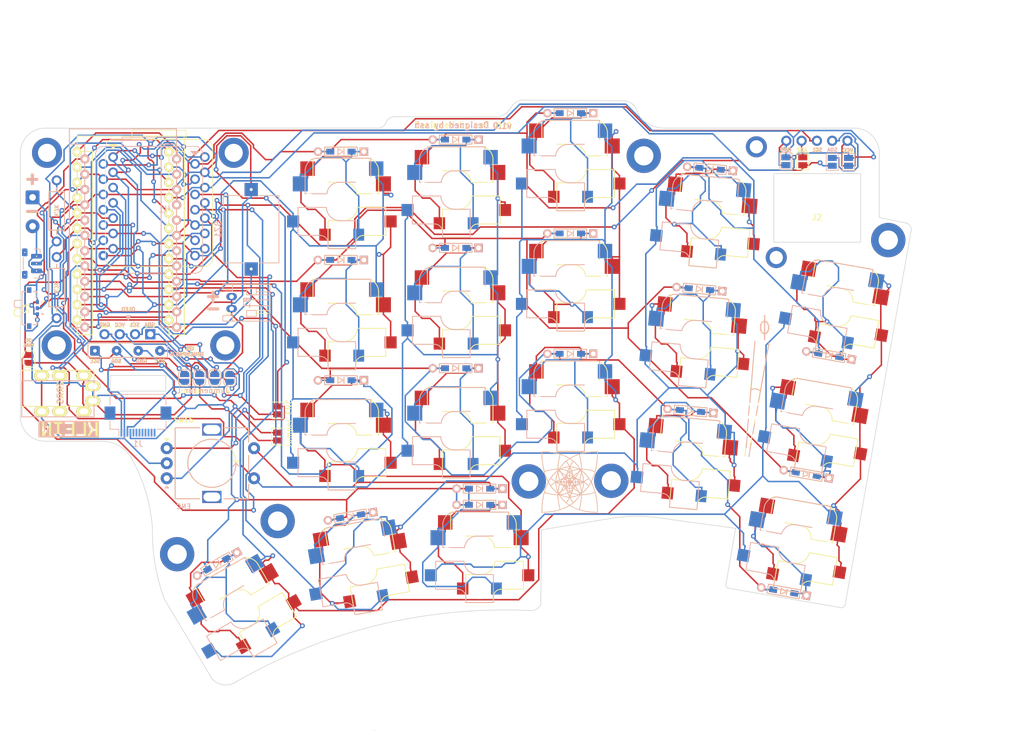
<source format=kicad_pcb>
(kicad_pcb (version 20211014) (generator pcbnew)
  (title_block (title "KLEIN") (rev "v1.0") (comment 4 "Author: ssh"))
  (layers (0 "F.Cu" signal) (31 "B.Cu" signal) (34 "B.Paste" user) (35 "F.Paste" user) (36 "B.SilkS" user "B.Silkscreen") (37 "F.SilkS" user "F.Silkscreen") (38 "B.Mask" user) (39 "F.Mask" user) (44 "Edge.Cuts" user))
  (net 0 "")
  (net 1 "Net-(D1-Pad1)")
  (net 2 "Net-(D2-Pad1)")
  (net 3 "Net-(D3-Pad1)")
  (net 4 "Net-(D4-Pad1)")
  (net 5 "Net-(D5-Pad1)")
  (net 6 "Net-(D6-Pad1)")
  (net 7 "Net-(D7-Pad1)")
  (net 8 "Net-(D8-Pad1)")
  (net 9 "Net-(D9-Pad1)")
  (net 10 "Net-(D10-Pad1)")
  (net 11 "Net-(D11-Pad1)")
  (net 12 "VCC_3V3")
  (net 13 "GND")
  (net 14 "Net-(D12-Pad1)")
  (net 15 "Net-(D13-Pad1)")
  (net 16 "Net-(D14-Pad1)")
  (net 17 "Net-(D15-Pad1)")
  (net 18 "SW16B")
  (net 19 "Net-(D17-Pad1)")
  (net 20 "Net-(D18-Pad1)")
  (net 21 "Net-(D19-Pad1)")
  (net 22 "SCL")
  (net 23 "SDA")
  (net 24 "ROW 0")
  (net 25 "ROW 1")
  (net 26 "COL 0")
  (net 27 "COL 2")
  (net 28 "ROW 3")
  (net 29 "COL 1")
  (net 30 "COL 4")
  (net 31 "COL 3")
  (net 32 "ROW 2")
  (net 33 "unconnected-(U1-Pad14)")
  (net 34 "unconnected-(S1-Pad1)")
  (net 35 "Net-(J5-Pad4)")
  (net 36 "Net-(J5-Pad3)")
  (net 37 "Net-(J5-Pad2)")
  (net 38 "Net-(J5-Pad1)")
  (net 39 "ENC_A")
  (net 40 "ENC_B")
  (net 41 "AUDIO")
  (net 42 "unconnected-(U2-Pad13)")
  (net 43 "TX")
  (net 44 "RX")
  (net 45 "RESET")
  (net 46 "Net-(J2-Pad1)")
  (net 47 "unconnected-(U2-Pad1)")
  (net 48 "BAT+")
  (net 49 "Net-(B1-Pad1)")
  (net 58 "Net-(J2-Pad5)")
  (net 59 "Net-(J2-Pad2)")
  (net 60 "Net-(J2-Pad4)")
  (net 61 "Net-(JP15-Pad1)")
  (footprint "display:OLED-128x64" (layer "F.Cu") (at 90.75 81.75 180)
    (fp_text reference "J5" hide)
    (fp_text value "OLED-128x64" hide)
  )
  (footprint "reversible-kicad-footprints:MX-1U-EC11_Switch" (layer "F.Cu") (at 104.775 103.1875)
    (fp_text reference "SW16")
    (fp_text value "RotaryEncoder_Switch")
  )
  (footprint "Jumper:SolderJumper-2_P1.3mm_Open_Pad1.0x1.5mm" (layer "F.Cu") (at 115.7 94.4 90)
    (fp_text reference "JP9" hide)
    (fp_text value "Jumper_2_Open" hide)
  )
  (footprint "Connector_Wire:SolderWire-0.1sqmm_1x04_P3.6mm_D0.4mm_OD1mm" (layer "F.Cu") (at 85.35 84.5)
    (fp_text reference "J3" hide)
    (fp_text value "Conn_01x04")
  )
  (footprint "Jumper:SolderJumper-2_P1.3mm_Open_Pad1.0x1.5mm" (layer "F.Cu") (at 115.7 98.75 90)
    (fp_text reference "JP10" hide)
    (fp_text value "Jumper_2_Open" hide)
  )
  (footprint "kbd:MJ-4PP-9" (layer "F.Cu") (at 73.2 90.725 90)
    (fp_text reference "U3")
    (fp_text value "TRRS" hide)
  )
  (footprint "Lily58-footprint:RESISTOR" (layer "F.Cu") (at 79 74 90)
    (fp_text reference "R2" hide)
    (fp_text value "4.7K" hide)
  )
  (footprint "MountingHole:MountingHole_3.2mm_M3" (layer "F.Cu") (at 113 89.25)
    (fp_text reference "H3" hide)
    (fp_text value "MountingHole")
  )
  (footprint "Logo:klein" (layer "F.Cu") (at 81 97.5)
    (fp_text reference "G3" hide)
    (fp_text value "LOGO" hide)
  )
  (footprint "MountingHole:MountingHole_2.2mm_M2" (layer "F.Cu") (at 114.25 51.25)
    (fp_text reference "H7" hide)
    (fp_text value "MountingHole")
  )
  (footprint "xiao:XIAO-BLE" (layer "F.Cu") (at 96 59.3)
    (fp_text reference "U1" hide)
    (fp_text value "XIAO-BLE")
  )
  (footprint "MountingHole:MountingHole_3.2mm_M3_ISO7380_Pad" (layer "F.Cu") (at 171.1 106.1)
    (fp_text reference "H4" hide)
    (fp_text value "MountingHole")
  )
  (footprint "KLOR:SW_Push_1P1T-MP_NO_Horizontal_Alps_SKRTLAE010_both_sides" (layer "F.Cu") (at 74.75 70 -90)
    (fp_text reference "RSW1" hide)
    (fp_text value "SW_Push")
  )
  (footprint "SSAJ110100:RevSlideSwitch" (layer "F.Cu") (at 74.5 77.5 -90)
    (fp_text reference "S1")
    (fp_text value "EG1218")
  )
  (footprint "reversible-kicad-footprints:Trackpad Mount" (layer "F.Cu") (at 93.0135 67.5944 180)
    (fp_text reference "T1" hide)
    (fp_text value "Trackpad_Mount")
  )
  (footprint "MountingHole:MountingHole_2.2mm_M2_ISO7380_Pad" (layer "F.Cu") (at 195.2 50.6)
    (fp_text reference "H9" hide)
    (fp_text value "MountingHole")
  )
  (footprint "Jumper:SolderJumper-2_P1.3mm_Open_Pad1.0x1.5mm" (layer "F.Cu") (at 200.1 53 -90)
    (fp_text reference "JP12" hide)
    (fp_text value "VCC Jumper" hide)
  )
  (footprint "Lily58-footprint:ProMicro_rev2" (layer "F.Cu") (at 91.2 66.2)
    (fp_text reference "U2" hide)
    (fp_text value "ProMicro" hide)
  )
  (footprint "KLOR:Pimoroni Haptic Buzz DRV2605L Driver" (layer "F.Cu") (at 205.25 60 180)
    (fp_text reference "J2")
    (fp_text value "Haptic Buzz" hide)
  )
  (footprint "MountingHole:MountingHole_2.2mm_M2_ISO7380_Pad" (layer "F.Cu") (at 198.5 69)
    (fp_text reference "H10" hide)
    (fp_text value "MountingHole")
  )
  (footprint "MountingHole:MountingHole_3.2mm_M3_ISO7380_Pad" (layer "F.Cu") (at 217.1 66.1)
    (fp_text reference "H6" hide)
    (fp_text value "MountingHole")
  )
  (footprint "MountingHole:MountingHole_3.2mm_M3_ISO7380_Pad" (layer "F.Cu") (at 157.4 106.2)
    (fp_text reference "H8" hide)
    (fp_text value "MountingHole")
  )
  (footprint "MountingHole:MountingHole_3.2mm_M3_ISO7380_Pad" (layer "F.Cu") (at 176.5 52.1)
    (fp_text reference "H5" hide)
    (fp_text value "MountingHole")
  )
  (footprint "Jumper:SolderJumper-2_P1.3mm_Open_Pad1.0x1.5mm" (layer "F.Cu") (at 210.5 53.1 -90)
    (fp_text reference "JP13" hide)
    (fp_text value "GND Jumper" hide)
  )
  (footprint "Logo:klein_small" (layer "F.Cu") (at 164.2 106.3)
    (fp_text reference "G33" hide)
    (fp_text value "LOGO" hide)
  )
  (footprint "Jumper:SolderJumper-2_P1.3mm_Open_RoundedPad1.0x1.5mm" (layer "F.Cu") (at 105.25 89 -90)
    (fp_text reference "JP2" hide)
    (fp_text value "Jumper_2_Open" hide)
  )
  (footprint "Jumper:SolderJumper-2_P1.3mm_Open_RoundedPad1.0x1.5mm" (layer "F.Cu") (at 102.75 89 -90)
    (fp_text reference "JP3" hide)
    (fp_text value "Jumper_2_Open" hide)
  )
  (footprint "Jumper:SolderJumper-2_P1.3mm_Open_Pad1.0x1.5mm" (layer "F.Cu") (at 202.9 53 -90)
    (fp_text reference "JP16" hide)
    (fp_text value "SolderJumper_2_Open" hide)
  )
  (footprint "MountingHole:MountingHole_3.2mm_M3_ISO7380_Pad" (layer "F.Cu") (at 99.0029 118.2971)
    (fp_text reference "H2" hide)
    (fp_text value "MountingHole")
  )
  (footprint "Lily58-footprint:RESISTOR" (layer "F.Cu") (at 79 61.25 90)
    (fp_text reference "R1" hide)
    (fp_text value "4.7K" hide)
  )
  (footprint "MountingHole:MountingHole_3.2mm_M3_ISO7380_Pad" (layer "F.Cu") (at 115.7 112.8)
    (fp_text reference "H1" hide)
    (fp_text value "MountingHole")
  )
  (footprint "Jumper:SolderJumper-2_P1.3mm_Open_RoundedPad1.0x1.5mm" (layer "F.Cu") (at 107.75 89 -90)
    (fp_text reference "JP1" hide)
    (fp_text value "Jumper_2_Open" hide)
  )
  (footprint "Jumper:SolderJumper-2_P1.3mm_Open_RoundedPad1.0x1.5mm" (layer "F.Cu") (at 74.4 85.85 90)
    (fp_text reference "JP15" hide)
    (fp_text value "Jumper_2_Open")
  )
  (footprint "Connector_Wire:SolderWire-0.5sqmm_1x02_P4.8mm_D0.9mm_OD2.3mm" (layer "F.Cu") (at 75 59 -90)
    (fp_text reference "B2" hide)
    (fp_text value "Battery Pads")
  )
  (footprint "Jumper:SolderJumper-2_P1.3mm_Open_RoundedPad1.0x1.5mm" (layer "F.Cu") (at 100.25 89 -90)
    (fp_text reference "JP4" hide)
    (fp_text value "Jumper_2_Open" hide)
  )
  (footprint "Lily58_Pro-footprint:MX_Choc_Hotswap_Mod" (layer "B.Cu") (at 208.623 76.8539 170)
    (fp_text reference "SW5" hide)
    (fp_text value "MX_SW_HS" hide)
  )
  (footprint "Jumper:SolderJumper-2_P1.3mm_Open_RoundedPad1.0x1.5mm" (layer "B.Cu") (at 105.25 89 -90)
    (fp_text reference "JP6" hide)
    (fp_text value "Jumper_2_Open" hide)
  )
  (footprint "Lily58_Pro-footprint:MX_Choc_Hotswap_Mod" (layer "B.Cu") (at 183.75 102.5 175)
    (fp_text reference "SW14" hide)
    (fp_text value "MX_SW_HS" hide)
  )
  (footprint "kbd:D3_TH_SMD" (layer "B.Cu") (at 199.75 124.5 170)
    (fp_text reference "D15" hide)
    (fp_text value "DIODE" hide)
  )
  (footprint "Lily58_Pro-footprint:MX_Choc_Hotswap_Mod" (layer "B.Cu") (at 201.6771 116.2462 170)
    (fp_text reference "SW15" hide)
    (fp_text value "MX_SW_HS" hide)
  )
  (footprint "Lily58_Pro-footprint:MX_Choc_Hotswap_Mod" (layer "B.Cu") (at 126.36 59.3 180)
    (fp_text reference "SW1" hide)
    (fp_text value "MX_SW_HS" hide)
  )
  (footprint "kbd:D3_TH_SMD" (layer "B.Cu") (at 126.2063 89.4 180)
    (fp_text reference "D11" hide)
    (fp_text value "DIODE" hide)
  )
  (footprint "kbd:D3_TH_SMD" (layer "B.Cu") (at 164.3063 45 180)
    (fp_text reference "D3" hide)
    (fp_text value "DIODE" hide)
  )
  (footprint "KLOR:Buzzer_Mallory_AST1109MLTRQ_reversible" (layer "B.Cu") (at 111.3 64.3 90)
    (fp_text reference "BZ1")
    (fp_text value "Buzzer")
  )
  (footprint "Lily58_Pro-footprint:MX_Choc_Hotswap_Mod" (layer "B.Cu") (at 164.36 73 180)
    (fp_text reference "SW8" hide)
    (fp_text value "MX_SW_HS" hide)
  )
  (footprint "kbd:D3_TH_SMD" (layer "B.Cu") (at 149.225 107.4 180)
    (fp_text reference "D16" hide)
    (fp_text value "DIODE" hide)
  )
  (footprint "kbd:D3_TH_SMD" (layer "B.Cu") (at 203.5 105 170)
    (fp_text reference "D10" hide)
    (fp_text value "DIODE" hide)
  )
  (footprint "Jumper:SolderJumper-2_P1.3mm_Open_RoundedPad1.0x1.5mm" (layer "B.Cu") (at 107.75 89 -90)
    (fp_text reference "JP5" hide)
    (fp_text value "Jumper_2_Open" hide)
  )
  (footprint "kbd:D3_TH_SMD" (layer "B.Cu") (at 187.5 54.25 175)
    (fp_text reference "D4" hide)
    (fp_text value "DIODE" hide)
  )
  (footprint "Lily58_Pro-footprint:MX_Choc_Hotswap_Mod" (layer "B.Cu") (at 186.9693 62.3505 175)
    (fp_text reference "SW4" hide)
    (fp_text value "MX_SW_HS" hide)
  )
  (footprint "KLOR:JST_PH_reversible" (layer "B.Cu") (at 108.05 75.5 -90)
    (fp_text reference "B1")
    (fp_text value "JST Battery")
  )
  (footprint "Lily58_Pro-footprint:MX_Choc_Hotswap_Mod" (layer "B.Cu") (at 145.36 57.4 180)
    (fp_text reference "SW2" hide)
    (fp_text value "MX_SW_HS" hide)
  )
  (footprint "kbd:D3_TH_SMD" (layer "B.Cu") (at 145.2563 49.4 180)
    (fp_text reference "D2" hide)
    (fp_text value "DIODE" hide)
  )
  (footprint "kbd:D3_TH_SMD" (layer "B.Cu") (at 207.25 85.25 170)
    (fp_text reference "D5" hide)
    (fp_text value "DIODE" hide)
  )
  (footprint "kbd:D3_TH_SMD" (layer "B.Cu") (at 149.225 110.1 180)
    (fp_text reference "D19" hide)
    (fp_text value "DIODE" hide)
  )
  (footprint "Lily58_Pro-footprint:MX_Choc_Hotswap_Mod" (layer "B.Cu") (at 164.36 93 180)
    (fp_text reference "SW13" hide)
    (fp_text value "MX_SW_HS" hide)
  )
  (footprint "kbd:D3_TH_SMD" (layer "B.Cu") (at 145.2563 67.4 180)
    (fp_text reference "D7" hide)
    (fp_text value "DIODE" hide)
  )
  (footprint "Connector_FFC-FPC:Hirose_FH12-12S-0.5SH_1x12-1MP_P0.50mm_Horizontal" (layer "B.Cu") (at 92.5 96.25)
    (fp_text reference "J1")
    (fp_text value "Conn_01x12")
  )
  (footprint "Jumper:SolderJumper-2_P1.3mm_Open_Pad1.0x1.5mm" (layer "B.Cu") (at 200.1 53 -90)
    (fp_text reference "JP11" hide)
    (fp_text value "GND Jumper" hide)
  )
  (footprint "kbd:D3_TH_SMD" (layer "B.Cu") (at 127.8 112 -170)
    (fp_text reference "D18" hide)
    (fp_text value "DIODE" hide)
  )
  (footprint "Lily58_Pro-footprint:MX_Choc_Hotswap_Mod" (layer "B.Cu") (at 109.5 127.1 -150)
    (fp_text reference "SW17" hide)
    (fp_text value "MX_SW_HS" hide)
  )
  (footprint "kbd:D3_TH_SMD" (layer "B.Cu") (at 126.2063 51.4 180)
    (fp_text reference "D1" hide)
    (fp_text value "DIODE" hide)
  )
  (footprint "kbd:D3_TH_SMD" (layer "B.Cu") (at 126.2 69.4 180)
    (fp_text reference "D6" hide)
    (fp_text value "DIODE" hide)
  )
  (footprint "kbd:D3_TH_SMD" (layer "B.Cu") (at 164.3 85 180)
    (fp_text reference "D13" hide)
    (fp_text value "DIODE" hide)
  )
  (footprint "Lily58_Pro-footprint:MX_Choc_Hotswap_Mod" (layer "B.Cu") (at 164.36 53 180)
    (fp_text reference "SW3" hide)
    (fp_text value "MX_SW_HS" hide)
  )
  (footprint "Jumper:SolderJumper-2_P1.3mm_Open_Pad1.0x1.5mm" (layer "B.Cu") (at 207.8 53.1 -90)
    (fp_text reference "JP17" hide)
    (fp_text value "SolderJumper_2_Open" hide)
  )
  (footprint "Lily58_Pro-footprint:MX_Choc_Hotswap_Mod" (layer "B.Cu") (at 126.36 79.4 180)
    (fp_text reference "SW6" hide)
    (fp_text value "MX_SW_HS" hide)
  )
  (footprint "Logo:klein_small" (layer "B.Cu") (at 164.2 106.3 180)
    (fp_text reference "G34" hide)
    (fp_text value "LOGO" hide)
  )
  (footprint "Jumper:SolderJumper-2_P1.3mm_Open_RoundedPad1.0x1.5mm" (layer "B.Cu") (at 100.25 89 -90)
    (fp_text reference "JP8" hide)
    (fp_text value "Jumper_2_Open" hide)
  )
  (footprint "Lily58_Pro-footprint:MX_Choc_Hotswap_Mod" (layer "B.Cu") (at 145.36 77.4 180)
    (fp_text reference "SW7" hide)
    (fp_text value "MX_SW_HS" hide)
  )
  (footprint "kbd:D3_TH_SMD" (layer "B.Cu") (at 105.6191 119.95 -150)
    (fp_text reference "D17" hide)
    (fp_text value "DIODE" hide)
  )
  (footprint "Lily58_Pro-footprint:MX_Choc_Hotswap_Mod" (layer "B.Cu") (at 126.36 99.4 180)
    (fp_text reference "SW11" hide)
    (fp_text value "MX_SW_HS" hide)
  )
  (footprint "kbd:D3_TH_SMD" (layer "B.Cu") (at 184.25 94.5 175)
    (fp_text reference "D14" hide)
    (fp_text value "DIODE" hide)
  )
  (footprint "Logo:klein" (layer "B.Cu") (at 81 97.5 180)
    (fp_text reference "G4" hide)
    (fp_text value "LOGO" hide)
  )
  (footprint "Jumper:SolderJumper-2_P1.3mm_Open_RoundedPad1.0x1.5mm" (layer "B.Cu") (at 102.75 89 -90)
    (fp_text reference "JP7" hide)
    (fp_text value "Jumper_2_Open" hide)
  )
  (footprint "kbd:D3_TH_SMD" (layer "B.Cu") (at 164.3 65 180)
    (fp_text reference "D8" hide)
    (fp_text value "DIODE" hide)
  )
  (footprint "Lily58_Pro-footprint:MX_Choc_Hotswap_Mod" (layer "B.Cu") (at 205.15 96.55 170)
    (fp_text reference "SW10" hide)
    (fp_text value "MX_SW_HS" hide)
  )
  (footprint "Lily58_Pro-footprint:MX_Choc_Hotswap_Mod" (layer "B.Cu") (at 185.2262 82.2744 175)
    (fp_text reference "SW9" hide)
    (fp_text value "MX_SW_HS" hide)
  )
  (footprint "kbd:D3_TH_SMD" (layer "B.Cu") (at 145.2563 87.4 180)
    (fp_text reference "D12" hide)
    (fp_text value "DIODE" hide)
  )
  (footprint "Jumper:SolderJumper-2_P1.3mm_Open_Pad1.0x1.5mm" (layer "B.Cu") (at 210.5 53.1 -90)
    (fp_text reference "JP14" hide)
    (fp_text value "VCC Jumper" hide)
  )
  (footprint "Lily58_Pro-footprint:MX_Choc_Hotswap_Mod" (layer "B.Cu") (at 149.225 118.1 180)
    (fp_text reference "SW19" hide)
    (fp_text value "MX_SW_HS" hide)
  )
  (footprint "Lily58_Pro-footprint:MX_Choc_Hotswap_Mod" (layer "B.Cu") (at 145.36 97.4 180)
    (fp_text reference "SW12" hide)
    (fp_text value "MX_SW_HS" hide)
  )
  (footprint "Lily58_Pro-footprint:MX_Choc_Hotswap_Mod" (layer "B.Cu") (at 129.3813 119.8562 -170)
    (fp_text reference "SW18" hide)
    (fp_text value "MX_SW_HS" hide)
  )
  (footprint "kbd:D3_TH_SMD" (layer "B.Cu") (at 185.7318 74.25 175)
    (fp_text reference "D9" hide)
    (fp_text value "DIODE" hide)
  )
  (gr_rect (start 84.2 85.6) (end 97.4 83.2) (layer "B.SilkS") (width 0.15) (fill none))
  (gr_line (start 193.94721 102.097811) (end 194.349308 99.824418) (layer "B.SilkS") (width 0.15))
  (gr_line (start 195.555605 93.004238) (end 197.283934 83.269873) (layer "B.SilkS") (width 0.15))
  (gr_arc (start 194.279344 91.005824) (mid 195.117684 90.82914) (end 195.876589 91.22675) (layer "B.SilkS") (width 0.15))
  (gr_line (start 194.122195 93.137795) (end 194.949304 82.90313) (layer "B.SilkS") (width 0.15))
  (gr_line (start 194.592647 98.336706) (end 194.913633 96.559217) (layer "B.SilkS") (width 0.15))
  (gr_poly (pts (xy 90.6 78.699994) (xy 90.900001 79.299994) (xy 91.200001 78.699997)) (layer "B.SilkS") (width 0.2) (fill solid))
  (gr_line (start 193.704366 97.78811) (end 193.870991 95.813968) (layer "B.SilkS") (width 0.15))
  (gr_line (start 195.179387 95.18104) (end 195.448609 93.596735) (layer "B.SilkS") (width 0.15))
  (gr_line (start 193.523874 100.586757) (end 193.690498 98.612615) (layer "B.SilkS") (width 0.15))
  (gr_line (start 193.881393 95.195589) (end 194.015198 93.730291) (layer "B.SilkS") (width 0.15))
  (gr_poly (pts (xy 98.399996 84.799997) (xy 97.8 85.099998) (xy 98.4 85.4)) (layer "B.SilkS") (width 0.2) (fill solid))
  (gr_poly (pts (xy 98.4 85.4) (xy 97.8 85.1) (xy 98.4 84.8)) (layer "F.SilkS") (width 0.2) (fill solid))
  (gr_line (start 194.45 98.7) (end 194.1 100.65) (layer "F.SilkS") (width 0.15))
  (gr_line (start 195 95.95) (end 194.65 97.9) (layer "F.SilkS") (width 0.15))
  (gr_rect (start 84.2 83.2) (end 97.4 85.6) (layer "F.SilkS") (width 0.15) (fill none))
  (gr_arc (start 194.25 91) (mid 195.080498 90.81167) (end 195.85 91.2) (layer "F.SilkS") (width 0.15))
  (gr_line (start 197.3 83.2) (end 195.45 93.3) (layer "F.SilkS") (width 0.15))
  (gr_line (start 193.8 96.4) (end 193.65 98.2) (layer "F.SilkS") (width 0.15))
  (gr_poly (pts (xy 91.200001 78.699997) (xy 90.9 79.299997) (xy 90.6 78.7)) (layer "F.SilkS") (width 0.2) (fill solid))
  (gr_line (start 195.4 93.9) (end 195.15 95.35) (layer "F.SilkS") (width 0.15))
  (gr_line (start 193.5 99.7) (end 193.3 102) (layer "F.SilkS") (width 0.15))
  (gr_line (start 194.05 93.4) (end 193.9 95) (layer "F.SilkS") (width 0.15))
  (gr_line (start 194.95 82.95) (end 194.1 92.8) (layer "F.SilkS") (width 0.15))
  (gr_line (start 180 112.398557) (end 191.75 114) (layer "Edge.Cuts") (width 0.1))
  (gr_arc (start 131.7625 147.6375) (mid 131.7625 147.6375) (end 131.7625 147.6375) (layer "Edge.Cuts") (width 0.1))
  (gr_arc (start 86.65 99.55) (mid 89.489687 100.343227) (end 91.5 102.5) (layer "Edge.Cuts") (width 0.1))
  (gr_line (start 152.3 45.6) (end 135 45.603643) (layer "Edge.Cuts") (width 0.1))
  (gr_line (start 77.117666 99.524883) (end 86.65 99.55) (layer "Edge.Cuts") (width 0.1))
  (gr_line (start 209.3 127.2) (end 190.55 123.95) (layer "Edge.Cuts") (width 0.1))
  (gr_line (start 156.179083 42.830632) (end 173.020917 42.930632) (layer "Edge.Cuts") (width 0.1))
  (gr_line (start 104.8 139) (end 96.9 125.8) (layer "Edge.Cuts") (width 0.1))
  (gr_line (start 180 47.5) (end 211.795834 47.5) (layer "Edge.Cuts") (width 0.1))
  (gr_line (start 72.967665 95.456132) (end 72.98125 51.65) (layer "Edge.Cuts") (width 0.1))
  (gr_arc (start 209.95 126.7) (mid 209.717235 127.069908) (end 209.3 127.2) (layer "Edge.Cuts") (width 0.1))
  (gr_arc (start 159.39375 126.69) (mid 158.549943 127.487896) (end 157.4 127.65) (layer "Edge.Cuts") (width 0.1))
  (gr_arc (start 133.65 46.65) (mid 134.162614 45.917312) (end 135 45.603643) (layer "Edge.Cuts") (width 0.1))
  (gr_arc (start 220 63.25) (mid 220.708883 63.688604) (end 220.9 64.5) (layer "Edge.Cuts") (width 0.1))
  (gr_arc (start 91.5 102.5) (mid 93.832692 108.062943) (end 94.9 114) (layer "Edge.Cuts") (width 0.1))
  (gr_arc (start 133.65 46.65) (mid 133.11692 47.300403) (end 132.3 47.5) (layer "Edge.Cuts") (width 0.1))
  (gr_arc (start 72.98125 51.65) (mid 74.156132 48.732334) (end 77.05 47.5) (layer "Edge.Cuts") (width 0.1))
  (gr_arc (start 211.795834 47.5) (mid 214.629898 48.962131) (end 215.6 52) (layer "Edge.Cuts") (width 0.1))
  (gr_rect (start 198.1 55.05) (end 212.5 66.45) (layer "Edge.Cuts") (width 0.1) (fill none))
  (gr_arc (start 77.117666 99.524883) (mid 74.200001 98.35) (end 72.967665 95.456132) (layer "Edge.Cuts") (width 0.1))
  (gr_line (start 215.6 52) (end 215.6 62.35) (layer "Edge.Cuts") (width 0.1))
  (gr_arc (start 154.3 44.3) (mid 155.073898 43.353486) (end 156.179083 42.830632) (layer "Edge.Cuts") (width 0.1))
  (gr_line (start 77.05 47.5) (end 132.3 47.5) (layer "Edge.Cuts") (width 0.1))
  (gr_arc (start 154.3 44.3) (mid 153.446552 45.175464) (end 152.3 45.6) (layer "Edge.Cuts") (width 0.1))
  (gr_arc (start 108.9 139.45) (mid 132.307928 130.088942) (end 157.4 127.65) (layer "Edge.Cuts") (width 0.1))
  (gr_arc (start 176.5 46.3) (mid 175.835874 45.578461) (end 175.4 44.7) (layer "Edge.Cuts") (width 0.1))
  (gr_arc (start 96.9 125.8) (mid 95.350405 119.993152) (end 94.9 114) (layer "Edge.Cuts") (width 0.1))
  (gr_rect (start 87.875 88.6) (end 97.125 91.2) (layer "Edge.Cuts") (width 0.1) (fill none))
  (gr_arc (start 171.95 112.198557) (mid 175.982417 112.000005) (end 180 112.398557) (layer "Edge.Cuts") (width 0.1))
  (gr_line (start 159.5 114.248557) (end 159.39375 126.69) (layer "Edge.Cuts") (width 0.1))
  (gr_line (start 159.5 114.248557) (end 171.95 112.198557) (layer "Edge.Cuts") (width 0.1))
  (gr_arc (start 180 47.5) (mid 178.149844 47.192121) (end 176.5 46.3) (layer "Edge.Cuts") (width 0.1))
  (gr_arc (start 108.9 139.45) (mid 106.763125 140.016523) (end 104.8 139) (layer "Edge.Cuts") (width 0.1))
  (gr_arc (start 173.020917 42.930632) (mid 174.511229 43.410903) (end 175.4 44.7) (layer "Edge.Cuts") (width 0.1))
  (gr_line (start 220.9 64.5) (end 209.95 126.7) (layer "Edge.Cuts") (width 0.1))
  (gr_line (start 191.75 114) (end 190.15 123.3) (layer "Edge.Cuts") (width 0.1))
  (gr_line (start 215.6 62.35) (end 220 63.25) (layer "Edge.Cuts") (width 0.1))
  (gr_arc (start 190.55 123.95) (mid 190.22202 123.703753) (end 190.15 123.3) (layer "Edge.Cuts") (width 0.1))
  (gr_text "-" (at 105 77.4) (layer "B.SilkS") (effects (font (size 2 2) (thickness 0.5)) (justify mirror)))
  (gr_text "+" (at 105.1 75.5 -90) (layer "B.SilkS") (effects (font (size 2 2) (thickness 0.5)) (justify mirror)))
  (gr_text "GND" (at 86.975 80.175) (layer "B.SilkS") (effects (font (size 0.6 0.6)) (justify mirror)))
  (gr_text "V" (at 89.75 99.05) (layer "B.SilkS") (effects (font (size 0.4 0.4) (thickness 0.05)) (justify mirror)))
  (gr_text "GND" (at 93.1 86.2) (layer "B.SilkS") (effects (font (size 0.6 0.6)) (justify mirror)))
  (gr_text "VCC" (at 89.475 80.2) (layer "B.SilkS") (effects (font (size 0.6 0.6)) (justify mirror)))
  (gr_text "SCL" (at 205.3 51.1) (layer "B.SilkS") (effects (font (size 0.6 0.6)) (justify mirror)))
  (gr_text "VCC" (at 96.1 86.2) (layer "B.SilkS") (effects (font (size 0.6 0.6)) (justify mirror)))
  (gr_text "v1.0" (at 153 47.1) (layer "B.SilkS") (effects (font (size 1 1) (thickness 0.2)) (justify mirror)))
  (gr_text "G" (at 90.25 99.05) (layer "B.SilkS") (effects (font (size 0.4 0.4) (thickness 0.05)) (justify mirror)))
  (gr_text "SDA" (at 94.45 80.15) (layer "B.SilkS") (effects (font (size 0.6 0.6)) (justify mirror)))
  (gr_text "Designed by ssh" (at 144.6 47) (layer "B.SilkS") (effects (font (size 1 1) (thickness 0.2)) (justify mirror)))
  (gr_text "SDA" (at 88.9 86.2) (layer "B.SilkS") (effects (font (size 0.6 0.6)) (justify mirror)))
  (gr_text "SDA" (at 207.8 51.1) (layer "B.SilkS") (effects (font (size 0.6 0.6)) (justify mirror)))
  (gr_text "-" (at 74.9 61.2) (layer "B.SilkS") (effects (font (size 2 2) (thickness 0.5)) (justify mirror)))
  (gr_text "SCL" (at 91.95 80.175) (layer "B.SilkS") (effects (font (size 0.6 0.6)) (justify mirror)))
  (gr_text "4.7K" (at 78.95 61.25 -90) (layer "B.SilkS") (effects (font (size 0.6 0.6)) (justify mirror)))
  (gr_text "Jumper for L\n" (at 103.3 91.1) (layer "B.SilkS") (effects (font (size 0.9 0.9) (thickness 0.125)) (justify mirror)))
  (gr_text "+" (at 75.1 56 -90) (layer "B.SilkS") (effects (font (size 2 2) (thickness 0.5)) (justify mirror)))
  (gr_text "ϕ" (at 196.55 80.25) (layer "B.SilkS") (effects (font (size 3 2) (thickness 0.2)) (justify mirror)))
  (gr_text "I2C\nTOUCHPAD" (at 101.1 84.6) (layer "B.SilkS") (effects (font (size 0.6 0.6)) (justify mirror)))
  (gr_text "GND" (at 200.1 51.1) (layer "B.SilkS") (effects (font (size 0.6 0.6)) (justify mirror)))
  (gr_text "VCC" (at 210.4 51.2) (layer "B.SilkS") (effects (font (size 0.6 0.6)) (justify mirror)))
  (gr_text "I2C\nTRRS" (at 74.4 83.2) (layer "B.SilkS") (effects (font (size 0.5 0.5) (thickness 0.125)) (justify mirror)))
  (gr_text "4.7K" (at 78.9 74 -90) (layer "B.SilkS") (effects (font (size 0.6 0.6)) (justify mirror)))
  (gr_text "OLED" (at 90.9 77.6) (layer "B.SilkS") (effects (font (size 0.6 0.6)) (justify mirror)))
  (gr_text "SCL" (at 85.4 86.2) (layer "B.SilkS") (effects (font (size 0.6 0.6)) (justify mirror)))
  (gr_text "+" (at 74.800002 56 90) (layer "F.SilkS") (effects (font (size 2 2) (thickness 0.5))))
  (gr_text "v1.0" (at 153 47.1) (layer "F.SilkS") (effects (font (size 1 1) (thickness 0.2))))
  (gr_text "-" (at 74.9 61.5 180) (layer "F.SilkS") (effects (font (size 2 2) (thickness 0.5))))
  (gr_text "VCC" (at 96.2 86.2) (layer "F.SilkS") (effects (font (size 0.6 0.6))))
  (gr_text "SDA" (at 88.9 86.2) (layer "F.SilkS") (effects (font (size 0.6 0.6))))
  (gr_text "VCC" (at 92 80.3) (layer "F.SilkS") (effects (font (size 0.6 0.6))))
  (gr_text "GND" (at 210.4 51.2) (layer "F.SilkS") (effects (font (size 0.6 0.6))))
  (gr_text "ϕ" (at 196.6 80.25) (layer "F.SilkS") (effects (font (size 3 2) (thickness 0.2))))
  (gr_text "SCL" (at 205.3 51.1) (layer "F.SilkS") (effects (font (size 0.6 0.6))))
  (gr_text "SCL" (at 85.4 86.2) (layer "F.SilkS") (effects (font (size 0.6 0.6))))
  (gr_text "SDA" (at 202.8 51.1) (layer "F.SilkS") (effects (font (size 0.6 0.6))))
  (gr_text "+" (at 104.800002 75.5 90) (layer "F.SilkS") (effects (font (size 2 2) (thickness 0.5))))
  (gr_text "4.7K" (at 79 61.25 90) (layer "F.SilkS") (effects (font (size 0.6 0.6))))
  (gr_text "4.7K" (at 79 74 90) (layer "F.SilkS") (effects (font (size 0.6 0.6))))
  (gr_text "GND" (at 93.1 86.2) (layer "F.SilkS") (effects (font (size 0.6 0.6))))
  (gr_text "Designed by ssh" (at 144.6 47) (layer "F.SilkS") (effects (font (size 1 1) (thickness 0.2))))
  (gr_text "SCL" (at 89.5 80.3) (layer "F.SilkS") (effects (font (size 0.6 0.6))))
  (gr_text "I2C\nTRRS" (at 74.4 83.2) (layer "F.SilkS") (effects (font (size 0.5 0.5) (thickness 0.125))))
  (gr_text "Jumper for R\n" (at 103.4 91.1) (layer "F.SilkS") (effects (font (size 0.9 0.9) (thickness 0.125))))
  (gr_text "VCC" (at 200.1 51.1) (layer "F.SilkS") (effects (font (size 0.6 0.6))))
  (gr_text "I2C\nTOUCHPAD" (at 101.2 84.6) (layer "F.SilkS") (effects (font (size 0.6 0.6))))
  (gr_text "Jumper ENC" (at 117.6 96.6 90) (layer "F.SilkS") (effects (font (size 0.9 0.9) (thickness 0.125))))
  (gr_text "GND" (at 94.5 80.3) (layer "F.SilkS") (effects (font (size 0.6 0.6))))
  (gr_text "OLED" (at 90.9 77.6) (layer "F.SilkS") (effects (font (size 0.6 0.6))))
  (gr_text "SDA" (at 87.1 80.3) (layer "F.SilkS") (effects (font (size 0.6 0.6))))
  (gr_text "-" (at 105 77.7 180) (layer "F.SilkS") (effects (font (size 2 2) (thickness 0.5))))
  (segment (start 121.2388 54.22) (end 120.66 54.22) (width 0.25) (layer "F.Cu") (net 1))
  (segment (start 120.7227 60.9954) (end 119.5728 59.8455) (width 0.25) (layer "F.Cu") (net 1))
  (segment (start 123.2587 52.2001) (end 121.2388 54.22) (width 0.25) (layer "F.Cu") (net 1))
  (segment (start 119.5728 56.8323) (end 120.66 55.7451) (width 0.25) (layer "F.Cu") (net 1))
  (segment (start 123.56 62.5673) (end 121.9881 60.9954) (width 0.25) (layer "F.Cu") (net 1))
  (segment (start 121.9881 60.9954) (end 120.7227 60.9954) (width 0.25) (layer "F.Cu") (net 1))
  (segment (start 127.9813 51.4) (end 127.9813 52.2001) (width 0.25) (layer "F.Cu") (net 1))
  (segment (start 119.5728 59.8455) (end 119.5728 56.8323) (width 0.25) (layer "F.Cu") (net 1))
  (segment (start 120.66 54.22) (end 120.66 55.7451) (width 0.25) (layer "F.Cu") (net 1))
  (segment (start 123.56 65.2) (end 123.56 62.5673) (width 0.25) (layer "F.Cu") (net 1))
  (segment (start 127.9813 52.2001) (end 123.2587 52.2001) (width 0.25) (layer "F.Cu") (net 1))
  (segment (start 130.0163 51.4) (end 127.9813 51.4) (width 0.25) (layer "F.Cu") (net 1))
  (segment (start 126.3108 52.3948) (end 127.0487 53.1327) (width 0.25) (layer "B.Cu") (net 1))
  (segment (start 127.9813 51.4) (end 130.0163 51.4) (width 0.25) (layer "B.Cu") (net 1))
  (segment (start 129.16 65.2) (end 129.16 58.7966) (width 0.25) (layer "B.Cu") (net 1))
  (segment (start 127.0487 56.6853) (end 127.0487 53.1327) (width 0.25) (layer "B.Cu") (net 1))
  (segment (start 120.1812 55.1849) (end 122.9713 52.3948) (width 0.25) (layer "B.Cu") (net 1))
  (segment (start 127.0487 53.1327) (end 127.9813 52.2001) (width 0.25) (layer "B.Cu") (net 1))
  (segment (start 122.9713 52.3948) (end 126.3108 52.3948) (width 0.25) (layer "B.Cu") (net 1))
  (segment (start 127.9813 51.4) (end 127.9813 52.2001) (width 0.25) (layer "B.Cu") (net 1))
  (segment (start 119.46 55.1849) (end 120.1812 55.1849) (width 0.25) (layer "B.Cu") (net 1))
  (segment (start 119.46 56.76) (end 119.46 55.1849) (width 0.25) (layer "B.Cu") (net 1))
  (segment (start 129.16 58.7966) (end 127.0487 56.6853) (width 0.25) (layer "B.Cu") (net 1))
  (segment (start 139.66 52.32) (end 139.66 53.8451) (width 0.25) (layer "F.Cu") (net 2))
  (segment (start 141.0038 59.1111) (end 139.761 59.1111) (width 0.25) (layer "F.Cu") (net 2))
  (segment (start 142.56 60.6673) (end 141.0038 59.1111) (width 0.25) (layer "F.Cu") (net 2))
  (segment (start 138.5294 54.9757) (end 139.66 53.8451) (width 0.25) (layer "F.Cu") (net 2))
  (segment (start 147.0313 49.4) (end 149.0663 49.4) (width 0.25) (layer "F.Cu") (net 2))
  (segment (start 146.8077 50.4237) (end 141.5563 50.4237) (width 0.25) (layer "F.Cu") (net 2))
  (segment (start 139.761 59.1111) (end 138.5294 57.8795) (width 0.25) (layer "F.Cu") (net 2))
  (segment (start 141.5563 50.4237) (end 139.66 52.32) (width 0.25) (layer "F.Cu") (net 2))
  (segment (start 142.56 63.3) (end 142.56 60.6673) (width 0.25) (layer "F.Cu") (net 2))
  (segment (start 138.5294 57.8795) (end 138.5294 54.9757) (width 0.25) (layer "F.Cu") (net 2))
  (segment (start 147.0313 50.2001) (end 146.8077 50.4237) (width 0.25) (layer "F.Cu") (net 2))
  (segment (start 147.0313 49.4) (end 147.0313 50.2001) (width 0.25) (layer "F.Cu") (net 2))
  (segment (start 146.0483 54.7849) (end 146.0483 50.4237) (width 0.25) (layer "B.Cu") (net 2))
  (segment (start 147.0313 49.4) (end 149.0663 49.4) (width 0.25) (layer "B.Cu") (net 2))
  (segment (start 148.16 63.3) (end 148.16 56.8966) (width 0.25) (layer "B.Cu") (net 2))
  (segment (start 138.46 54.86) (end 138.46 53.2849) (width 0.25) (layer "B.Cu") (net 2))
  (segment (start 141.3212 50.4237) (end 138.46 53.2849) (width 0.25) (layer "B.Cu") (net 2))
  (segment (start 147.0313 50.2001) (end 146.8077 50.4237) (width 0.25) (layer "B.Cu") (net 2))
  (segment (start 148.16 56.8966) (end 146.0483 54.7849) (width 0.25) (layer "B.Cu") (net 2))
  (segment (start 146.0483 50.4237) (end 141.3212 50.4237) (width 0.25) (layer "B.Cu") (net 2))
  (segment (start 146.8077 50.4237) (end 146.0483 50.4237) (width 0.25) (layer "B.Cu") (net 2))
  (segment (start 147.0313 49.4) (end 147.0313 50.2001) (width 0.25) (layer "B.Cu") (net 2))
  (segment (start 158.66 48.3686) (end 161.2285 45.8001) (width 0.25) (layer "F.Cu") (net 3))
  (segment (start 161.56 58.9) (end 161.56 56.2673) (width 0.25) (layer "F.Cu") (net 3))
  (segment (start 159.7986 54.5059) (end 158.5018 54.5059) (width 0.25) (layer "F.Cu") (net 3))
  (segment (start 157.5669 50.5382) (end 158.66 49.4451) (width 0.25) (layer "F.Cu") (net 3))
  (segment (start 161.2285 45.8001) (end 166.0813 45.8001) (width 0.25) (layer "F.Cu") (net 3))
  (segment (start 158.66 48.3686) (end 158.66 49.4451) (width 0.25) (layer "F.Cu") (net 3))
  (segment (start 166.0813 45) (end 166.0813 45.8001) (width 0.25) (layer "F.Cu") (net 3))
  (segment (start 158.66 47.92) (end 158.66 48.3686) (width 0.25) (layer "F.Cu") (net 3))
  (segment (start 168.1163 45) (end 166.0813 45) (width 0.25) (layer "F.Cu") (net 3))
  (segment (start 157.5669 53.571) (end 157.5669 50.5382) (width 0.25) (layer "F.Cu") (net 3))
  (segment (start 158.5018 54.5059) (end 157.5669 53.571) (width 0.25) (layer "F.Cu") (net 3))
  (segment (start 161.56 56.2673) (end 159.7986 54.5059) (width 0.25) (layer "F.Cu") (net 3))
  (segment (start 157.46 48.8849) (end 160.2556 46.0893) (width 0.25) (layer "B.Cu") (net 3))
  (segment (start 167.16 52.4966) (end 164.3601 49.6967) (width 0.25) (layer "B.Cu") (net 3))
  (segment (start 164.3601 49.6967) (end 164.3601 46.0893) (width 0.25) (layer "B.Cu") (net 3))
  (segment (start 166.0813 45.4) (end 166.0813 45.8001) (width 0.25) (layer "B.Cu") (net 3))
  (segment (start 166.6927 45.4) (end 167.0927 45) (width 0.25) (layer "B.Cu") (net 3))
  (segment (start 164.3601 46.0893) (end 164.6493 45.8001) (width 0.25) (layer "B.Cu") (net 3))
  (segment (start 164.6493 45.8001) (end 166.0813 45.8001) (width 0.25) (layer "B.Cu") (net 3))
  (segment (start 166.0813 45.4) (end 166.6927 45.4) (width 0.25) (layer "B.Cu") (net 3))
  (segment (start 160.2556 46.0893) (end 164.3601 46.0893) (width 0.25) (layer "B.Cu") (net 3))
  (segment (start 157.46 50.46) (end 157.46 48.8849) (width 0.25) (layer "B.Cu") (net 3))
  (segment (start 166.0813 45) (end 166.0813 45.4) (width 0.25) (layer "B.Cu") (net 3))
  (segment (start 168.1163 45) (end 167.0927 45) (width 0.25) (layer "B.Cu") (net 3))
  (segment (start 167.16 58.9) (end 167.16 52.4966) (width 0.25) (layer "B.Cu") (net 3))
  (segment (start 183.6657 64.9912) (end 182.4011 63.7266) (width 0.25) (layer "F.Cu") (net 4))
  (segment (start 183.3859 55.1408) (end 181.8783 55.1408) (width 0.25) (layer "F.Cu") (net 4))
  (segment (start 183.5098 55.0169) (end 183.3859 55.1408) (width 0.25) (layer "F.Cu") (net 4))
  (segment (start 187.5238 55.0169) (end 183.5098 55.0169) (width 0.25) (layer "F.Cu") (net 4))
  (segment (start 189.2682 54.4047) (end 188.2271 54.3136) (width 0.25) (layer "F.Cu") (net 4))
  (segment (start 181.589 58.4453) (end 181.5891 58.4453) (width 0.25) (layer "F.Cu") (net 4))
  (segment (start 181.7337 56.793) (end 181.8783 55.1408) (width 0.25) (layer "F.Cu") (net 4))
  (segment (start 181.5586 63.4608) (end 181.2487 63.4608) (width 0.25) (layer "F.Cu") (net 4))
  (segment (start 182.4011 63.7266) (end 181.8244 63.7266) (width 0.25) (layer "F.Cu") (net 4))
  (segment (start 181.2487 63.4608) (end 180.1817 62.3938) (width 0.25) (layer "F.Cu") (net 4))
  (segment (start 180.1817 62.3938) (end 180.1817 59.8526) (width 0.25) (layer "F.Cu") (net 4))
  (segment (start 183.7909 66.5528) (end 183.6657 66.4276) (width 0.25) (layer "F.Cu") (net 4))
  (segment (start 183.6657 67.984) (end 183.791 66.5528) (width 0.25) (layer "F.Cu") (net 4))
  (segment (start 183.791 66.5528) (end 183.7909 66.5528) (width 0.25) (layer "F.Cu") (net 4))
  (segment (start 181.8244 63.7266) (end 181.5586 63.4608) (width 0.25) (layer "F.Cu") (net 4))
  (segment (start 183.6657 66.4276) (end 183.6657 64.9912) (width 0.25) (layer "F.Cu") (net 4))
  (segment (start 190.1866 54.485) (end 190.1866 54.4851) (width 0.25) (layer "F.Cu") (net 4))
  (segment (start 191.2955 54.5821) (end 190.1866 54.485) (width 0.25) (layer "F.Cu") (net 4))
  (segment (start 190.1866 54.4851) (end 189.3486 54.4851) (width 0.25) (layer "F.Cu") (net 4))
  (segment (start 181.7337 56.793) (end 181.5891 58.4453) (width 0.25) (layer "F.Cu") (net 4))
  (segment (start 188.2271 54.3136) (end 187.5238 55.0169) (width 0.25) (layer "F.Cu") (net 4))
  (segment (start 180.1817 59.8526) (end 181.589 58.4453) (width 0.25) (layer "F.Cu") (net 4))
  (segment (start 189.3486 54.4851) (end 189.2682 54.4047) (width 0.25) (layer "F.Cu") (net 4))
  (via (at 181.5586 63.4608) (size 0.8) (drill 0.4) (layers "F.Cu" "B.Cu") (net 4))
  (segment (start 190.1866 54.485) (end 190.1866 54.4851) (width 0.25) (layer "B.Cu") (net 4))
  (segment (start 191.2955 54.5821) (end 190.1866 54.485) (width 0.25) (layer "B.Cu") (net 4))
  (segment (start 180.3169 59.2188) (end 180.4663 57.5124) (width 0.25) (layer "B.Cu") (net 4))
  (segment (start 184.0919 55.211) (end 185.6083 55.211) (width 0.25) (layer "B.Cu") (net 4))
  (segment (start 184.5907 63.3407) (end 181.6787 63.3407) (width 0.25) (layer "B.Cu") (net 4))
  (segment (start 188.2952 67.0452) (end 189.3693 67.0452) (width 0.25) (layer "B.Cu") (net 4))
  (segment (start 185.9112 58.738) (end 185.9112 59.9149) (width 0.25) (layer "B.Cu") (net 4))
  (segment (start 184.5907 63.3407) (end 188.2952 67.0452) (width 0.25) (layer "B.Cu") (net 4))
  (segment (start 184.5907 61.2354) (end 184.5907 63.3407) (width 0.25) (layer "B.Cu") (net 4))
  (segment (start 185.6083 55.211) (end 186.711 56.3137) (width 0.25) (layer "B.Cu") (net 4))
  (segment (start 189.3486 54.4851) (end 189.2682 54.4047) (width 0.25) (layer "B.Cu") (net 4))
  (segment (start 181.7905 57.5124) (end 184.0919 55.211) (width 0.25) (layer "B.Cu") (net 4))
  (segment (start 186.711 57.9382) (end 185.9112 58.738) (width 0.25) (layer "B.Cu") (net 4))
  (segment (start 189.2444 68.4721) (end 189.3693 67.0452) (width 0.25) (layer "B.Cu") (net 4))
  (segment (start 186.711 56.3137) (end 186.711 57.9382) (width 0.25) (layer "B.Cu") (net 4))
  (segment (start 185.9112 59.9149) (end 184.5907 61.2354) (width 0.25) (layer "B.Cu") (net 4))
  (segment (start 190.1866 54.4851) (end 189.3486 54.4851) (width 0.25) (layer "B.Cu") (net 4))
  (segment (start 181.6787 63.3407) (end 181.5586 63.4608) (width 0.25) (layer "B.Cu") (net 4))
  (segment (start 180.4663 57.5124) (end 181.7905 57.5124) (width 0.25) (layer "B.Cu") (net 4))
  (segment (start 207.8987 85.3645) (end 207.6867 85.3645) (width 0.25) (layer "F.Cu") (net 5))
  (segment (start 205.11 79.6469) (end 205.11 80.6517) (width 0.25) (layer "F.Cu") (net 5))
  (segment (start 204.9161 79.453) (end 205.11 79.6469) (width 0.25) (layer "F.Cu") (net 5))
  (segment (start 207.8987 85.3644) (end 207.8987 85.3645) (width 0.25) (layer "F.Cu") (net 5))
  (segment (start 205.11 79.6469) (end 206.926 79.6469) (width 0.25) (layer "F.Cu") (net 5))
  (segment (start 204.841 82.5188) (end 204.841 82.1781) (width 0.25) (layer "F.Cu") (net 5))
  (segment (start 201.9269 74.2813) (end 201.9269 76.4449) (width 0.25) (layer "F.Cu") (net 5))
  (segment (start 211.002118 85.9116) (end 209.351408 85.9116) (width 0.25) (layer "F.Cu") (net 5))
  (segment (start 203.7028 77.6228) (end 204.9161 78.8361) (width 0.25) (layer "F.Cu") (net 5))
  (segment (start 201.9269 76.4449) (end 203.1048 77.6228) (width 0.25) (layer "F.Cu") (net 5))
  (segment (start 203.8917 70.8613) (end 203.5803 72.628) (width 0.25) (layer "F.Cu") (net 5))
  (segment (start 207.6867 85.3645) (end 204.841 82.5188) (width 0.25) (layer "F.Cu") (net 5))
  (segment (start 204.9161 78.8361) (end 204.9161 79.453) (width 0.25) (layer "F.Cu") (net 5))
  (segment (start 203.1048 77.6228) (end 203.7028 77.6228) (width 0.25) (layer "F.Cu") (net 5))
  (segment (start 203.5802 72.628) (end 201.9269 74.2813) (width 0.25) (layer "F.Cu") (net 5))
  (segment (start 205.11 80.6517) (end 205.1101 80.6517) (width 0.25) (layer "F.Cu") (net 5))
  (segment (start 208.998 85.5582) (end 207.8987 85.3644) (width 0.25) (layer "F.Cu") (net 5))
  (segment (start 209.351408 85.9116) (end 208.998034 85.558226) (width 0.25) (layer "F.Cu") (net 5))
  (segment (start 204.841 82.1781) (end 205.1101 80.6517) (width 0.25) (layer "F.Cu") (net 5))
  (segment (start 203.5803 72.628) (end 203.5802 72.628) (width 0.25) (layer "F.Cu") (net 5))
  (via (at 206.926 79.6469) (size 0.8) (drill 0.4) (layers "F.Cu" "B.Cu") (net 5))
  (segment (start 207.7735 69.572) (end 205.8512 69.572) (width 0.25) (layer "B.Cu") (net 5))
  (segment (start 206.9336 79.6469) (end 206.926 79.6469) (width 0.25) (layer "B.Cu") (net 5))
  (segment (start 206.9412 79.6545) (end 206.9336 79.6469) (width 0.25) (layer "B.Cu") (net 5))
  (segment (start 208.8347 70.6332) (end 207.7735 69.572) (width 0.25) (layer "B.Cu") (net 5))
  (segment (start 205.8512 69.572) (end 204.0937 71.3295) (width 0.25) (layer "B.Cu") (net 5))
  (segment (start 209.1667 84.601) (end 209.5417 84.601) (width 0.25) (layer "B.Cu") (net 5))
  (segment (start 207.17 79.6545) (end 206.9412 79.6545) (width 0.25) (layer "B.Cu") (net 5))
  (segment (start 206.2725 78.757) (end 206.2725 75.4449) (width 0.25) (layer "B.Cu") (net 5))
  (segment (start 206.926 79.4105) (end 206.2725 78.757) (width 0.25) (layer "B.Cu") (net 5))
  (segment (start 209.5417 84.601) (end 209.6148 84.5279) (width 0.25) (layer "B.Cu") (net 5))
  (segment (start 209.6148 84.5279) (end 209.6148 82.0993) (width 0.25) (layer "B.Cu") (net 5))
  (segment (start 202.2689 73.1543) (end 202.5906 71.3295) (width 0.25) (layer "B.Cu") (net 5))
  (segment (start 209.6148 82.0993) (end 207.17 79.6545) (width 0.25) (layer "B.Cu") (net 5))
  (segment (start 208.998 85.5582) (end 209.1667 84.601) (width 0.25) (layer "B.Cu") (net 5))
  (segment (start 204.0937 71.3295) (end 202.5906 71.3295) (width 0.25) (layer "B.Cu") (net 5))
  (segment (start 206.926 79.6469) (end 206.926 79.4105) (width 0.25) (layer "B.Cu") (net 5))
  (segment (start 208.8347 72.8827) (end 208.8347 70.6332) (width 0.25) (layer "B.Cu") (net 5))
  (segment (start 206.2725 75.4449) (end 208.8347 72.8827) (width 0.25) (layer "B.Cu") (net 5))
  (segment (start 128.5864 69.8) (end 128.9864 69.4) (width 0.25) (layer "F.Cu") (net 6))
  (segment (start 120.8647 81.2725) (end 119.5644 79.9722) (width 0.25) (layer "F.Cu") (net 6))
  (segment (start 123.56 85.3) (end 123.56 82.6673) (width 0.25) (layer "F.Cu") (net 6))
  (segment (start 124.7799 70.2001) (end 127.975 70.2001) (width 0.25) (layer "F.Cu") (net 6))
  (segment (start 127.975 69.4) (end 127.975 69.8) (width 0.25) (layer "F.Cu") (net 6))
  (segment (start 122.1652 81.2725) (end 120.8647 81.2725) (width 0.25) (layer "F.Cu") (net 6))
  (segment (start 120.66 74.32) (end 124.7799 70.2001) (width 0.25) (layer "F.Cu") (net 6))
  (segment (start 127.975 69.8) (end 128.5864 69.8) (width 0.25) (layer "F.Cu") (net 6))
  (segment (start 130.01 69.4) (end 128.9864 69.4) (width 0.25) (layer "F.Cu") (net 6))
  (segment (start 127.975 69.8) (end 127.975 70.2001) (width 0.25) (layer "F.Cu") (net 6))
  (segment (start 119.5644 76.9407) (end 120.66 75.8451) (width 0.25) (layer "F.Cu") (net 6))
  (segment (start 123.56 82.6673) (end 122.1652 81.2725) (width 0.25) (layer "F.Cu") (net 6))
  (segment (start 120.66 74.32) (end 120.66 75.8451) (width 0.25) (layer "F.Cu") (net 6))
  (segment (start 119.5644 79.9722) (end 119.5644 76.9407) (width 0.25) (layer "F.Cu") (net 6))
  (segment (start 127.975 69.8) (end 128.5864 69.8) (width 0.25) (layer "B.Cu") (net 6))
  (segment (start 119.46 76.86) (end 119.46 75.2849) (width 0.25) (layer "B.Cu") (net 6))
  (segment (start 127.975 69.8) (end 127.975 70.2001) (width 0.25) (layer "B.Cu") (net 6))
  (segment (start 127.0666 76.8032) (end 127.0666 72.4948) (width 0.25) (layer "B.Cu") (net 6))
  (segment (start 122.2501 72.4948) (end 127.0666 72.4948) (width 0.25) (layer "B.Cu") (net 6))
  (segment (start 129.16 85.3) (end 129.16 78.8966) (width 0.25) (layer "B.Cu") (net 6))
  (segment (start 127.975 69.4) (end 127.975 69.8) (width 0.25) (layer "B.Cu") (net 6))
  (segment (start 119.46 75.2849) (end 122.2501 72.4948) (width 0.25) (layer "B.Cu") (net 6))
  (segment (start 130.01 69.4) (end 128.9864 69.4) (width 0.25) (layer "B.Cu") (net 6))
  (segment (start 127.0666 72.4948) (end 127.0666 71.1085) (width 0.25) (layer "B.Cu") (net 6))
  (segment (start 127.0666 71.1085) (end 127.975 70.2001) (width 0.25) (layer "B.Cu") (net 6))
  (segment (start 129.16 78.8966) (end 127.0666 76.8032) (width 0.25) (layer "B.Cu") (net 6))
  (segment (start 128.5864 69.8) (end 128.9864 69.4) (width 0.25) (layer "B.Cu") (net 6))
  (segment (start 147.0313 67.4) (end 147.0313 68.2001) (width 0.25) (layer "F.Cu") (net 7))
  (segment (start 139.66 72.32) (end 139.66 73.8451) (width 0.25) (layer "F.Cu") (net 7))
  (segment (start 139.66 72.32) (end 143.7799 68.2001) (width 0.25) (layer "F.Cu") (net 7))
  (segment (start 143.7799 68.2001) (end 147.0313 68.2001) (width 0.25) (layer "F.Cu") (net 7))
  (segment (start 138.5293 77.9396) (end 138.5293 74.9758) (width 0.25) (layer "F.Cu") (net 7))
  (segment (start 139.7008 79.1111) (end 138.5293 77.9396) (width 0.25) (layer "F.Cu") (net 7))
  (segment (start 149.0663 67.4) (end 147.0313 67.4) (width 0.25) (layer "F.Cu") (net 7))
  (segment (start 138.5293 74.9758) (end 139.66 73.8451) (width 0.25) (layer "F.Cu") (net 7))
  (segment (start 142.56 80.6673) (end 141.0038 79.1111) (width 0.25) (layer "F.Cu") (net 7))
  (segment (start 141.0038 79.1111) (end 139.7008 79.1111) (width 0.25) (layer "F.Cu") (net 7))
  (segment (start 142.56 83.3) (end 142.56 80.6673) (width 0.25) (layer "F.Cu") (net 7))
  (segment (start 149.0663 67.4) (end 148.0427 67.4) (width 0.25) (layer "B.Cu") (net 7))
  (segment (start 148.16 83.3) (end 148.16 76.8966) (width 0.25) (layer "B.Cu") (net 7))
  (segment (start 147.0313 67.8) (end 147.6427 67.8) (width 0.25) (layer "B.Cu") (net 7))
  (segment (start 148.16 76.8966) (end 146.039 74.7756) (width 0.25) (layer "B.Cu") (net 7))
  (segment (start 147.0313 67.4) (end 147.0313 67.8) (width 0.25) (layer "B.Cu") (net 7))
  (segment (start 147.6427 67.8) (end 148.0427 67.4) (width 0.25) (layer "B.Cu") (net 7))
  (segment (start 146.039 70.4948) (end 146.039 69.1924) (width 0.25) (layer "B.Cu") (net 7))
  (segment (start 138.46 74.86) (end 138.46 73.2849) (width 0.25) (layer "B.Cu") (net 7))
  (segment (start 147.0313 67.8) (end 147.0313 68.2001) (width 0.25) (layer "B.Cu") (net 7))
  (segment (start 141.2501 70.4948) (end 146.039 70.4948) (width 0.25) (layer "B.Cu") (net 7))
  (segment (start 146.039 74.7756) (end 146.039 70.4948) (width 0.25) (layer "B.Cu") (net 7))
  (segment (start 138.46 73.2849) (end 141.2501 70.4948) (width 0.25) (layer "B.Cu") (net 7))
  (segment (start 146.039 69.1924) (end 147.0313 68.2001) (width 0.25) (layer "B.Cu") (net 7))
  (segment (start 166.075 65.8001) (end 165.8514 66.0237) (width 0.25) (layer "F.Cu") (net 8))
  (segment (start 168.11 65) (end 166.075 65) (width 0.25) (layer "F.Cu") (net 8))
  (segment (start 157.5812 73.5594) (end 157.5812 70.5239) (width 0.25) (layer "F.Cu") (net 8))
  (segment (start 161.56 78.9) (end 161.56 76.7836) (width 0.25) (layer "F.Cu") (net 8))
  (segment (start 160.5563 66.0237) (end 158.66 67.92) (width 0.25) (layer "F.Cu") (net 8))
  (segment (start 158.66 67.92) (end 158.66 69.4451) (width 0.25) (layer "F.Cu") (net 8))
  (segment (start 158.5277 74.5059) (end 157.5812 73.5594) (width 0.25) (layer "F.Cu") (net 8))
  (segment (start 166.075 65) (end 166.075 65.8001) (width 0.25) (layer "F.Cu") (net 8))
  (segment (start 161.56 76.7836) (end 164.6049 76.7836) (width 0.25) (layer "F.Cu") (net 8))
  (segment (start 165.8514 66.0237) (end 160.5563 66.0237) (width 0.25) (layer "F.Cu") (net 8))
  (segment (start 157.5812 70.5239) (end 158.66 69.4451) (width 0.25) (layer "F.Cu") (net 8))
  (segment (start 161.56 76.2673) (end 159.7986 74.5059) (width 0.25) (layer "F.Cu") (net 8))
  (segment (start 161.56 76.7836) (end 161.56 76.2673) (width 0.25) (layer "F.Cu") (net 8))
  (segment (start 159.7986 74.5059) (end 158.5277 74.5059) (width 0.25) (layer "F.Cu") (net 8))
  (via (at 164.6049 76.7836) (size 0.8) (drill 0.4) (layers "F.Cu" "B.Cu") (net 8))
  (segment (start 162.395 74.5737) (end 158.5852 74.5737) (width 0.25) (layer "B.Cu") (net 8))
  (segment (start 165.0436 76.7836) (end 164.6049 76.7836) (width 0.25) (layer "B.Cu") (net 8))
  (segment (start 157.46 73.4485) (end 157.46 70.46) (width 0.25) (layer "B.Cu") (net 8))
  (segment (start 164.6049 76.7836) (end 162.395 74.5737) (width 0.25) (layer "B.Cu") (net 8))
  (segment (start 167.16 78.9) (end 165.0436 76.7836) (width 0.25) (layer "B.Cu") (net 8))
  (segment (start 158.5852 74.5737) (end 157.46 73.4485) (width 0.25) (layer "B.Cu") (net 8))
  (segment (start 166.075 65) (end 168.11 65) (width 0.25) (layer "B.Cu") (net 8))
  (segment (start 179.990641 76.716943) (end 178.106655 76.716943) (width 0.25) (layer "F.Cu") (net 9))
  (segment (start 181.9226 86.3515) (end 181.9226 84.9151) (width 0.25) (layer "F.Cu") (net 9))
  (segment (start 187.5 74.4047) (end 188.5412 74.4958) (width 0.25) (layer "F.Cu") (net 9))
  (segment (start 188.5412 74.4958) (end 189.441 74.4958) (width 0.25) (layer "F.Cu") (net 9))
  (segment (start 179.9906 76.7169) (end 179.846 78.3692) (width 0.25) (layer "F.Cu") (net 9))
  (segment (start 181.9226 84.9151) (end 180.3662 83.3587) (width 0.25) (layer "F.Cu") (net 9))
  (segment (start 180.3662 83.3587) (end 179.4222 83.3587) (width 0.25) (layer "F.Cu") (net 9))
  (segment (start 181.9226 87.9079) (end 182.0479 86.4767) (width 0.25) (layer "F.Cu") (net 9))
  (segment (start 182.0478 86.4767) (end 181.9226 86.3515) (width 0.25) (layer "F.Cu") (net 9))
  (segment (start 179.4222 83.3587) (end 178.428 82.3645) (width 0.25) (layer "F.Cu") (net 9))
  (segment (start 189.441 74.4958) (end 189.5273 74.5821) (width 0.25) (layer "F.Cu") (net 9))
  (segment (start 178.106655 76.716943) (end 177.861799 76.961799) (width 0.25) (layer "F.Cu") (net 9))
  (segment (start 182.0479 86.4767) (end 182.0478 86.4767) (width 0.25) (layer "F.Cu") (net 9))
  (segment (start 178.428 79.7871) (end 179.8459 78.3692) (width 0.25) (layer "F.Cu") (net 9))
  (segment (start 178.428 82.3645) (end 178.428 79.7871) (width 0.25) (layer "F.Cu") (net 9))
  (via (at 177.861799 76.961799) (size 0.8) (drill 0.4) (layers "F.Cu" "B.Cu") (net 9))
  (segment (start 188.4184 74.4851) (end 187.5804 74.4851) (width 0.25) (layer "B.Cu") (net 9))
  (segment (start 186.3701 79.9452) (end 186.3701 76.3393) (width 0.25) (layer "B.Cu") (net 9))
  (segment (start 187.5013 88.396) (end 187.6262 86.9691) (width 0.25) (layer "B.Cu") (net 9))
  (segment (start 187.5638 86.9067) (end 187.5638 81.1389) (width 0.25) (layer "B.Cu") (net 9))
  (segment (start 180.073 77.4363) (end 182.3931 75.1162) (width 0.25) (layer "B.Cu") (net 9))
  (segment (start 187.5 74.4047) (end 187.4228 75.2867) (width 0.25) (layer "B.Cu") (net 9))
  (segment (start 189.5273 74.5821) (end 188.4184 74.485) (width 0.25) (layer "B.Cu") (net 9))
  (segment (start 186.3701 76.3393) (end 187.4227 75.2867) (width 0.25) (layer "B.Cu") (net 9))
  (segment (start 177.861799 76.961799) (end 177.861799 78.430657) (width 0.25) (layer "B.Cu") (net 9))
  (segment (start 187.5638 81.1389) (end 186.3701 79.9452) (width 0.25) (layer "B.Cu") (net 9))
  (segment (start 188.4184 74.485) (end 188.4184 74.4851) (width 0.25) (layer "B.Cu") (net 9))
  (segment (start 187.6262 86.9691) (end 187.5638 86.9067) (width 0.25) (layer "B.Cu") (net 9))
  (segment (start 185.147 75.1162) (end 186.3701 76.3393) (width 0.25) (layer "B.Cu") (net 9))
  (segment (start 187.5804 74.4851) (end 187.5 74.4047) (width 0.25) (layer "B.Cu") (net 9))
  (segment (start 178.7232 77.4363) (end 180.073 77.4363) (width 0.25) (layer "B.Cu") (net 9))
  (segment (start 178.5738 79.1427) (end 178.7232 77.4363) (width 0.25) (layer "B.Cu") (net 9))
  (segment (start 177.861799 78.430657) (end 178.573832 79.14269) (width 0.25) (layer "B.Cu") (net 9))
  (segment (start 182.3931 75.1162) (end 185.147 75.1162) (width 0.25) (layer "B.Cu") (net 9))
  (segment (start 187.4227 75.2867) (end 187.4228 75.2867) (width 0.25) (layer "B.Cu") (net 9))
  (segment (start 199.65 97.3189) (end 200.1614 97.3189) (width 0.25) (layer "F.Cu") (net 10))
  (segment (start 198.042618 90.557382) (end 197.9 90.7) (width 0.25) (layer "F.Cu") (net 10))
  (segment (start 200.4187 90.5574) (end 200.1073 92.3241) (width 0.25) (layer "F.Cu") (net 10))
  (segment (start 200.1073 92.3241) (end 200.1072 92.3241) (width 0.25) (layer "F.Cu") (net 10))
  (segment (start 200.418729 90.557382) (end 198.042618 90.557382) (width 0.25) (layer "F.Cu") (net 10))
  (segment (start 207.0924 105.5019) (end 207.2521 105.6616) (width 0.25) (layer "F.Cu") (net 10))
  (segment (start 205.248 105.3082) (end 206.3472 105.502) (width 0.25) (layer "F.Cu") (net 10))
  (segment (start 198.4181 96.087) (end 199.65 97.3189) (width 0.25) (layer "F.Cu") (net 10))
  (segment (start 201.4264 98.5839) (end 201.4264 100.1372) (width 0.25) (layer "F.Cu") (net 10))
  (segment (start 206.3472 105.502) (end 206.3472 105.5019) (width 0.25) (layer "F.Cu") (net 10))
  (segment (start 201.637 100.3478) (end 201.6371 100.3478) (width 0.25) (layer "F.Cu") (net 10))
  (segment (start 200.1614 97.3189) (end 201.4264 98.5839) (width 0.25) (layer "F.Cu") (net 10))
  (segment (start 198.4181 94.0132) (end 198.4181 96.087) (width 0.25) (layer "F.Cu") (net 10))
  (segment (start 201.368 101.8742) (end 201.6371 100.3478) (width 0.25) (layer "F.Cu") (net 10))
  (segment (start 206.3472 105.5019) (end 207.0924 105.5019) (width 0.25) (layer "F.Cu") (net 10))
  (segment (start 201.4264 100.1372) (end 201.637 100.3478) (width 0.25) (layer "F.Cu") (net 10))
  (segment (start 200.1072 92.3241) (end 198.4181 94.0132) (width 0.25) (layer "F.Cu") (net 10))
  (via (at 197.9 90.7) (size 0.8) (drill 0.4) (layers "F.Cu" "B.Cu") (net 10))
  (segment (start 207.2521 105.6616) (end 207.4611 104.4758) (width 0.25) (layer "B.Cu") (net 10))
  (segment (start 198.4474 96.1239) (end 199.6424 97.3189) (width 0.25) (layer "B.Cu") (net 10))
  (segment (start 198.4474 94.7019) (end 198.4474 96.1239) (width 0.25) (layer "B.Cu") (net 10))
  (segment (start 198.4742 94.6751) (end 198.4474 94.7019) (width 0.25) (layer "B.Cu") (net 10))
  (segment (start 206.6154 104.3644) (end 206.7268 104.4758) (width 0.25) (layer "B.Cu") (net 10))
  (segment (start 206.6153 104.3644) (end 206.3472 104.6325) (width 0.25) (layer "B.Cu") (net 10))
  (segment (start 206.8829 102.5365) (end 206.8829 102.8466) (width 0.25) (layer "B.Cu") (net 10))
  (segment (start 206.8829 102.8466) (end 206.646 104.1906) (width 0.25) (layer "B.Cu") (net 10))
  (segment (start 206.646 104.1906) (end 206.6153 104.3644) (width 0.25) (layer "B.Cu") (net 10))
  (segment (start 201.6653 97.3189) (end 206.8829 102.5365) (width 0.25) (layer "B.Cu") (net 10))
  (segment (start 199.6424 97.3189) (end 201.6653 97.3189) (width 0.25) (layer "B.Cu") (net 10))
  (segment (start 198.7959 92.8504) (end 198.4742 94.6751) (width 0.25) (layer "B.Cu") (net 10))
  (segment (start 206.3472 104.6325) (end 206.3472 105.502) (width 0.25) (layer "B.Cu") (net 10))
  (segment (start 197.9 90.7) (end 197.9 91.954522) (width 0.25) (layer "B.Cu") (net 10))
  (segment (start 206.7268 104.4758) (end 207.4611 104.4758) (width 0.25) (layer "B.Cu") (net 10))
  (segment (start 197.9 91.954522) (end 198.795893 92.850415) (width 0.25) (layer "B.Cu") (net 10))
  (segment (start 205.248 105.3082) (end 206.3472 105.502) (width 0.25) (layer "B.Cu") (net 10))
  (segment (start 206.6153 104.2213) (end 206.6153 104.3644) (width 0.25) (layer "B.Cu") (net 10))
  (segment (start 206.6153 104.3644) (end 206.6154 104.3644) (width 0.25) (layer "B.Cu") (net 10))
  (segment (start 206.646 104.1906) (end 206.6153 104.2213) (width 0.25) (layer "B.Cu") (net 10))
  (segment (start 130.0163 89.4) (end 127.9813 89.4) (width 0.25) (layer "F.Cu") (net 11))
  (segment (start 123.5422 102.6849) (end 123.5422 103.9571) (width 0.25) (layer "F.Cu") (net 11))
  (segment (start 120.66 94.32) (end 124.7799 90.2001) (width 0.25) (layer "F.Cu") (net 11))
  (segment (start 120.66 94.7686) (end 120.66 94.32) (width 0.25) (layer "F.Cu") (net 11))
  (segment (start 120.66 94.7686) (end 120.66 95.8451) (width 0.25) (layer "F.Cu") (net 11))
  (segment (start 119.5607 96.9444) (end 119.5607 99.9374) (width 0.25) (layer "F.Cu") (net 11))
  (segment (start 120.7344 101.1111) (end 121.9684 101.1111) (width 0.25) (layer "F.Cu") (net 11))
  (segment (start 119.5607 99.9374) (end 120.7344 101.1111) (width 0.25) (layer "F.Cu") (net 11))
  (segment (start 124.7799 90.2001) (end 127.9813 90.2001) (width 0.25) (layer "F.Cu") (net 11))
  (segment (start 123.5422 103.9571) (end 123.56 103.9749) (width 0.25) (layer "F.Cu") (net 11))
  (segment (start 127.9813 89.4) (end 127.9813 90.2001) (width 0.25) (layer "F.Cu") (net 11))
  (segment (start 123.56 105.3) (end 123.56 103.9749) (width 0.25) (layer "F.Cu") (net 11))
  (segment (start 120.66 95.8451) (end 119.5607 96.9444) (width 0.25) (layer "F.Cu") (net 11))
  (segment (start 121.9684 101.1111) (end 123.5422 102.6849) (width 0.25) (layer "F.Cu") (net 11))
  (segment (start 126.9625 103.3212) (end 128.5063 103.3212) (width 0.25) (layer "B.Cu") (net 11))
  (segment (start 120.3954 100.7504) (end 124.3917 100.7504) (width 0.25) (layer "B.Cu") (net 11))
  (segment (start 131.0444 100.7831) (end 132.3003 100.7831) (width 0.25) (layer "B.Cu") (net 11))
  (segment (start 124.3917 100.7504) (end 126.9625 103.3212) (width 0.25) (layer "B.Cu") (net 11))
  (segment (start 127.9813 89.4) (end 128.9564 89.4) (width 0.25) (layer "B.Cu") (net 11))
  (segment (start 130.0163 89.4) (end 130.0163 89.6763) (width 0.25) (layer "B.Cu") (net 11))
  (segment (start 119.46 96.86) (end 119.46 99.815) (width 0.25) (layer "B.Cu") (net 11))
  (segment (start 129.16 105.3) (end 129.16 103.9749) (width 0.25) (layer "B.Cu") (net 11))
  (segment (start 128.9564 89.4) (end 129.2327 89.6763) (width 0.25) (layer "B.Cu") (net 11))
  (segment (start 131.0399 90.4236) (end 130.0163 90.4236) (width 0.25) (layer "B.Cu") (net 11))
  (segment (start 132.3003 100.7831) (end 134.671 98.4124) (width 0.25) (layer "B.Cu") (net 11))
  (segment (start 129.2327 89.6763) (end 130.0163 89.6763) (width 0.25) (layer "B.Cu") (net 11))
  (segment (start 129.16 103.9749) (end 128.5063 103.3212) (width 0.25) (layer "B.Cu") (net 11))
  (segment (start 134.671 98.4124) (end 134.671 94.0547) (width 0.25) (layer "B.Cu") (net 11))
  (segment (start 119.46 99.815) (end 120.3954 100.7504) (width 0.25) (layer "B.Cu") (net 11))
  (segment (start 130.0163 89.6763) (end 130.0163 90.4236) (width 0.25) (layer "B.Cu") (net 11))
  (segment (start 128.5063 103.3212) (end 131.0444 100.7831) (width 0.25) (layer "B.Cu") (net 11))
  (segment (start 134.671 94.0547) (end 131.0399 90.4236) (width 0.25) (layer "B.Cu") (net 11))
  (segment (start 83.6788 60.2457) (end 81.820696 60.2457) (width 0.25) (layer "F.Cu") (net 12))
  (segment (start 87.3 95.125) (end 98.525 95.125) (width 0.25) (layer "F.Cu") (net 12))
  (segment (start 102.5001 86.4678) (end 103.891 87.8587) (width 0.25) (layer "F.Cu") (net 12))
  (segment (start 79.766396 62.3) (end 78.3 62.3) (width 0.25) (layer "F.Cu") (net 12))
  (segment (start 96.15 84.5) (end 98.2253 84.5) (width 0.25) (layer "F.Cu") (net 12))
  (segment (start 101.9661 86.4678) (end 102.5001 86.4678) (width 0.25) (layer "F.Cu") (net 12))
  (segment (start 85 92.825) (end 87.3 95.125) (width 0.25) (layer "F.Cu") (net 12))
  (segment (start 104.8318 89.65) (end 105.25 89.65) (width 0.25) (layer "F.Cu") (net 12))
  (segment (start 97.089 58.519) (end 85.4055 58.519) (width 0.25) (layer "F.Cu") (net 12))
  (segment (start 78.1 62.5) (end 78.1 65.43) (width 0.25) (layer "F.Cu") (net 12))
  (segment (start 103.891 87.8587) (end 103.891 88.7092) (width 0.25) (layer "F.Cu") (net 12))
  (segment (start 78.1 65.43) (end 79 66.33) (width 0.25) (layer "F.Cu") (net 12))
  (segment (start 103.891 88.7092) (end 104.8318 89.65) (width 0.25) (layer "F.Cu") (net 12))
  (segment (start 98.525 95.125) (end 101.3785 92.2715) (width 0.25) (layer "F.Cu") (net 12))
  (segment (start 98.2253 84.5) (end 100.7807 87.0554) (width 0.25) (layer "F.Cu") (net 12))
  (segment (start 81.820696 60.2457) (end 79.766396 62.3) (width 0.25) (layer "F.Cu") (net 12))
  (segment (start 200.1 52.35) (end 201.4528 52.35) (width 0.25) (layer "F.Cu") (net 12))
  (segment (start 78.3 62.3) (end 78.1 62.5) (width 0.25) (layer "F.Cu") (net 12))
  (segment (start 100.7807 87.0554) (end 101.3785 87.0554) (width 0.25) (layer "F.Cu") (net 12))
  (segment (start 85.4055 58.519) (end 83.6788 60.2457) (width 0.25) (layer "F.Cu") (net 12))
  (segment (start 99.9426 59.05) (end 97.62 59.05) (width 0.25) (layer "F.Cu") (net 12))
  (segment (start 97.62 59.05) (end 97.089 58.519) (width 0.25) (layer "F.Cu") (net 12))
  (segment (start 101.3785 87.0554) (end 101.9661 86.4678) (width 0.25) (layer "F.Cu") (net 12))
  (segment (start 101.3785 92.2715) (end 101.3785 87.0554) (width 0.25) (layer "F.Cu") (net 12))
  (via (at 201.4528 52.35) (size 0.8) (drill 0.4) (layers "F.Cu" "B.Cu") (net 12))
  (via (at 99.9426 59.05) (size 0.8) (drill 0.4) (layers "F.Cu" "B.Cu") (net 12))
  (segment (start 100.3387 87.0216) (end 101.5005 88.1834) (width 0.25) (layer "B.Cu") (net 12))
  (segment (start 101.4925 57.376) (end 104.6682 57.376) (width 0.25) (layer "B.Cu") (net 12))
  (segment (start 102.3085 89.65) (end 102.75 89.65) (width 0.25) (layer "B.Cu") (net 12))
  (segment (start 85.925 91.9) (end 88.7 91.9) (width 0.25) (layer "B.Cu") (net 12))
  (segment (start 121.733 48.2854) (end 155.6043 48.2854) (width 0.25) (layer "B.Cu") (net 12))
  (segment (start 74.9202 89.1613) (end 75.6124 89.8535) (width 0.25) (layer "B.Cu") (net 12))
  (segment (start 78.8182 79.08) (end 74.9202 82.978) (width 0.25) (layer "B.Cu") (net 12))
  (segment (start 78.2522 71.2018) (end 77.8193 70.7689) (width 0.25) (layer "B.Cu") (net 12))
  (segment (start 85 90.375) (end 85 92.825) (width 0.25) (layer "B.Cu") (net 12))
  (segment (start 77.8193 67.5107) (end 79 66.33) (width 0.25) (layer "B.Cu") (net 12))
  (segment (start 74.9202 82.978) (end 74.9202 89.1613) (width 0.25) (layer "B.Cu") (net 12))
  (segment (start 79 79.08) (end 78.8182 79.08) (width 0.25) (layer "B.Cu") (net 12))
  (segment (start 104.6682 57.376) (end 106.2977 55.7465) (width 0.25) (layer "B.Cu") (net 12))
  (segment (start 99.9427 59.05) (end 99.9427 58.9258) (width 0.25) (layer "B.Cu") (net 12))
  (segment (start 79 79.08) (end 78.2522 78.3322) (width 0.25) (layer "B.Cu") (net 12))
  (segment (start 177.429 48.429) (end 187.9564 48.429) (width 0.25) (layer "B.Cu") (net 12))
  (segment (start 201.4528 54.0604) (end 201.4528 52.35) (width 0.25) (layer "B.Cu") (net 12))
  (segment (start 96.15 84.5) (end 97.4623 84.5) (width 0.25) (layer "B.Cu") (net 12))
  (segment (start 101.5005 88.842) (end 102.3085 89.65) (width 0.25) (layer "B.Cu") (net 12))
  (segment (start 88.7 91.9) (end 89.75 92.95) (width 0.25) (layer "B.Cu") (net 12))
  (segment (start 106.2977 55.7465) (end 114.2719 55.7465) (width 0.25) (layer "B.Cu") (net 12))
  (segment (start 194.0026 54.4752) (end 201.038 54.4752) (width 0.25) (layer "B.Cu") (net 12))
  (segment (start 77.8193 70.7689) (end 77.8193 67.5107) (width 0.25) (layer "B.Cu") (net 12))
  (segment (start 187.9564 48.429) (end 194.0026 54.4752) (width 0.25) (layer "B.Cu") (net 12))
  (segment (start 97.4623 84.5) (end 99.9839 87.0216) (width 0.25) (layer "B.Cu") (net 12))
  (segment (start 99.9426 59.05) (end 99.9427 59.05) (width 0.25) (layer "B.Cu") (net 12))
  (segment (start 210.5 51.6249) (end 202.1779 51.6249) (width 0.25) (layer "B.Cu") (net 12))
  (segment (start 101.5005 88.1834) (end 101.5005 88.842) (width 0.25) (layer "B.Cu") (net 12))
  (segment (start 85 92.825) (end 85.925 91.9) (width 0.25) (layer "B.Cu") (net 12))
  (segment (start 75.6124 89.8535) (end 81.0215 89.8535) (width 0.25) (layer "B.Cu") (net 12))
  (segment (start 201.038 54.4752) (end 201.4528 54.0604) (width 0.25) (layer "B.Cu") (net 12))
  (segment (start 210.5 52.45) (end 210.5 51.6249) (width 0.25) (layer "B.Cu") (net 12))
  (segment (start 78.2522 78.3322) (end 78.2522 71.2018) (width 0.25) (layer "B.Cu") (net 12))
  (segment (start 82.4423 89.7837) (end 83.0336 90.375) (width 0.25) (layer "B.Cu") (net 12))
  (segment (start 155.6043 48.2854) (end 159.9228 43.9669) (width 0.25) (layer "B.Cu") (net 12))
  (segment (start 99.9839 87.0216) (end 100.3387 87.0216) (width 0.25) (layer "B.Cu") (net 12))
  (segment (start 81.0215 89.8535) (end 81.0913 89.7837) (width 0.25) (layer "B.Cu") (net 12))
  (segment (start 99.9427 58.9258) (end 101.4925 57.376) (width 0.25) (layer "B.Cu") (net 12))
  (segment (start 89.75 92.95) (end 89.75 98.1) (width 0.25) (layer "B.Cu") (net 12))
  (segment (start 81.0913 89.7837) (end 82.4423 89.7837) (width 0.25) (layer "B.Cu") (net 12))
  (segment (start 114.2719 55.7465) (end 121.733 48.2854) (width 0.25) (layer "B.Cu") (net 12))
  (segment (start 159.9228 43.9669) (end 172.9669 43.9669) (width 0.25) (layer "B.Cu") (net 12))
  (segment (start 172.9669 43.9669) (end 177.429 48.429) (width 0.25) (layer "B.Cu") (net 12))
  (segment (start 83.0336 90.375) (end 85 90.375) (width 0.25) (layer "B.Cu") (net 12))
  (segment (start 202.1779 51.6249) (end 201.4528 52.35) (width 0.25) (layer "B.Cu") (net 12))
  (segment (start 107.2299 48.7749) (end 105.5749 50.4299) (width 0.25) (layer "F.Cu") (net 13))
  (segment (start 111.3 57.7) (end 111.3 56.2749) (width 0.25) (layer "F.Cu") (net 13))
  (segment (start 79.870899 61.170899) (end 80.259101 61.170899) (width 0.25) (layer "F.Cu") (net 13))
  (segment (start 106.6589 88.9686) (end 107.2267 89.5364) (width 0.25) (layer "F.Cu") (net 13))
  (segment (start 106.6589 88.0215) (end 106.6589 88.9686) (width 0.25) (layer "F.Cu") (net 13))
  (segment (start 92.2057 57.7057) (end 98.9188 57.7057) (width 0.25) (layer "F.Cu") (net 13))
  (segment (start 86.7405 55.979) (end 90.479 55.979) (width 0.25) (layer "F.Cu") (net 13))
  (segment (start 96.2873 87.117) (end 96.453 86.9513) (width 0.25) (layer "F.Cu") (net 13))
  (segment (start 76.5 94.575) (end 76.5 88.625) (width 0.25) (layer "F.Cu") (net 13))
  (segment (start 109.8603 84.8201) (end 106.6589 88.0215) (width 0.25) (layer "F.Cu") (net 13))
  (segment (start 214.6622 52.2927) (end 211.7324 52.2927) (width 0.25) (layer "F.Cu") (net 13))
  (segment (start 109.5702 48.7749) (end 107.2299 48.7749) (width 0.25) (layer "F.Cu") (net 13))
  (segment (start 111.2251 50.4298) (end 109.5702 48.7749) (width 0.25) (layer "F.Cu") (net 13))
  (segment (start 111.2251 56.2) (end 111.2251 50.4298) (width 0.25) (layer "F.Cu") (net 13))
  (segment (start 109.8603 80.2773) (end 109.8603 84.8201) (width 0.25) (layer "F.Cu") (net 13))
  (segment (start 78.9767 75.042) (end 77.6076 75.042) (width 0.25) (layer "F.Cu") (net 13))
  (segment (start 107.6365 89.5365) (end 107.75 89.65) (width 0.25) (layer "F.Cu") (net 13))
  (segment (start 85.9272 55.1657) (end 86.7405 55.979) (width 0.25) (layer "F.Cu") (net 13))
  (segment (start 111.3 56.2749) (end 111.2251 56.2) (width 0.25) (layer "F.Cu") (net 13))
  (segment (start 107.6365 89.5364) (end 107.6365 89.5365) (width 0.25) (layer "F.Cu") (net 13))
  (segment (start 108.05 77.5) (end 108.05 78.4251) (width 0.25) (layer "F.Cu") (net 13))
  (segment (start 211.7324 52.2927) (end 211.5751 52.45) (width 0.25) (layer "F.Cu") (net 13))
  (segment (start 105.5749 50.4299) (end 105.5749 52.8696) (width 0.25) (layer "F.Cu") (net 13))
  (segment (start 90.479 55.979) (end 92.2057 57.7057) (width 0.25) (layer "F.Cu") (net 13))
  (segment (start 88.1011 86.9502) (end 88.2679 87.117) (width 0.25) (layer "F.Cu") (net 13))
  (segment (start 105.5749 52.8696) (end 103.6085 54.836) (width 0.25) (layer "F.Cu") (net 13))
  (segment (start 80.259101 61.170899) (end 82.38 59.05) (width 0.25) (layer "F.Cu") (net 13))
  (segment (start 88.2679 87.117) (end 96.2873 87.117) (width 0.25) (layer "F.Cu") (net 13))
  (segment (start 108.05 78.467) (end 109.8603 80.2773) (width 0.25) (layer "F.Cu") (net 13))
  (segment (start 108.05 78.4251) (end 108.05 78.467) (width 0.25) (layer "F.Cu") (net 13))
  (segment (start 83.6788 55.1657) (end 85.9272 55.1657) (width 0.25) (layer "F.Cu") (net 13))
  (segment (start 107.2267 89.5364) (end 107.6365 89.5364) (width 0.25) (layer "F.Cu") (net 13))
  (segment (start 77.6076 75.042) (end 76.9016 74.336) (width 0.25) (layer "F.Cu") (net 13))
  (segment (start 210.5 52.45) (end 211.5751 52.45) (width 0.25) (layer "F.Cu") (net 13))
  (via (at 96.453 86.9513) (size 0.8) (drill 0.4) (layers "F.Cu" "B.Cu") (net 13))
  (via (at 79.870899 61.170899) (size 0.8) (drill 0.4) (layers "F.Cu" "B.Cu") (net 13))
  (via (at 76.9016 74.336) (size 0.8) (drill 0.4) (layers "F.Cu" "B.Cu") (net 13))
  (via (at 78.9767 75.042) (size 0.8) (drill 0.4) (layers "F.Cu" "B.Cu") (net 13))
  (via (at 88.1011 86.9502) (size 0.8) (drill 0.4) (layers "F.Cu" "B.Cu") (net 13))
  (via (at 214.6622 52.2927) (size 0.8) (drill 0.4) (layers "F.Cu" "B.Cu") (net 13))
  (segment (start 78.7022 77.155147) (end 78.7022 75.3165) (width 0.25) (layer "B.Cu") (net 13))
  (segment (start 78.7022 75.3165) (end 78.9767 75.042) (width 0.25) (layer "B.Cu") (net 13))
  (segment (start 75.65 64.45) (end 75 63.8) (width 0.25) (layer "B.Cu") (net 13))
  (segment (start 79.3401 80.3998) (end 80.1505 79.5894) (width 0.25) (layer "B.Cu") (net 13))
  (segment (start 77.1832 74.0544) (end 76.9016 74.336) (width 0.25) (layer "B.Cu") (net 13))
  (segment (start 173.5168 43.5168) (end 175.974865 45.974865) (width 0.25) (layer "B.Cu") (net 13))
  (segment (start 90.25 98.5875) (end 90.25 99.0751) (width 0.25) (layer "B.Cu") (net 13))
  (segment (start 90.25 98.5875) (end 90.25 98.1) (width 0.25) (layer "B.Cu") (net 13))
  (segment (start 79.6 61.441798) (end 79.870899 61.170899) (width 0.25) (layer "B.Cu") (net 13))
  (segment (start 99.5037 89.65) (end 100.25 89.65) (width 0.25) (layer "B.Cu") (net 13))
  (segment (start 79.625 74.4496) (end 79.625 69.922053) (width 0.25) (layer "B.Cu") (net 13))
  (segment (start 89.15 91.325) (end 87.823223 91.325) (width 0.25) (layer "B.Cu") (net 13))
  (segment (start 100.6203 55.2707) (end 98.9188 56.9722) (width 0.25) (layer "B.Cu") (net 13))
  (segment (start 75.65 68.775) (end 75.2891 68.775) (width 0.25) (layer "B.Cu") (net 13))
  (segment (start 176.260702 46.268664) (end 176.310674 46.310674) (width 0.25) (layer "B.Cu") (net 13))
  (segment (start 80.1505 65.853447) (end 79.2 64.902947) (width 0.25) (layer "B.Cu") (net 13))
  (segment (start 76.5 95.7501) (end 79.825 99.0751) (width 0.25) (layer "B.Cu") (net 13))
  (segment (start 112.8006 54.836) (end 119.8014 47.8352) (width 0.25) (layer "B.Cu") (net 13))
  (segment (start 80.1505 69.396553) (end 80.1505 65.853447) (width 0.25) (layer "B.Cu") (net 13))
  (segment (start 79.0326 75.042) (end 79.625 74.4496) (width 0.25) (layer "B.Cu") (net 13))
  (segment (start 210.9387 47.8893) (end 214.6622 51.6128) (width 0.25) (layer "B.Cu") (net 13))
  (segment (start 200.1 51.5249) (end 201.3472 50.2777) (width 0.25) (layer "B.Cu") (net 13))
  (segment (start 177.979 47.979) (end 200.2517 47.979) (width 0.25) (layer "B.Cu") (net 13))
  (segment (start 101.055 54.836) (end 103.6085 54.836) (width 0.25) (layer "B.Cu") (net 13))
  (segment (start 201.3472 50.2777) (end 201.3472 49.0745) (width 0.25) (layer "B.Cu") (net 13))
  (segment (start 214.6622 51.6128) (end 214.6622 52.2927) (width 0.25) (layer "B.Cu") (net 13))
  (segment (start 76.5 94.575) (end 76.5 95.7501) (width 0.25) (layer "B.Cu") (net 13))
  (segment (start 90.25 92.425) (end 89.15 91.325) (width 0.25) (layer "B.Cu") (net 13))
  (segment (start 79.825 99.0751) (end 90.25 99.0751) (width 0.25) (layer "B.Cu") (net 13))
  (segment (start 92.55 84.5) (end 94.0017 84.5) (width 0.25) (layer "B.Cu") (net 13))
  (segment (start 119.8014 47.8352) (end 151.6001 47.8352) (width 0.25) (layer "B.Cu") (net 13))
  (segment (start 109.8749 75.2743) (end 109.8749 60.1348) (width 0.25) (layer "B.Cu") (net 13))
  (segment (start 111.3 57.7) (end 111.3 59.1251) (width 0.25) (layer "B.Cu") (net 13))
  (segment (start 74.4065 70.3334) (end 75.2981 71.225) (width 0.25) (layer "B.Cu") (net 13))
  (segment (start 78.1853 80.3998) (end 79.3401 80.3998) (width 0.25) (layer "B.Cu") (net 13))
  (segment (start 200.2517 47.979) (end 201.3472 49.0745) (width 0.25) (layer "B.Cu") (net 13))
  (segment (start 75.2891 68.775) (end 74.4065 69.6576) (width 0.25) (layer "B.Cu") (net 13))
  (segment (start 80.1505 78.603447) (end 78.7022 77.155147) (width 0.25) (layer "B.Cu") (net 13))
  (segment (start 76.4952 71.225) (end 77.1832 71.913) (width 0.25) (layer "B.Cu") (net 13))
  (segment (start 87.823223 91.325) (end 87.5304 91.032177) (width 0.25) (layer "B.Cu") (net 13))
  (segment (start 108.05 76.5749) (end 108.5743 76.5749) (width 0.25) (layer "B.Cu") (net 13))
  (segment (start 76.1462 87.0961) (end 76.1462 82.4389) (width 0.25) (layer "B.Cu") (net 13))
  (segment (start 94.3624 103.1875) (end 97.275 103.1875) (width 0.25) (layer "B.Cu") (net 13))
  (segment (start 94.0017 84.5) (end 96.453 86.9513) (width 0.25) (layer "B.Cu") (net 13))
  (segment (start 97.62 53.97) (end 99.3196 53.97) (width 0.25) (layer "B.Cu") (net 13))
  (segment (start 175.976335 45.976763) (end 176.260702 46.268664) (width 0.25) (layer "B.Cu") (net 13))
  (segment (start 99.3196 53.97) (end 100.6203 55.2707) (width 0.25) (layer "B.Cu") (net 13))
  (segment (start 202.5324 47.8893) (end 210.9387 47.8893) (width 0.25) (layer "B.Cu") (net 13))
  (segment (start 77.1832 71.913) (end 77.1832 74.0544) (width 0.25) (layer "B.Cu") (net 13))
  (segment (start 75.65 68.775) (end 75.65 64.45) (width 0.25) (layer "B.Cu") (net 13))
  (segment (start 79.2 64.902947) (end 79.2 64.036904) (width 0.25) (layer "B.Cu") (net 13))
  (segment (start 104.4322 55.6597) (end 105.7478 55.6597) (width 0.25) (layer "B.Cu") (net 13))
  (segment (start 175.974865 45.974865) (end 175.976335 45.976763) (width 0.25) (layer "B.Cu") (net 13))
  (segment (start 109.8749 60.1348) (end 110.8846 59.1251) (width 0.25) (layer "B.Cu") (net 13))
  (segment (start 90.25 99.0751) (end 94.3624 103.1875) (width 0.25) (layer "B.Cu") (net 13))
  (segment (start 76.5 87.4499) (end 76.1462 87.0961) (width 0.25) (layer "B.Cu") (net 13))
  (segment (start 103.6085 54.836) (end 104.4322 55.6597) (width 0.25) (layer "B.Cu") (net 13))
  (segment (start 110.8846 59.1251) (end 111.3 59.1251) (width 0.25) (layer "B.Cu") (net 13))
  (segment (start 75.2981 71.225) (end 75.65 71.225) (width 0.25) (layer "B.Cu") (net 13))
  (segment (start 201.3472 49.0745) (end 202.5324 47.8893) (width 0.25) (layer "B.Cu") (net 13))
  (segment (start 98.9188 60.2457) (end 98.9188 57.7057) (width 0.25) (layer "B.Cu") (net 13))
  (segment (start 108.05 77.5) (end 108.05 76.5749) (width 0.25) (layer "B.Cu") (net 13))
  (segment (start 98.9188 56.9722) (end 98.9188 57.7057) (width 0.25) (layer "B.Cu") (net 13))
  (segment (start 87.5304 87.5209) (end 88.1011 86.9502) (width 0.25) (layer "B.Cu") (net 13))
  (segment (start 96.805 86.9513) (end 99.5037 89.65) (width 0.25) (layer "B.Cu") (net 13))
  (segment (start 79.625 69.922053) (end 80.1505 69.396553) (width 0.25) (layer "B.Cu") (net 13))
  (segment (start 100.6203 55.2707) (end 101.055 54.836) (width 0.25) (layer "B.Cu") (net 13))
  (segment (start 90.25 98.1) (end 90.25 92.425) (width 0.25) (layer "B.Cu") (net 13))
  (segment (start 176.310674 46.310674) (end 177.979 47.979) (width 0.25) (layer "B.Cu") (net 13))
  (segment (start 200.1 52.35) (end 200.1 51.5249) (width 0.25) (layer "B.Cu") (net 13))
  (segment (start 87.5304 91.032177) (end 87.5304 87.5209) (width 0.25) (layer "B.Cu") (net 13))
  (segment (start 106.5715 54.836) (end 112.8006 54.836) (width 0.25) (layer "B.Cu") (net 13))
  (segment (start 105.7478 55.6597) (end 106.5715 54.836) (width 0.25) (layer "B.Cu") (net 13))
  (segment (start 96.453 86.9513) (end 96.805 86.9513) (width 0.25) (layer "B.Cu") (net 13))
  (segment (start 76.5 88.625) (end 76.5 87.4499) (width 0.25) (layer "B.Cu") (net 13))
  (segment (start 75.65 71.225) (end 76.4952 71.225) (width 0.25) (layer "B.Cu") (net 13))
  (segment (start 83.6788 55.2112) (end 83.6788 55.1657) (width 0.25) (layer "B.Cu") (net 13))
  (segment (start 108.5743 76.5749) (end 109.8749 75.2743) (width 0.25) (layer "B.Cu") (net 13))
  (segment (start 80.1505 79.5894) (end 80.1505 78.603447) (width 0.25) (layer "B.Cu") (net 13))
  (segment (start 74.4065 69.6576) (end 74.4065 70.3334) (width 0.25) (layer "B.Cu") (net 13))
  (segment (start 82.38 56.51) (end 83.6788 55.2112) (width 0.25) (layer "B.Cu") (net 13))
  (segment (start 78.9767 75.042) (end 79.0326 75.042) (width 0.25) (layer "B.Cu") (net 13))
  (segment (start 79.6 63.636904) (end 79.6 61.441798) (width 0.25) (layer "B.Cu") (net 13))
  (segment (start 155.9185 43.5168) (end 173.5168 43.5168) (width 0.25) (layer "B.Cu") (net 13))
  (segment (start 79.2 64.036904) (end 79.6 63.636904) (width 0.25) (layer "B.Cu") (net 13))
  (segment (start 151.6001 47.8352) (end 155.9185 43.5168) (width 0.25) (layer "B.Cu") (net 13))
  (segment (start 76.1462 82.4389) (end 78.1853 80.3998) (width 0.25) (layer "B.Cu") (net 13))
  (segment (start 82.38 59.05) (end 82.38 56.51) (width 0.25) (layer "B.Cu") (net 13))
  (segment (start 147.0313 87.4) (end 147.0313 87.8) (width 0.25) (layer "F.Cu") (net 14))
  (segment (start 147.0313 87.8) (end 147.0313 88.2001) (width 0.25) (layer "F.Cu") (net 14))
  (segment (start 143.7799 88.2001) (end 147.0313 88.2001) (width 0.25) (layer "F.Cu") (net 14))
  (segment (start 149.0663 87.4) (end 148.0427 87.4) (width 0.25) (layer "F.Cu") (net 14))
  (segment (start 142.56 100.6673) (end 141.0038 99.1111) (width 0.25) (layer "F.Cu") (net 14))
  (segment (start 138.5848 94.9203) (end 139.66 93.8451) (width 0.25) (layer "F.Cu") (net 14))
  (segment (start 141.0038 99.1111) (end 139.7188 99.1111) (width 0.25) (layer "F.Cu") (net 14))
  (segment (start 139.66 92.52) (end 139.66 92.32) (width 0.25) (layer "F.Cu") (net 14))
  (segment (start 147.0313 87.8) (end 147.6427 87.8) (width 0.25) (layer "F.Cu") (net 14))
  (segment (start 147.6427 87.8) (end 148.0427 87.4) (width 0.25) (layer "F.Cu") (net 14))
  (segment (start 139.66 92.52) (end 139.66 93.8451) (width 0.25) (layer "F.Cu") (net 14))
  (segment (start 138.5848 97.9771) (end 138.5848 94.9203) (width 0.25) (layer "F.Cu") (net 14))
  (segment (start 139.7188 99.1111) (end 138.5848 97.9771) (width 0.25) (layer "F.Cu") (net 14))
  (segment (start 142.56 103.3) (end 142.56 100.6673) (width 0.25) (layer "F.Cu") (net 14))
  (segment (start 139.66 92.32) (end 143.7799 88.2001) (width 0.25) (layer "F.Cu") (net 14))
  (segment (start 148.16 103.3) (end 148.16 96.8966) (width 0.25) (layer "B.Cu") (net 14))
  (segment (start 147.0313 87.8) (end 147.0313 88.2001) (width 0.25) (layer "B.Cu") (net 14))
  (segment (start 138.46 94.86) (end 138.46 93.2849) (width 0.25) (layer "B.Cu") (net 14))
  (segment (start 148.16 96.8966) (end 146.039 94.7756) (width 0.25) (layer "B.Cu") (net 14))
  (segment (start 146.039 94.7756) (end 146.039 90.4948) (width 0.25) (layer "B.Cu") (net 14))
  (segment (start 146.039 89.1924) (end 147.0313 88.2001) (width 0.25) (layer "B.Cu") (net 14))
  (segment (start 147.6427 87.8) (end 148.0427 87.4) (width 0.25) (layer "B.Cu") (net 14))
  (segment (start 149.0663 87.4) (end 148.0427 87.4) (width 0.25) (layer "B.Cu") (net 14))
  (segment (start 141.2501 90.4948) (end 146.039 90.4948) (width 0.25) (layer "B.Cu") (net 14))
  (segment (start 146.039 90.4948) (end 146.039 89.1924) (width 0.25) (layer "B.Cu") (net 14))
  (segment (start 147.0313 87.8) (end 147.6427 87.8) (width 0.25) (layer "B.Cu") (net 14))
  (segment (start 147.0313 87.4) (end 147.0313 87.8) (width 0.25) (layer "B.Cu") (net 14))
  (segment (start 138.46 93.2849) (end 141.2501 90.4948) (width 0.25) (layer "B.Cu") (net 14))
  (segment (start 158.66 85.3795) (end 160.101 83.9385) (width 0.25) (layer "F.Cu") (net 15))
  (segment (start 165.8136 83.9385) (end 166.075 84.1999) (width 0.25) (layer "F.Cu") (net 15))
  (segment (start 157.5669 93.571) (end 157.5669 90.5382) (width 0.25) (layer "F.Cu") (net 15))
  (segment (start 160.101 83.9385) (end 165.8136 83.9385) (width 0.25) (layer "F.Cu") (net 15))
  (segment (start 159.7986 94.5059) (end 158.5018 94.5059) (width 0.25) (layer "F.Cu") (net 15))
  (segment (start 161.56 96.2673) (end 159.7986 94.5059) (width 0.25) (layer "F.Cu") (net 15))
  (segment (start 158.66 88.6825) (end 158.66 87.92) (width 0.25) (layer "F.Cu") (net 15))
  (segment (start 158.5018 94.5059) (end 157.5669 93.571) (width 0.25) (layer "F.Cu") (net 15))
  (segment (start 158.66 87.92) (end 158.66 85.3795) (width 0.25) (layer "F.Cu") (net 15))
  (segment (start 158.66 88.6825) (end 158.66 89.4451) (width 0.25) (layer "F.Cu") (net 15))
  (segment (start 166.075 85) (end 166.075 84.1999) (width 0.25) (layer "F.Cu") (net 15))
  (segment (start 157.5669 90.5382) (end 158.66 89.4451) (width 0.25) (layer "F.Cu") (net 15))
  (segment (start 166.075 85) (end 168.11 85) (width 0.25) (layer "F.Cu") (net 15))
  (segment (start 161.56 98.9) (end 161.56 96.2673) (width 0.25) (layer "F.Cu") (net 15))
  (segment (start 167.16 92.4704) (end 167.16 98.9) (width 0.25) (layer "B.Cu") (net 15))
  (segment (start 165.0497 90.3601) (end 167.16 92.4704) (width 0.25) (layer "B.Cu") (net 15))
  (segment (start 157.46 90.46) (end 157.46 88.8849) (width 0.25) (layer "B.Cu") (net 15))
  (segment (start 166.075 85) (end 166.075 85.8001) (width 0.25) (layer "B.Cu") (net 15))
  (segment (start 166.075 85.8001) (end 165.8514 86.0237) (width 0.25) (layer "B.Cu") (net 15))
  (segment (start 165.0497 86.0237) (end 165.0497 90.3601) (width 0.25) (layer "B.Cu") (net 15))
  (segment (start 165.8514 86.0237) (end 165.0497 86.0237) (width 0.25) (layer "B.Cu") (net 15))
  (segment (start 160.3212 86.0237) (end 157.46 88.8849) (width 0.25) (layer "B.Cu") (net 15))
  (segment (start 166.075 85) (end 168.11 85) (width 0.25) (layer "B.Cu") (net 15))
  (segment (start 165.0497 86.0237) (end 160.3212 86.0237) (width 0.25) (layer "B.Cu") (net 15))
  (segment (start 176.9951 99.9694) (end 178.3697 98.5948) (width 0.25) (layer "F.Cu") (net 16))
  (segment (start 180.4464 108.1335) (end 180.5717 106.7023) (width 0.25) (layer "F.Cu") (net 16))
  (segment (start 178.3697 98.5948) (end 178.3698 98.5948) (width 0.25) (layer "F.Cu") (net 16))
  (segment (start 184.2989 95.2418) (end 180.2151 95.2418) (width 0.25) (layer "F.Cu") (net 16))
  (segment (start 176.9951 102.6365) (end 176.9951 99.9694) (width 0.25) (layer "F.Cu") (net 16))
  (segment (start 188.0455 94.8321) (end 186.9366 94.735) (width 0.25) (layer "F.Cu") (net 16))
  (segment (start 180.4464 105.1407) (end 178.89 103.5843) (width 0.25) (layer "F.Cu") (net 16))
  (segment (start 184.9771 94.5636) (end 184.2989 95.2418) (width 0.25) (layer "F.Cu") (net 16))
  (segment (start 178.5144 96.9425) (end 178.3698 98.5948) (width 0.25) (layer "F.Cu") (net 16))
  (segment (start 177.9429 103.5843) (end 176.9951 102.6365) (width 0.25) (layer "F.Cu") (net 16))
  (segment (start 178.5144 96.9425) (end 178.659 95.2903) (width 0.25) (layer "F.Cu") (net 16))
  (segment (start 180.4464 106.5771) (end 180.4464 105.1407) (width 0.25) (layer "F.Cu") (net 16))
  (segment (start 186.0182 94.6547) (end 184.9771 94.5636) (width 0.25) (layer "F.Cu") (net 16))
  (segment (start 180.5716 106.7023) (end 180.4464 106.5771) (width 0.25) (layer "F.Cu") (net 16))
  (segment (start 186.9366 94.735) (end 186.9366 94.7351) (width 0.25) (layer "F.Cu") (net 16))
  (segment (start 180.1666 95.2903) (end 178.659 95.2903) (width 0.25) (layer "F.Cu") (net 16))
  (segment (start 178.89 103.5843) (end 177.9429 103.5843) (width 0.25) (layer "F.Cu") (net 16))
  (segment (start 186.9366 94.7351) (end 186.0986 94.7351) (width 0.25) (layer "F.Cu") (net 16))
  (segment (start 180.2151 95.2418) (end 180.1666 95.2903) (width 0.25) (layer "F.Cu") (net 16))
  (segment (start 180.5717 106.7023) (end 180.5716 106.7023) (width 0.25) (layer "F.Cu") (net 16))
  (segment (start 186.0986 94.7351) (end 186.0182 94.6547) (width 0.25) (layer "F.Cu") (net 16))
  (segment (start 186.0251 108.6216) (end 186.15 107.1947) (width 0.25) (layer "B.Cu") (net 16))
  (segment (start 180.0288 93.0956) (end 183.5092 93.0956) (width 0.25) (layer "B.Cu") (net 16))
  (segment (start 186.0986 94.7351) (end 186.0182 94.6547) (width 0.25) (layer "B.Cu") (net 16))
  (segment (start 181.3714 103.4902) (end 185.0759 107.1947) (width 0.25) (layer "B.Cu") (net 16))
  (segment (start 177.247 97.6619) (end 177.2469 97.6619) (width 0.25) (layer "B.Cu") (net 16))
  (segment (start 183.5293 96.4645) (end 183.5293 98.1442) (width 0.25) (layer "B.Cu") (net 16))
  (segment (start 186.0182 94.6547) (end 184.9771 94.5636) (width 0.25) (layer "B.Cu") (net 16))
  (segment (start 183.5092 93.0956) (end 184.9771 94.5635) (width 0.25) (layer "B.Cu") (net 16))
  (segment (start 186.9366 94.735) (end 186.9366 94.7351) (width 0.25) (layer "B.Cu") (net 16))
  (segment (start 186.9366 94.7351) (end 186.0986 94.7351) (width 0.25) (layer "B.Cu") (net 16))
  (segment (start 183.5293 98.1442) (end 182.6213 99.0522) (width 0.25) (layer "B.Cu") (net 16))
  (segment (start 179.3973 95.3928) (end 179.3973 93.7271) (width 0.25) (layer "B.Cu") (net 16))
  (segment (start 177.2469 97.5432) (end 179.3973 95.3928) (width 0.25) (layer "B.Cu") (net 16))
  (segment (start 179.3973 95.3928) (end 182.4576 95.3928) (width 0.25) (layer "B.Cu") (net 16))
  (segment (start 181.3714 101.3849) (end 181.3714 103.4902) (width 0.25) (layer "B.Cu") (net 16))
  (segment (start 182.6213 100.135) (end 181.3714 101.3849) (width 0.25) (layer "B.Cu") (net 16))
  (segment (start 177.2469 97.6619) (end 177.2469 97.5432) (width 0.25) (layer "B.Cu") (net 16))
  (segment (start 177.0976 99.3683) (end 177.247 97.6619) (width 0.25) (layer "B.Cu") (net 16))
  (segment (start 182.4576 95.3928) (end 183.5293 96.4645) (width 0.25) (layer "B.Cu") (net 16))
  (segment (start 188.0455 94.8321) (end 186.9366 94.735) (width 0.25) (layer "B.Cu") (net 16))
  (segment (start 179.3973 93.7271) (end 180.0288 93.0956) (width 0.25) (layer "B.Cu") (net 16))
  (segment (start 184.9771 94.5635) (end 184.9771 94.5636) (width 0.25) (layer "B.Cu") (net 16))
  (segment (start 185.0759 107.1947) (end 186.15 107.1947) (width 0.25) (layer "B.Cu") (net 16))
  (segment (start 182.6213 99.0522) (end 182.6213 100.135) (width 0.25) (layer "B.Cu") (net 16))
  (segment (start 196.3648 116.6925) (end 195.8476 116.6925) (width 0.25) (layer "F.Cu") (net 17))
  (segment (start 197.9747 118.3024) (end 196.3648 116.6925) (width 0.25) (layer "F.Cu") (net 17))
  (segment (start 194.9842 115.8291) (end 194.9842 115.3104) (width 0.25) (layer "F.Cu") (net 17))
  (segment (start 194.7076 115.3104) (end 194.9842 115.3104) (width 0.25) (layer "F.Cu") (net 17))
  (segment (start 194.9842 115.3104) (end 194.9842 113.6704) (width 0.25) (layer "F.Cu") (net 17))
  (segment (start 198.1642 120.044) (end 198.1641 120.044) (width 0.25) (layer "F.Cu") (net 17))
  (segment (start 194.9842 113.6704) (end 196.6343 112.0203) (width 0.25) (layer "F.Cu") (net 17))
  (segment (start 197.8951 121.5704) (end 198.1642 120.044) (width 0.25) (layer "F.Cu") (net 17))
  (segment (start 196.9458 110.2536) (end 196.6344 112.0203) (width 0.25) (layer "F.Cu") (net 17))
  (segment (start 201.498034 124.808226) (end 203.148744 124.808226) (width 0.25) (layer "F.Cu") (net 17))
  (segment (start 198.1641 120.044) (end 197.9747 119.8546) (width 0.25) (layer "F.Cu") (net 17))
  (segment (start 195.8476 116.6925) (end 194.9842 115.8291) (width 0.25) (layer "F.Cu") (net 17))
  (segment (start 197.9747 119.8546) (end 197.9747 118.3024) (width 0.25) (layer "F.Cu") (net 17))
  (segment (start 196.6343 112.0203) (end 196.6344 112.0203) (width 0.25) (layer "F.Cu") (net 17))
  (segment (start 203.148744 124.808226) (end 203.502118 125.1616) (width 0.25) (layer "F.Cu") (net 17))
  (via (at 194.7076 115.3104) (size 0.8) (drill 0.4) (layers "F.Cu" "B.Cu") (net 17))
  (segment (start 194.9465 115.3104) (end 194.7076 115.3104) (width 0.25) (layer "B.Cu") (net 17))
  (segment (start 203.410037 122.542781) (end 203.410037 125.069519) (width 0.25) (layer "B.Cu") (net 17))
  (segment (start 194.9465 114.4261) (end 195.0013 114.3713) (width 0.25) (layer "B.Cu") (net 17))
  (segment (start 194.9465 115.3104) (end 194.9465 114.4261) (width 0.25) (layer "B.Cu") (net 17))
  (segment (start 203.41 122.2239) (end 198.2268 117.0407) (width 0.25) (layer "B.Cu") (net 17))
  (segment (start 198.2268 117.0407) (end 196.1528 117.0407) (width 0.25) (layer "B.Cu") (net 17))
  (segment (start 194.9465 115.8344) (end 194.9465 115.3104) (width 0.25) (layer "B.Cu") (net 17))
  (segment (start 201.498034 124.808226) (end 203.148744 124.808226) (width 0.25) (layer "B.Cu") (net 17))
  (segment (start 195.323 112.5466) (end 195.0013 114.3713) (width 0.25) (layer "B.Cu") (net 17))
  (segment (start 203.148744 124.808226) (end 203.502118 125.1616) (width 0.25) (layer "B.Cu") (net 17))
  (segment (start 203.41 122.5428) (end 203.41 122.2239) (width 0.25) (layer "B.Cu") (net 17))
  (segment (start 203.410037 125.069519) (end 203.502118 125.1616) (width 0.25) (layer "B.Cu") (net 17))
  (segment (start 196.1528 117.0407) (end 194.9465 115.8344) (width 0.25) (layer "B.Cu") (net 17))
  (segment (start 151 106.5999) (end 150.7621 106.362) (width 0.25) (layer "F.Cu") (net 18))
  (segment (start 128.8998 106.362) (end 128.1268 107.135) (width 0.25) (layer "F.Cu") (net 18))
  (segment (start 150.7621 106.362) (end 128.8998 106.362) (width 0.25) (layer "F.Cu") (net 18))
  (segment (start 153.035 107.4) (end 151 107.4) (width 0.25) (layer "F.Cu") (net 18))
  (segment (start 128.1268 107.135) (end 118.2225 107.135) (width 0.25) (layer "F.Cu") (net 18))
  (segment (start 118.2225 107.135) (end 111.775 100.6875) (width 0.25) (layer "F.Cu") (net 18))
  (segment (start 151 107.4) (end 151 106.5999) (width 0.25) (layer "F.Cu") (net 18))
  (segment (start 151 107.4) (end 153.035 107.4) (width 0.25) (layer "B.Cu") (net 18))
  (segment (start 101.2486 123.684) (end 101.2486 121.47) (width 0.25) (layer "F.Cu") (net 19))
  (segment (start 104.2257 131.1569) (end 102.9906 129.9218) (width 0.25) (layer "F.Cu") (net 19))
  (segment (start 102.9906 129.9218) (end 102.9906 127.2253) (width 0.25) (layer "F.Cu") (net 19))
  (segment (start 101.2486 121.47) (end 103.0613 119.6573) (width 0.25) (layer "F.Cu") (net 19))
  (segment (start 102.0237 125.5506) (end 102.9906 127.2253) (width 0.25) (layer "F.Cu") (net 19))
  (segment (start 101.0568 123.8758) (end 101.2486 123.684) (width 0.25) (layer "F.Cu") (net 19))
  (segment (start 108.496 118.4677) (end 108.9187 118.045) (width 0.25) (layer "F.Cu") (net 19))
  (segment (start 102.0237 125.5506) (end 101.0568 123.8758) (width 0.25) (layer "F.Cu") (net 19))
  (segment (start 108.9649 132.1661) (end 107.7749 130.9761) (width 0.25) (layer "F.Cu") (net 19))
  (segment (start 106.0658 130.9761) (end 105.885 131.1569) (width 0.25) (layer "F.Cu") (net 19))
  (segment (start 105.885 131.1569) (end 104.2257 131.1569) (width 0.25) (layer "F.Cu") (net 19))
  (segment (start 109.1917 132.166) (end 109.1916 132.1661) (width 0.25) (layer "F.Cu") (net 19))
  (segment (start 103.0613 119.6573) (end 106.1261 119.6573) (width 0.25) (layer "F.Cu") (net 19))
  (segment (start 108.1865 118.4677) (end 108.496 118.4677) (width 0.25) (layer "F.Cu") (net 19))
  (segment (start 107.7749 130.9761) (end 106.0658 130.9761) (width 0.25) (layer "F.Cu") (net 19))
  (segment (start 107.1563 119.0625) (end 106.1261 119.6573) (width 0.25) (layer "F.Cu") (net 19))
  (segment (start 110.0251 133.6095) (end 109.1917 132.166) (width 0.25) (layer "F.Cu") (net 19))
  (segment (start 109.1916 132.1661) (end 108.9649 132.1661) (width 0.25) (layer "F.Cu") (net 19))
  (segment (start 107.1563 119.0625) (end 108.1865 118.4677) (width 0.25) (layer "F.Cu") (net 19))
  (segment (start 107.1563 128.1185) (end 107.1563 122.1397) (width 0.25) (layer "B.Cu") (net 19))
  (segment (start 108.4677 129.4299) (end 107.1563 128.1185) (width 0.25) (layer "B.Cu") (net 19))
  (segment (start 102.2544 123.8236) (end 103.9383 122.1397) (width 0.25) (layer "B.Cu") (net 19))
  (segment (start 114.8749 130.8095) (end 114.0481 129.3776) (width 0.25) (layer "B.Cu") (net 19))
  (segment (start 108.496 118.4677) (end 108.9187 118.045) (width 0.25) (layer "B.Cu") (net 19))
  (segment (start 108.1865 118.4677) (end 108.496 118.4677) (width 0.25) (layer "B.Cu") (net 19))
  (segment (start 101.2558 126.6207) (end 102.2544 125.6221) (width 0.25) (layer "B.Cu") (net 19))
  (segment (start 107.1563 119.0625) (end 108.1865 118.4677) (width 0.25) (layer "B.Cu") (net 19))
  (segment (start 102.2544 125.6221) (end 102.2544 123.8236) (width 0.25) (layer "B.Cu") (net 19))
  (segment (start 107.1563 120.5124) (end 107.687 119.9817) (width 0.25) (layer "B.Cu") (net 19))
  (segment (start 107.1563 122.1397) (end 107.1563 120.5124) (width 0.25) (layer "B.Cu") (net 19))
  (segment (start 107.1563 119.0625) (end 107.687 119.9817) (width 0.25) (layer "B.Cu") (net 19))
  (segment (start 102.2544 128.3503) (end 101.2558 126.6207) (width 0.25) (layer "B.Cu") (net 19))
  (segment (start 114.0481 129.3776) (end 113.9958 129.4299) (width 0.25) (layer "B.Cu") (net 19))
  (segment (start 103.9383 122.1397) (end 107.1563 122.1397) (width 0.25) (layer "B.Cu") (net 19))
  (segment (start 113.9958 129.4299) (end 108.4677 129.4299) (width 0.25) (layer "B.Cu") (net 19))
  (segment (start 122.8858 115.8432) (end 123.1972 117.6099) (width 0.25) (layer "F.Cu") (net 20))
  (segment (start 125.1333 113.4692) (end 126.8651 113.4692) (width 0.25) (layer "F.Cu") (net 20))
  (segment (start 124.3486 126.222) (end 122.6869 124.5603) (width 0.25) (layer "F.Cu") (net 20))
  (segment (start 122.6869 124.5603) (end 122.6869 118.1202) (width 0.25) (layer "F.Cu") (net 20))
  (segment (start 126.1625 126.4147) (end 124.7712 126.4147) (width 0.25) (layer "F.Cu") (net 20))
  (segment (start 122.6869 118.1202) (end 123.1972 117.6099) (width 0.25) (layer "F.Cu") (net 20))
  (segment (start 122.8858 115.8432) (end 122.8858 115.7167) (width 0.25) (layer "F.Cu") (net 20))
  (segment (start 124.7712 126.4713) (end 124.7712 126.4147) (width 0.25) (layer "F.Cu") (net 20))
  (segment (start 129.548 111.6918) (end 128.4487 111.8856) (width 0.25) (layer "F.Cu") (net 20))
  (segment (start 124.5785 126.222) (end 124.3486 126.222) (width 0.25) (layer "F.Cu") (net 20))
  (segment (start 124.7712 126.4147) (end 124.5785 126.222) (width 0.25) (layer "F.Cu") (net 20))
  (segment (start 130.3663 111.5474) (end 129.6924 111.5474) (width 0.25) (layer "F.Cu") (net 20))
  (segment (start 131.5521 111.3384) (end 130.3663 111.5474) (width 0.25) (layer "F.Cu") (net 20))
  (segment (start 129.6924 111.5474) (end 129.548 111.6918) (width 0.25) (layer "F.Cu") (net 20))
  (segment (start 122.8858 115.7167) (end 125.1333 113.4692) (width 0.25) (layer "F.Cu") (net 20))
  (segment (start 126.8651 113.4692) (end 128.4487 111.8856) (width 0.25) (layer "F.Cu") (net 20))
  (segment (start 127.6484 126.1528) (end 126.1625 126.4147) (width 0.25) (layer "F.Cu") (net 20))
  (via (at 124.7712 126.4713) (size 0.8) (drill 0.4) (layers "F.Cu" "B.Cu") (net 20))
  (segment (start 129.6924 111.5474) (end 129.548 111.6918) (width 0.25) (layer "B.Cu") (net 20))
  (segment (start 125.7917 127.4918) (end 124.7712 126.4713) (width 0.25) (layer "B.Cu") (net 20))
  (segment (start 125.346 113.3065) (end 127.0278 113.3065) (width 0.25) (layer "B.Cu") (net 20))
  (segment (start 133.1633 125.5287) (end 131.2002 127.4918) (width 0.25) (layer "B.Cu") (net 20))
  (segment (start 121.9242 116.7283) (end 125.346 113.3065) (width 0.25) (layer "B.Cu") (net 20))
  (segment (start 122.1451 118.553) (end 121.8234 116.7283) (width 0.25) (layer "B.Cu") (net 20))
  (segment (start 131.2002 127.4918) (end 125.7917 127.4918) (width 0.25) (layer "B.Cu") (net 20))
  (segment (start 131.5521 111.3384) (end 130.3663 111.5474) (width 0.25) (layer "B.Cu") (net 20))
  (segment (start 121.8234 116.7283) (end 121.9242 116.7283) (width 0.25) (layer "B.Cu") (net 20))
  (segment (start 129.548 111.6918) (end 128.4487 111.8856) (width 0.25) (layer "B.Cu") (net 20))
  (segment (start 133.1633 125.1804) (end 133.1633 125.5287) (width 0.25) (layer "B.Cu") (net 20))
  (segment (start 127.0278 113.3065) (end 128.4487 111.8856) (width 0.25) (layer "B.Cu") (net 20))
  (segment (start 130.3663 111.5474) (end 129.6924 111.5474) (width 0.25) (layer "B.Cu") (net 20))
  (segment (start 150.7053 111.1948) (end 151 110.9001) (width 0.25) (layer "F.Cu") (net 21))
  (segment (start 144.8688 119.8111) (end 143.5838 119.8111) (width 0.25) (layer "F.Cu") (net 21))
  (segment (start 143.525 113.02) (end 145.3502 111.1948) (width 0.25) (layer "F.Cu") (net 21))
  (segment (start 143.525 113.02) (end 143.525 114.5451) (width 0.25) (layer "F.Cu") (net 21))
  (segment (start 143.5838 119.8111) (end 142.4016 118.6289) (width 0.25) (layer "F.Cu") (net 21))
  (segment (start 151 110.5) (end 151 110.9001) (width 0.25) (layer "F.Cu") (net 21))
  (segment (start 142.4016 118.6289) (end 142.4016 115.6685) (width 0.25) (layer "F.Cu") (net 21))
  (segment (start 151.6114 110.5) (end 152.0114 110.1) (width 0.25) (layer "F.Cu") (net 21))
  (segment (start 151 110.5) (end 151.6114 110.5) (width 0.25) (layer "F.Cu") (net 21))
  (segment (start 145.3502 111.1948) (end 150.7053 111.1948) (width 0.25) (layer "F.Cu") (net 21))
  (segment (start 151 110.1) (end 151 110.5) (width 0.25) (layer "F.Cu") (net 21))
  (segment (start 142.4016 115.6685) (end 143.525 114.5451) (width 0.25) (layer "F.Cu") (net 21))
  (segment (start 146.425 124) (end 146.425 121.3673) (width 0.25) (layer "F.Cu") (net 21))
  (segment (start 146.425 121.3673) (end 144.8688 119.8111) (width 0.25) (layer "F.Cu") (net 21))
  (segment (start 153.035 110.1) (end 152.0114 110.1) (width 0.25) (layer "F.Cu") (net 21))
  (segment (start 139.7891 122.9468) (end 139.7891 119.671) (width 0.25) (layer "B.Cu") (net 21))
  (segment (start 142.325 115.9736) (end 142.325 115.56) (width 0.25) (layer "B.Cu") (net 21))
  (segment (start 142.325 115.56) (end 142.325 113.9849) (width 0.25) (layer "B.Cu") (net 21))
  (segment (start 146.1741 110.9001) (end 151 110.9001) (width 0.25) (layer "B.Cu") (net 21))
  (segment (start 146.5321 123.6688) (end 140.5111 123.6688) (width 0.25) (layer "B.Cu") (net 21))
  (segment (start 143.0893 113.9849) (end 146.1741 110.9001) (width 0.25) (layer "B.Cu") (net 21))
  (segment (start 151 110.1) (end 151 110.9001) (width 0.25) (layer "B.Cu") (net 21))
  (segment (start 142.325 115.9736) (end 142.325 117.1351) (width 0.25) (layer "B.Cu") (net 21))
  (segment (start 139.7891 119.671) (end 142.325 117.1351) (width 0.25) (layer "B.Cu") (net 21))
  (segment (start 152.025 124) (end 150.16 122.135) (width 0.25) (layer "B.Cu") (net 21))
  (segment (start 142.325 113.9849) (end 143.0893 113.9849) (width 0.25) (layer "B.Cu") (net 21))
  (segment (start 140.5111 123.6688) (end 139.7891 122.9468) (width 0.25) (layer "B.Cu") (net 21))
  (segment (start 153.035 110.1) (end 151 110.1) (width 0.25) (layer "B.Cu") (net 21))
  (segment (start 148.0659 122.135) (end 146.5321 123.6688) (width 0.25) (layer "B.Cu") (net 21))
  (segment (start 150.16 122.135) (end 148.0659 122.135) (width 0.25) (layer "B.Cu") (net 21))
  (segment (start 82.38 64.13) (end 80.4393 66.0707) (width 0.25) (layer "F.Cu") (net 22))
  (segment (start 204.0749 49.2328) (end 202.7393 47.8972) (width 0.25) (layer "F.Cu") (net 22))
  (segment (start 100.8503 63.3942) (end 98.9188 65.3257) (width 0.25) (layer "F.Cu") (net 22))
  (segment (start 86.4003 87.6764) (end 96.6631 87.6764) (width 0.25) (layer "F.Cu") (net 22))
  (segment (start 205.25 49.6) (end 204.0749 49.6) (width 0.25) (layer "F.Cu") (net 22))
  (segment (start 80.4393 67.4807) (end 79 68.92) (width 0.25) (layer "F.Cu") (net 22))
  (segment (start 138.5761 45.9388) (end 136.6402 47.8747) (width 0.25) (layer "F.Cu") (net 22))
  (segment (start 98.5104 89.5237) (end 98.5104 91.4644) (width 0.25) (layer "F.Cu") (net 22))
  (segment (start 105.943 47.8747) (end 100.8503 52.9674) (width 0.25) (layer "F.Cu") (net 22))
  (segment (start 112.5 99.4) (end 107.2529 94.1529) (width 0.25) (layer "F.Cu") (net 22))
  (segment (start 101.1622 65.3257) (end 101.9755 66.139) (width 0.25) (layer "F.Cu") (net 22))
  (segment (start 115.7 99.4) (end 112.5 99.4) (width 0.25) (layer "F.Cu") (net 22))
  (segment (start 102.75 92.125) (end 102.75 89.65) (width 0.25) (layer "F.Cu") (net 22))
  (segment (start 136.6402 47.8747) (end 105.943 47.8747) (width 0.25) (layer "F.Cu") (net 22))
  (segment (start 88.3735 64.996) (end 85.0378 64.996) (width 0.25) (layer "F.Cu") (net 22))
  (segment (start 156.2205 43.9535) (end 154.2352 45.9388) (width 0.25) (layer "F.Cu") (net 22))
  (segment (start 88.3735 64.996) (end 93.4322 64.996) (width 0.25) (layer "F.Cu") (net 22))
  (segment (start 104.7779 94.1529) (end 102.75 92.125) (width 0.25) (layer "F.Cu") (net 22))
  (segment (start 202.7393 47.8972) (end 177.5135 47.8972) (width 0.25) (layer "F.Cu") (net 22))
  (segment (start 177.5135 47.8972) (end 173.5698 43.9535) (width 0.25) (layer "F.Cu") (net 22))
  (segment (start 173.5698 43.9535) (end 156.2205 43.9535) (width 0.25) (layer "F.Cu") (net 22))
  (segment (start 84.1718 64.13) (end 82.38 64.13) (width 0.25) (layer "F.Cu") (net 22))
  (segment (start 204.0749 49.6) (end 204.0749 49.2328) (width 0.25) (layer "F.Cu") (net 22))
  (segment (start 96.6631 87.6764) (end 98.5104 89.5237) (width 0.25) (layer "F.Cu") (net 22))
  (segment (start 154.2352 45.9388) (end 138.5761 45.9388) (width 0.25) (layer "F.Cu") (net 22))
  (segment (start 100.8503 52.9674) (end 100.8503 63.3942) (width 0.25) (layer "F.Cu") (net 22))
  (segment (start 98.9188 65.3257) (end 101.1622 65.3257) (width 0.25) (layer "F.Cu") (net 22))
  (segment (start 80.4393 66.0707) (end 80.4393 67.4807) (width 0.25) (layer "F.Cu") (net 22))
  (segment (start 107.2529 94.1529) (end 104.7779 94.1529) (width 0.25) (layer "F.Cu") (net 22))
  (segment (start 85.0378 64.996) (end 84.1718 64.13) (width 0.25) (layer "F.Cu") (net 22))
  (via (at 107.2529 94.1529) (size 0.8) (drill 0.4) (layers "F.Cu" "B.Cu") (net 22))
  (via (at 93.4322 64.996) (size 0.8) (drill 0.4) (layers "F.Cu" "B.Cu") (net 22))
  (via (at 98.5104 91.4644) (size 0.8) (drill 0.4) (layers "F.Cu" "B.Cu") (net 22))
  (via (at 86.4003 87.6764) (size 0.8) (drill 0.4) (layers "F.Cu" "B.Cu") (net 22))
  (segment (start 98.5104 92.0605) (end 98.5104 91.4644) (width 0.25) (layer "B.Cu") (net 22))
  (segment (start 106.4906 88.8881) (end 105.7287 89.65) (width 0.25) (layer "B.Cu") (net 22))
  (segment (start 96.027 80.0603) (end 99.5704 83.6037) (width 0.25) (layer "B.Cu") (net 22))
  (segment (start 98.9188 65.3257) (end 97.4176 65.3257) (width 0.25) (layer "B.Cu") (net 22))
  (segment (start 104.0005 88.8794) (end 104.7711 89.65) (width 0.25) (layer "B.Cu") (net 22))
  (segment (start 95.5389 99.0751) (end 100.532 94.082) (width 0.25) (layer "B.Cu") (net 22))
  (segment (start 105.6913 93.4823) (end 105.7116 93.462) (width 0.25) (layer "B.Cu") (net 22))
  (segment (start 109.3098 90.7142) (end 109.3098 88.445) (width 0.25) (layer "B.Cu") (net 22))
  (segment (start 94.5189 64.996) (end 93.4322 64.996) (width 0.25) (layer "B.Cu") (net 22))
  (segment (start 105.7116 93.462) (end 106.562 93.462) (width 0.25) (layer "B.Cu") (net 22))
  (segment (start 106.4906 88.1594) (end 106.4906 88.8881) (width 0.25) (layer "B.Cu") (net 22))
  (segment (start 100.532 94.082) (end 100.532 94.0821) (width 0.25) (layer "B.Cu") (net 22))
  (segment (start 104.0005 87.6163) (end 104.0005 88.8794) (width 0.25) (layer "B.Cu") (net 22))
  (segment (start 108.3896 87.5248) (end 107.1252 87.5248) (width 0.25) (layer "B.Cu") (net 22))
  (segment (start 109.3098 88.445) (end 108.3896 87.5248) (width 0.25) (layer "B.Cu") (net 22))
  (segment (start 91.25 98.1) (end 91.25 99.0751) (width 0.25) (layer "B.Cu") (net 22))
  (segment (start 96.027 66.7163) (end 96.027 80.0603) (width 0.25) (layer "B.Cu") (net 22))
  (segment (start 97.4176 65.3257) (end 96.1331 66.6102) (width 0.25) (layer "B.Cu") (net 22))
  (segment (start 91.25 99.0751) (end 95.5389 99.0751) (width 0.25) (layer "B.Cu") (net 22))
  (segment (start 101.9616 94.0821) (end 102.5614 93.4823) (width 0.25) (layer "B.Cu") (net 22))
  (segment (start 86.4003 85.5503) (end 86.4003 87.6764) (width 0.25) (layer "B.Cu") (net 22))
  (segment (start 102.5614 93.4823) (end 105.6913 93.4823) (width 0.25) (layer "B.Cu") (net 22))
  (segment (start 96.1331 66.6102) (end 94.5189 64.996) (width 0.25) (layer "B.Cu") (net 22))
  (segment (start 105.7287 89.65) (end 105.25 89.65) (width 0.25) (layer "B.Cu") (net 22))
  (segment (start 100.532 94.082) (end 98.5104 92.0605) (width 0.25) (layer "B.Cu") (net 22))
  (segment (start 100.532 94.0821) (end 101.9616 94.0821) (width 0.25) (layer "B.Cu") (net 22))
  (segment (start 85.35 84.5) (end 86.4003 85.5503) (width 0.25) (layer "B.Cu") (net 22))
  (segment (start 107.1252 87.5248) (end 106.4906 88.1594) (width 0.25) (layer "B.Cu") (net 22))
  (segment (start 99.5704 83.6037) (end 99.9879 83.6037) (width 0.25) (layer "B.Cu") (net 22))
  (segment (start 99.9879 83.6037) (end 104.0005 87.6163) (width 0.25) (layer "B.Cu") (net 22))
  (segment (start 96.1331 66.6102) (end 96.027 66.7163) (width 0.25) (layer "B.Cu") (net 22))
  (segment (start 106.562 93.462) (end 107.2529 94.1529) (width 0.25) (layer "B.Cu") (net 22))
  (segment (start 104.7711 89.65) (end 105.25 89.65) (width 0.25) (layer "B.Cu") (net 22))
  (segment (start 106.562 93.462) (end 109.3098 90.7142) (width 0.25) (layer "B.Cu") (net 22))
  (segment (start 106.7968 91.8778) (end 109.4182 91.8778) (width 0.25) (layer "F.Cu") (net 23))
  (segment (start 204.3718 53.2533) (end 205.7658 53.2533) (width 0.25) (layer "F.Cu") (net 23))
  (segment (start 84.5456 85.6842) (end 87.7658 85.6842) (width 0.25) (layer "F.Cu") (net 23))
  (segment (start 137.3224 60.6901) (end 130.3874 60.6901) (width 0.25) (layer "F.Cu") (net 23))
  (segment (start 203.4376 53.65) (end 203.9751 53.65) (width 0.25) (layer "F.Cu") (net 23))
  (segment (start 141.7696 65.1373) (end 137.3224 60.6901) (width 0.25) (layer "F.Cu") (net 23))
  (segment (start 87.7658 85.6842) (end 88.95 84.5) (width 0.25) (layer "F.Cu") (net 23))
  (segment (start 112.5904 95.05) (end 115.7 95.05) (width 0.25) (layer "F.Cu") (net 23))
  (segment (start 96.7534 86.2262) (end 96.1528 86.2262) (width 0.25) (layer "F.Cu") (net 23))
  (segment (start 148.1242 65.1373) (end 141.7696 65.1373) (width 0.25) (layer "F.Cu") (net 23))
  (segment (start 128.52 62.5575) (end 128.52 65.6434) (width 0.25) (layer "F.Cu") (net 23))
  (segment (start 202.6121 54.4752) (end 194.0026 54.4752) (width 0.25) (layer "F.Cu") (net 23))
  (segment (start 122.8219 67.0536) (end 116.0535 60.2852) (width 0.25) (layer "F.Cu") (net 23))
  (segment (start 130.3874 60.6901) (end 128.52 62.5575) (width 0.25) (layer "F.Cu") (net 23))
  (segment (start 203.4373 53.65) (end 202.6121 54.4752) (width 0.25) (layer "F.Cu") (net 23))
  (segment (start 81.0259 62.9441) (end 80.9292 62.9441) (width 0.25) (layer "F.Cu") (net 23))
  (segment (start 128.52 65.6434) (end 127.1098 67.0536) (width 0.25) (layer "F.Cu") (net 23))
  (segment (start 194.0026 54.4752) (end 192.4088 52.8814) (width 0.25) (layer "F.Cu") (net 23))
  (segment (start 127.1098 67.0536) (end 122.8219 67.0536) (width 0.25) (layer "F.Cu") (net 23))
  (segment (start 149.3355 63.926) (end 148.1242 65.1373) (width 0.25) (layer "F.Cu") (net 23))
  (segment (start 99.7366 89.65) (end 97.1781 87.0915) (width 0.25) (layer "F.Cu") (net 23))
  (segment (start 106.403 60.2852) (end 105.6136 59.4958) (width 0.25) (layer "F.Cu") (net 23))
  (segment (start 82.38 61.59) (end 85.680565 61.59) (width 0.25) (layer "F.Cu") (net 23))
  (segment (start 82.38 61.59) (end 81.0259 62.9441) (width 0.25) (layer "F.Cu") (net 23))
  (segment (start 171.592 63.926) (end 149.3355 63.926) (width 0.25) (layer "F.Cu") (net 23))
  (segment (start 110.7499 60.2852) (end 106.403 60.2852) (width 0.25) (layer "F.Cu") (net 23))
  (segment (start 95.719 86.66) (end 91.11 86.66) (width 0.25) (layer "F.Cu") (net 23))
  (segment (start 97.1781 87.0915) (end 97.1781 86.6509) (width 0.25) (layer "F.Cu") (net 23))
  (segment (start 192.4088 52.8814) (end 182.7946 52.8814) (width 0.25) (layer "F.Cu") (net 23))
  (segment (start 109.4182 91.8778) (end 109.4676 91.9272) (width 0.25) (layer "F.Cu") (net 23))
  (segment (start 109.4676 91.9272) (end 112.5904 95.05) (width 0.25) (layer "F.Cu") (net 23))
  (segment (start 116.0535 60.2852) (end 110.7499 60.2852) (width 0.25) (layer "F.Cu") (net 23))
  (segment (start 85.680565 61.59) (end 86.546537 62.455972) (width 0.25) (layer "F.Cu") (net 23))
  (segment (start 82.760073 82.860073) (end 83.375 83.475) (width 0.25) (layer "F.Cu") (net 23))
  (segment (start 202.9 53.65) (end 203.4373 53.65) (width 0.25) (layer "F.Cu") (net 23))
  (segment (start 83.375 83.475) (end 83.375 84.5136) (width 0.25) (layer "F.Cu") (net 23))
  (segment (start 96.1528 86.2262) (end 95.719 86.66) (width 0.25) (layer "F.Cu") (net 23))
  (segment (start 203.9751 53.65) (end 204.3718 53.2533) (width 0.25) (layer "F.Cu") (net 23))
  (segment (start 82.710475 82.860073) (end 82.760073 82.860073) (width 0.25) (layer "F.Cu") (net 23))
  (segment (start 100.25 89.65) (end 99.7366 89.65) (width 0.25) (layer "F.Cu") (net 23))
  (segment (start 182.7946 52.8814) (end 177.8175 57.8585) (width 0.25) (layer "F.Cu") (net 23))
  (segment (start 97.1781 86.6509) (end 96.7534 86.2262) (width 0.25) (layer "F.Cu") (net 23))
  (segment (start 203.4376 53.65) (end 203.4373 53.65) (width 0.25) (layer "F.Cu") (net 23))
  (segment (start 86.546537 62.455972) (end 88.373473 62.455972) (width 0.25) (layer "F.Cu") (net 23))
  (segment (start 91.11 86.66) (end 88.95 84.5) (width 0.25) (layer "F.Cu") (net 23))
  (segment (start 83.375 84.5136) (end 84.5456 85.6842) (width 0.25) (layer "F.Cu") (net 23))
  (via (at 110.7499 60.2852) (size 0.8) (drill 0.4) (layers "F.Cu" "B.Cu") (net 23))
  (via (at 109.4676 91.9272) (size 0.8) (drill 0.4) (layers "F.Cu" "B.Cu") (net 23))
  (via (at 106.7968 91.8778) (size 0.8) (drill 0.4) (layers "F.Cu" "B.Cu") (net 23))
  (via (at 82.710475 82.860073) (size 0.8) (drill 0.4) (layers "F.Cu" "B.Cu") (net 23))
  (via (at 105.6136 59.4958) (size 0.8) (drill 0.4) (layers "F.Cu" "B.Cu") (net 23))
  (via (at 80.9292 62.9441) (size 0.8) (drill 0.4) (layers "F.Cu" "B.Cu") (net 23))
  (via (at 171.592 63.926) (size 0.8) (drill 0.4) (layers "F.Cu" "B.Cu") (net 23))
  (via (at 205.7658 53.2533) (size 0.8) (drill 0.4) (layers "F.Cu" "B.Cu") (net 23))
  (via (at 177.8175 57.8585) (size 0.8) (drill 0.4) (layers "F.Cu" "B.Cu") (net 23))
  (segment (start 80.6005 78.417051) (end 79.1522 76.968751) (width 0.25) (layer "B.Cu") (net 23))
  (segment (start 109.4676 91.9272) (end 110.08 91.3148) (width 0.25) (layer "B.Cu") (net 23))
  (segment (start 79 58.21) (end 79 56.17) (width 0.25) (layer "B.Cu") (net 23))
  (segment (start 79.9 63.9733) (end 80.9292 62.9441) (width 0.25) (layer "B.Cu") (net 23))
  (segment (start 106.874 90.526) (end 107.75 89.65) (width 0.25) (layer "B.Cu") (net 23))
  (segment (start 98.3826 89.3884) (end 98.3826 90.526) (width 0.25) (layer "B.Cu") (net 23))
  (segment (start 110.6658 66.9656) (end 110.6658 60.3693) (width 0.25) (layer "B.Cu") (net 23))
  (segment (start 91.7837 97.1249) (end 98.3826 90.526) (width 0.25) (layer "B.Cu") (net 23))
  (segment (start 90.75 97.1249) (end 91.7837 97.1249) (width 0.25) (layer "B.Cu") (net 23))
  (segment (start 80.5 80.3277) (end 80.5 79.876296) (width 0.25) (layer "B.Cu") (net 23))
  (segment (start 79.9 64.966551) (end 79.9 63.9733) (width 0.25) (layer "B.Cu") (net 23))
  (segment (start 112.7359 85.5181) (end 112.7359 69.0357) (width 0.25) (layer "B.Cu") (net 23))
  (segment (start 80.6005 79.775796) (end 80.6005 78.417051) (width 0.25) (layer "B.Cu") (net 23))
  (segment (start 92.1264 87.6764) (end 96.6706 87.6764) (width 0.25) (layer "B.Cu") (net 23))
  (segment (start 177.8175 57.8585) (end 171.75 63.926) (width 0.25) (layer "B.Cu") (net 23))
  (segment (start 101.1622 62.7857) (end 101.9755 63.599) (width 0.25) (layer "B.Cu") (net 23))
  (segment (start 105.8703 62.3362) (end 104.6075 63.599) (width 0.25) (layer "B.Cu") (net 23))
  (segment (start 90.75 98.1) (end 90.75 97.1249) (width 0.25) (layer "B.Cu") (net 23))
  (segment (start 106.7968 90.526) (end 106.7968 91.8778) (width 0.25) (layer "B.Cu") (net 23))
  (segment (start 205.7658 53.2533) (end 206.2625 53.75) (width 0.25) (layer "B.Cu") (net 23))
  (segment (start 80.5 79.876296) (end 80.6005 79.775796) (width 0.25) (layer "B.Cu") (net 23))
  (segment (start 79.1522 75.891805) (end 80.075 74.969005) (width 0.25) (layer "B.Cu") (net 23))
  (segment (start 82.38 61.59) (end 79 58.21) (width 0.25) (layer "B.Cu") (net 23))
  (segment (start 206.2625 53.75) (end 207.8 53.75) (width 0.25) (layer "B.Cu") (net 23))
  (segment (start 88.95 84.5) (end 92.1264 87.6764) (width 0.25) (layer "B.Cu") (net 23))
  (segment (start 171.75 63.926) (end 171.592 63.926) (width 0.25) (layer "B.Cu") (net 23))
  (segment (start 106.7968 90.526) (end 106.874 90.526) (width 0.25) (layer "B.Cu") (net 23))
  (segment (start 80.6005 65.667051) (end 79.9 64.966551) (width 0.25) (layer "B.Cu") (net 23))
  (segment (start 80.075 74.969005) (end 80.075 70.108449) (width 0.25) (layer "B.Cu") (net 23))
  (segment (start 110.08 88.174) (end 112.7359 85.5181) (width 0.25) (layer "B.Cu") (net 23))
  (segment (start 105.8703 61.9183) (end 105.8703 62.3362) (width 0.25) (layer "B.Cu") (net 23))
  (segment (start 98.9188 62.7857) (end 101.1622 62.7857) (width 0.25) (layer "B.Cu") (net 23))
  (segment (start 80.6005 69.582949) (end 80.6005 65.667051) (width 0.25) (layer "B.Cu") (net 23))
  (segment (start 80.075 70.108449) (end 80.6005 69.582949) (width 0.25) (layer "B.Cu") (net 23))
  (segment (start 96.6706 87.6764) (end 98.3826 89.3884) (width 0.25) (layer "B.Cu") (net 23))
  (segment (start 105.4978 61.5458) (end 105.8703 61.9183) (width 0.25) (layer "B.Cu") (net 23))
  (segment (start 98.3826 90.526) (end 106.7968 90.526) (width 0.25) (layer "B.Cu") (net 23))
  (segment (start 104.6075 63.599) (end 101.9755 63.599) (width 0.25) (layer "B.Cu") (net 23))
  (segment (start 79.1522 76.968751) (end 79.1522 75.891805) (width 0.25) (layer "B.Cu") (net 23))
  (segment (start 112.7359 69.0357) (end 110.6658 66.9656) (width 0.25) (layer "B.Cu") (net 23))
  (segment (start 105.4978 59.6116) (end 105.4978 61.5458) (width 0.25) (layer "B.Cu") (net 23))
  (segment (start 82.710475 82.538175) (end 80.5 80.3277) (width 0.25) (layer "B.Cu") (net 23))
  (segment (start 110.6658 60.3693) (end 110.7499 60.2852) (width 0.25) (layer "B.Cu") (net 23))
  (segment (start 82.710475 82.860073) (end 82.710475 82.538175) (width 0.25) (layer "B.Cu") (net 23))
  (segment (start 105.6136 59.4958) (end 105.4978 59.6116) (width 0.25) (layer "B.Cu") (net 23))
  (segment (start 110.08 91.3148) (end 110.08 88.174) (width 0.25) (layer "B.Cu") (net 23))
  (segment (start 89.4339 51.2356) (end 91.9586 51.2356) (width 0.25) (layer "F.Cu") (net 24))
  (segment (start 125.1444 50.6015) (end 125.1444 50.4889) (width 0.25) (layer "F.Cu") (net 24))
  (segment (start 157.1096 57.1057) (end 160.7428 60.7389) (width 0.25) (layer "F.Cu") (net 24))
  (segment (start 183.7908 54.0042) (end 183.7045 53.9179) (width 0.25) (layer "F.Cu") (net 24))
  (segment (start 203.6576 84.7481) (end 203.4979 84.5884) (width 0.25) (layer "F.Cu") (net 24))
  (segment (start 162.5313 45) (end 160.4963 45) (width 0.25) (layer "F.Cu") (net 24))
  (segment (start 94.9 52.1) (end 96.1295 52.1) (width 0.25) (layer "F.Cu") (net 24))
  (segment (start 109.7567 48.3248) (end 107.0434 48.3248) (width 0.25) (layer "F.Cu") (net 24))
  (segment (start 92.5213 70.4283) (end 92.4457 70.3527) (width 0.25) (layer "F.Cu") (net 24))
  (segment (start 124.4313 51.4) (end 123.0685 51.4) (width 0.25) (layer "F.Cu") (net 24))
  (segment (start 111.6752 50.2433) (end 109.7567 48.3248) (width 0.25) (layer "F.Cu") (net 24))
  (segment (start 143.4813 49.4) (end 143.4813 48.5999) (width 0.25) (layer "F.Cu") (net 24))
  (segment (start 158.625 45) (end 157.1096 46.5154) (width 0.25) (layer "F.Cu") (net 24))
  (segment (start 123.0685 51.4) (end 122.3963 51.4) (width 0.25) (layer "F.Cu") (net 24))
  (segment (start 84.7344 69.21) (end 82.38 69.21) (width 0.25) (layer "F.Cu") (net 24))
  (segment (start 205.502 84.9418) (end 204.4028 84.748) (width 0.25) (layer "F.Cu") (net 24))
  (segment (start 114.8773 52.7227) (end 113.6772 52.7227) (width 0.25) (layer "F.Cu") (net 24))
  (segment (start 143.4813 49.4) (end 141.4463 49.4) (width 0.25) (layer "F.Cu") (net 24))
  (segment (start 104.0965 53.439) (end 101.9755 53.439) (width 0.25) (layer "F.Cu") (net 24))
  (segment (start 92.4457 70.3527) (end 85.8771 70.3527) (width 0.25) (layer "F.Cu") (net 24))
  (segment (start 204.4028 84.7481) (end 203.6576 84.7481) (width 0.25) (layer "F.Cu") (net 24))
  (segment (start 98.9188 70.4057) (end 92.5439 70.4057) (width 0.25) (layer "F.Cu") (net 24))
  (segment (start 185.7318 54.0953) (end 184.6906 54.0042) (width 0.25) (layer "F.Cu") (net 24))
  (segment (start 116.2 51.4) (end 114.8773 52.7227) (width 0.25) (layer "F.Cu") (net 24))
  (segment (start 105.1248 52.4107) (end 104.0965 53.439) (width 0.25) (layer "F.Cu") (net 24))
  (segment (start 124.3459 51.4) (end 125.1444 50.6015) (width 0.25) (layer "F.Cu") (net 24))
  (segment (start 107.0434 48.3248) (end 105.1248 50.2434) (width 0.25) (layer "F.Cu") (net 24))
  (segment (start 143.7569 48.3243) (end 157.1096 48.3243) (width 0.25) (layer "F.Cu") (net 24))
  (segment (start 88.3735 52.296) (end 89.4339 51.2356) (width 0.25) (layer "F.Cu") (net 24))
  (segment (start 143.4813 48.5999) (end 143.7569 48.3243) (width 0.25) (layer "F.Cu") (net 24))
  (segment (start 122.3963 51.4) (end 116.2 51.4) (width 0.25) (layer "F.Cu") (net 24))
  (segment (start 160.4963 45) (end 158.625 45) (width 0.25) (layer "F.Cu") (net 24))
  (segment (start 204.4028 84.748) (end 204.4028 84.7481) (width 0.25) (layer "F.Cu") (net 24))
  (segment (start 113.6772 52.7227) (end 111.6752 50.7207) (width 0.25) (layer "F.Cu") (net 24))
  (segment (start 157.1096 48.3243) (end 157.1096 57.1057) (width 0.25) (layer "F.Cu") (net 24))
  (segment (start 96.1295 52.1) (end 96.4032 52.3737) (width 0.25) (layer "F.Cu") (net 24))
  (segment (start 184.6906 54.0042) (end 183.7908 54.0042) (width 0.25) (layer "F.Cu") (net 24))
  (segment (start 85.8771 70.3527) (end 84.7344 69.21) (width 0.25) (layer "F.Cu") (net 24))
  (segment (start 92.5439 70.4057) (end 92.5213 70.4283) (width 0.25) (layer "F.Cu") (net 24))
  (segment (start 126.2333 49.4) (end 141.4463 49.4) (width 0.25) (layer "F.Cu") (net 24))
  (segment (start 105.1248 50.2434) (end 105.1248 52.4107) (width 0.25) (layer "F.Cu") (net 24))
  (segment (start 123.0685 51.4) (end 124.3459 51.4) (width 0.25) (layer "F.Cu") (net 24))
  (segment (start 160.7428 60.7389) (end 171.389 60.7389) (width 0.25) (layer "F.Cu") (net 24))
  (segment (start 111.6752 50.7207) (end 111.6752 50.2433) (width 0.25) (layer "F.Cu") (net 24))
  (segment (start 125.1444 50.4889) (end 126.2333 49.4) (width 0.25) (layer "F.Cu") (net 24))
  (segment (start 157.1096 46.5154) (end 157.1096 48.3243) (width 0.25) (layer "F.Cu") (net 24))
  (via (at 94.9 52.1) (size 0.8) (drill 0.4) (layers "F.Cu" "B.Cu") (net 24))
  (via (at 92.5213 70.4283) (size 0.8) (drill 0.4) (layers "F.Cu" "B.Cu") (net 24))
  (via (at 171.389 60.7389) (size 0.8) (drill 0.4) (layers "F.Cu" "B.Cu") (net 24))
  (via (at 91.9586 51.2356) (size 0.8) (drill 0.4) (layers "F.Cu" "B.Cu") (net 24))
  (via (at 96.4032 52.3737) (size 0.8) (drill 0.4) (layers "F.Cu" "B.Cu") (net 24))
  (segment (start 101.9755 53.439) (end 101.2835 53.439) (width 0.25) (layer "B.Cu") (net 24))
  (segment (start 189.307 61.7926) (end 189.307 61.2151) (width 0.25) (layer "B.Cu") (net 24))
  (segment (start 204.4028 84.7481) (end 204.4028 84.748) (width 0.25) (layer "B.Cu") (net 24))
  (segment (start 91.8297 69.7367) (end 92.5213 70.4283) (width 0.25) (layer "B.Cu") (net 24))
  (segment (start 186.7729 55.1364) (end 186.7729 54.1864) (width 0.25) (layer "B.Cu") (net 24))
  (segment (start 143.4813 49.4) (end 141.4463 49.4) (width 0.25) (layer "B.Cu") (net 24))
  (segment (start 175.3279 56.8) (end 171.389 60.7389) (width 0.25) (layer "B.Cu") (net 24))
  (segment (start 203.4979 84.5884) (end 203.6576 84.7481) (width 0.25) (layer "B.Cu") (net 24))
  (segment (start 205.502 83.8157) (end 205.502 79.4915) (width 0.25) (layer "B.Cu") (net 24))
  (segment (start 97.12 50.3408) (end 96.4032 51.0576) (width 0.25) (layer "B.Cu") (net 24))
  (segment (start 96.4032 51.0576) (end 96.4032 52.3737) (width 0.25) (layer "B.Cu") (net 24))
  (segment (start 88.3735 52.9511) (end 92.4069 56.9845) (width 0.25) (layer "B.Cu") (net 24))
  (segment (start 184.6044 53.9179) (end 184.6906 54.0041) (width 0.25) (layer "B.Cu") (net 24))
  (segment (start 92.823 52.1) (end 91.9586 51.2356) (width 0.25) (layer "B.Cu") (net 24))
  (segment (start 92.4069 56.9845) (end 92.4069 64.5349) (width 0.25) (layer "B.Cu") (net 24))
  (segment (start 204.4028 84.748) (end 205.502 84.9418) (width 0.25) (layer "B.Cu") (net 24))
  (segment (start 205.6707 83.9844) (end 205.502 83.8157) (width 0.25) (layer "B.Cu") (net 24))
  (segment (start 185.7318 54.0953) (end 186.7729 54.1864) (width 0.25) (layer "B.Cu") (net 24))
  (segment (start 92.4069 64.5349) (end 91.8297 65.1121) (width 0.25) (layer "B.Cu") (net 24))
  (segment (start 94.9 52.1) (end 92.823 52.1) (width 0.25) (layer "B.Cu") (net 24))
  (segment (start 191.0111 52.4399) (end 183.011104 52.4399) (width 0.25) (layer "B.Cu") (net 24))
  (segment (start 88.3735 52.296) (end 88.3735 52.9511) (width 0.25) (layer "B.Cu") (net 24))
  (segment (start 101.2835 53.439) (end 98.1853 50.3408) (width 0.25) (layer "B.Cu") (net 24))
  (segment (start 187.3299 59.238) (end 187.3299 55.6935) (width 0.25) (layer "B.Cu") (net 24))
  (segment (start 194.778 63.9031) (end 194.778 56.2068) (width 0.25) (layer "B.Cu") (net 24))
  (segment (start 183.011104 52.4399) (end 178.651004 56.8) (width 0.25) (layer "B.Cu") (net 24))
  (segment (start 186.8798 55.2433) (end 186.7729 55.1364) (width 0.25) (layer "B.Cu") (net 24))
  (segment (start 203.6576 84.7481) (end 204.4028 84.7481) (width 0.25) (layer "B.Cu") (net 24))
  (segment (start 91.8297 65.1121) (end 91.8297 69.7367) (width 0.25) (layer "B.Cu") (net 24))
  (segment (start 189.307 61.2151) (end 187.3299 59.238) (width 0.25) (layer "B.Cu") (net 24))
  (segment (start 178.651004 56.8) (end 175.3279 56.8) (width 0.25) (layer "B.Cu") (net 24))
  (segment (start 183.7045 53.9179) (end 184.6044 53.9179) (width 0.25) (layer "B.Cu") (net 24))
  (segment (start 194.778 56.2068) (end 191.0111 52.4399) (width 0.25) (layer "B.Cu") (net 24))
  (segment (start 194.778 63.9031) (end 194.5665 64.1146) (width 0.25) (layer "B.Cu") (net 24))
  (segment (start 186.8798 55.2434) (end 186.8798 55.2433) (width 0.25) (layer "B.Cu") (net 24))
  (segment (start 187.3299 55.6935) (end 186.8798 55.2434) (width 0.25) (layer "B.Cu") (net 24))
  (segment (start 205.502 79.4915) (end 203.3107 77.3002) (width 0.25) (layer "B.Cu") (net 24))
  (segment (start 194.778 69.2926) (end 194.778 63.9031) (width 0.25) (layer "B.Cu") (net 24))
  (segment (start 202.7856 77.3002) (end 194.778 69.2926) (width 0.25) (layer "B.Cu") (net 24))
  (segment (start 124.4313 51.4) (end 122.3963 51.4) (width 0.25) (layer "B.Cu") (net 24))
  (segment (start 162.5313 45) (end 160.4963 45) (width 0.25) (layer "B.Cu") (net 24))
  (segment (start 184.6906 54.0041) (end 184.6906 54.0042) (width 0.25) (layer "B.Cu") (net 24))
  (segment (start 203.3107 77.3002) (end 202.7856 77.3002) (width 0.25) (layer "B.Cu") (net 24))
  (segment (start 194.5665 64.1146) (end 191.629 64.1146) (width 0.25) (layer "B.Cu") (net 24))
  (segment (start 205.502 84.9418) (end 205.6708 83.9844) (width 0.25) (layer "B.Cu") (net 24))
  (segment (start 191.629 64.1146) (end 189.307 61.7926) (width 0.25) (layer "B.Cu") (net 24))
  (segment (start 98.1853 50.3408) (end 97.12 50.3408) (width 0.25) (layer "B.Cu") (net 24))
  (segment (start 205.6708 83.9844) (end 205.6707 83.9844) (width 0.25) (layer "B.Cu") (net 24))
  (segment (start 185.7318 54.0953) (end 184.6906 54.0042) (width 0.25) (layer "B.Cu") (net 24))
  (segment (start 141.8464 66.9999) (end 141.4463 67.4) (width 0.25) (layer "F.Cu") (net 25))
  (segment (start 199.8278 104.4182) (end 199.8277 104.4182) (width 0.25) (layer "F.Cu") (net 25))
  (segment (start 91.7394 73.0729) (end 98.7916 73.0729) (width 0.25) (layer "F.Cu") (net 25))
  (segment (start 173.9225 79.8765) (end 173.9225 80.7262) (width 0.25) (layer "F.Cu") (net 25))
  (segment (start 136.6435 61.1411) (end 130.6227 61.1411) (width 0.25) (layer "F.Cu") (net 25))
  (segment (start 199.8277 104.4182) (end 199.7479 104.3384) (width 0.25) (layer "F.Cu") (net 25))
  (segment (start 143.4813 66.9999) (end 143.4813 66.5999) (width 0.25) (layer "F.Cu") (net 25))
  (segment (start 92.8986 50.3986) (end 92.8986 51.6074) (width 0.25) (layer "F.Cu") (net 25))
  (segment (start 182.8362 73.9179) (end 181.9363 73.9179) (width 0.25) (layer "F.Cu") (net 25))
  (segment (start 182.9224 74.0042) (end 182.9224 74.0041) (width 0.25) (layer "F.Cu") (net 25))
  (segment (start 143.4813 65.8301) (end 141.3325 65.8301) (width 0.25) (layer "F.Cu") (net 25))
  (segment (start 143.4813 67.4) (end 143.4813 66.9999) (width 0.25) (layer "F.Cu") (net 25))
  (segment (start 82.4329 71.8029) (end 90.0607 71.8029) (width 0.25) (layer "F.Cu") (net 25))
  (segment (start 162.525 65) (end 160.49 65) (width 0.25) (layer "F.Cu") (net 25))
  (segment (start 173.9225 80.7262) (end 160.8049 80.7262) (width 0.25) (layer "F.Cu") (net 25))
  (segment (start 91.6725 52.8335) (end 89.9746 52.8335) (width 0.25) (layer "F.Cu") (net 25))
  (segment (start 90.9301 72.2636) (end 91.7394 73.0729) (width 0.25) (layer "F.Cu") (net 25))
  (segment (start 160.49 65) (end 159.6599 65.8301) (width 0.25) (layer "F.Cu") (net 25))
  (segment (start 124.425 69.4) (end 122.39 69.4) (width 0.25) (layer "F.Cu") (net 25))
  (segment (start 143.4813 66.9999) (end 141.8464 66.9999) (width 0.25) (layer "F.Cu") (net 25))
  (segment (start 90.5214 72.2636) (end 90.9301 72.2636) (width 0.25) (layer "F.Cu") (net 25))
  (segment (start 128.9863 62.7775) (end 128.9863 65.8138) (width 0.25) (layer "F.Cu") (net 25))
  (segment (start 82.38 71.75) (end 82.4329 71.8029) (width 0.25) (layer "F.Cu") (net 25))
  (segment (start 179.8811 73.9179) (end 173.9225 79.8765) (width 0.25) (layer "F.Cu") (net 25))
  (segment (start 173.9225 82.3759) (end 183.845 92.2984) (width 0.25) (layer "F.Cu") (net 25))
  (segment (start 100.0874 56.8289) (end 100.0874 50.5669) (width 0.25) (layer "F.Cu") (net 25))
  (segment (start 128.9863 65.8138) (end 125.4001 69.4) (width 0.25) (layer "F.Cu") (net 25))
  (segment (start 187.7079 92.2984) (end 199.7479 104.3384) (width 0.25) (layer "F.Cu") (net 25))
  (segment (start 90.0607 71.8029) (end 90.5214 72.2636) (width 0.25) (layer "F.Cu") (net 25))
  (segment (start 124.425 69.4) (end 125.4001 69.4) (width 0.25) (layer "F.Cu") (net 25))
  (segment (start 159.6599 65.8301) (end 157.0929 65.8301) (width 0.25) (layer "F.Cu") (net 25))
  (segment (start 157.0929 65.8301) (end 143.4813 65.8301) (width 0.25) (layer "F.Cu") (net 25))
  (segment (start 182.9224 74.0041) (end 182.8362 73.9179) (width 0.25) (layer "F.Cu") (net 25))
  (segment (start 200.6528 104.4981) (end 199.9077 104.4981) (width 0.25) (layer "F.Cu") (net 25))
  (segment (start 92.7 50.2) (end 92.8986 50.3986) (width 0.25) (layer "F.Cu") (net 25))
  (segment (start 181.9363 73.9179) (end 179.8811 73.9179) (width 0.25) (layer "F.Cu") (net 25))
  (segment (start 102.6725 72.6556) (end 99.2089 72.6556) (width 0.25) (layer "F.Cu") (net 25))
  (segment (start 199.9077 104.4981) (end 199.8278 104.4182) (width 0.25) (layer "F.Cu") (net 25))
  (segment (start 88.3735 54.836) (end 90.5251 54.836) (width 0.25) (layer "F.Cu") (net 25))
  (segment (start 130.6227 61.1411) (end 128.9863 62.7775) (width 0.25) (layer "F.Cu") (net 25))
  (segment (start 183.845 92.2984) (end 187.7079 92.2984) (width 0.25) (layer "F.Cu") (net 25))
  (segment (start 90.5251 54.836) (end 90.9049 54.4562) (width 0.25) (layer "F.Cu") (net 25))
  (segment (start 157.0929 77.0142) (end 157.0929 65.8301) (width 0.25) (layer "F.Cu") (net 25))
  (segment (start 173.9225 80.7262) (end 173.9225 82.3759) (width 0.25) (layer "F.Cu") (net 25))
  (segment (start 183.9636 74.0953) (end 182.9224 74.0042) (width 0.25) (layer "F.Cu") (net 25))
  (segment (start 143.4813 65.8301) (end 143.4813 66.5999) (width 0.25) (layer "F.Cu") (net 25))
  (segment (start 92.8986 51.6074) (end 91.6725 52.8335) (width 0.25) (layer "F.Cu") (net 25))
  (segment (start 201.752 104.6918) (end 200.6528 104.498) (width 0.25) (layer "F.Cu") (net 25))
  (segment (start 160.8049 80.7262) (end 157.0929 77.0142) (width 0.25) (layer "F.Cu") (net 25))
  (segment (start 200.6528 104.498) (end 200.6528 104.4981) (width 0.25) (layer "F.Cu") (net 25))
  (segment (start 141.3325 65.8301) (end 136.6435 61.1411) (width 0.25) (layer "F.Cu") (net 25))
  (segment (start 98.7916 73.0729) (end 98.9188 72.9457) (width 0.25) (layer "F.Cu") (net 25))
  (segment (start 118.8443 72.9457) (end 102.9626 72.9457) (width 0.25) (layer "F.Cu") (net 25))
  (segment (start 122.39 69.4) (end 118.8443 72.9457) (width 0.25) (layer "F.Cu") (net 25))
  (segment (start 102.9626 72.9457) (end 102.6725 72.6556) (width 0.25) (layer "F.Cu") (net 25))
  (segment (start 99.2089 72.6556) (end 98.9188 72.9457) (width 0.25) (layer "F.Cu") (net 25))
  (via (at 90.5214 72.2636) (size 0.8) (drill 0.4) (layers "F.Cu" "B.Cu") (net 25))
  (via (at 90.9049 54.4562) (size 0.8) (drill 0.4) (layers "F.Cu" "B.Cu") (net 25))
  (via (at 100.0874 56.8289) (size 0.8) (drill 0.4) (layers "F.Cu" "B.Cu") (net 25))
  (via (at 92.7 50.2) (size 0.8) (drill 0.4) (layers "F.Cu" "B.Cu") (net 25))
  (via (at 100.0874 50.5669) (size 0.8) (drill 0.4) (layers "F.Cu" "B.Cu") (net 25))
  (via (at 89.9746 52.8335) (size 0.8) (drill 0.4) (layers "F.Cu" "B.Cu") (net 25))
  (segment (start 181.9795 73.961) (end 181.9794 73.961) (width 0.25) (layer "B.Cu") (net 25))
  (segment (start 89.9746 53.5259) (end 89.9746 52.8335) (width 0.25) (layer "B.Cu") (net 25))
  (segment (start 181.9794 73.961) (end 181.9363 73.9179) (width 0.25) (layer "B.Cu") (net 25))
  (segment (start 98.9611 49.4406) (end 100.0874 50.5669) (width 0.25) (layer "B.Cu") (net 25))
  (segment (start 200.6528 104.4981) (end 199.9076 104.4981) (width 0.25) (layer "B.Cu") (net 25))
  (segment (start 162.525 65) (end 160.49 65) (width 0.25) (layer "B.Cu") (net 25))
  (segment (start 95.2282 50.959604) (end 96.747204 49.4406) (width 0.25) (layer "B.Cu") (net 25))
  (segment (start 143.4813 67.4) (end 141.4463 67.4) (width 0.25) (layer "B.Cu") (net 25))
  (segment (start 124.425 69.4) (end 122.39 69.4) (width 0.25) (layer "B.Cu") (net 25))
  (segment (start 96.747204 49.4406) (end 98.9611 49.4406) (width 0.25) (layer "B.Cu") (net 25))
  (segment (start 90.5214 72.2636) (end 90.9121 71.8729) (width 0.25) (layer "B.Cu") (net 25))
  (segment (start 182.9224 74.0042) (end 182.0227 74.0042) (width 0.25) (layer "B.Cu") (net 25))
  (segment (start 101.1256 56.8289) (end 100.0874 56.8289) (width 0.25) (layer "B.Cu") (net 25))
  (segment (start 90.9049 54.4562) (end 89.9746 53.5259) (width 0.25) (layer "B.Cu") (net 25))
  (segment (start 93.459604 50.959604) (end 95.2282 50.959604) (width 0.25) (layer "B.Cu") (net 25))
  (segment (start 101.9755 55.979) (end 101.1256 56.8289) (width 0.25) (layer "B.Cu") (net 25))
  (segment (start 199.9076 104.4981) (end 199.7479 104.3384) (width 0.25) (layer "B.Cu") (net 25))
  (segment (start 182.0227 74.0042) (end 181.9795 73.961) (width 0.25) (layer "B.Cu") (net 25))
  (segment (start 201.752 104.6918) (end 200.6528 104.498) (width 0.25) (layer "B.Cu") (net 25))
  (segment (start 92.7 50.2) (end 93.459604 50.959604) (width 0.25) (layer "B.Cu") (net 25))
  (segment (start 90.9121 57.3746) (end 88.3735 54.836) (width 0.25) (layer "B.Cu") (net 25))
  (segment (start 200.6528 104.498) (end 200.6528 104.4981) (width 0.25) (layer "B.Cu") (net 25))
  (segment (start 183.9636 74.0953) (end 182.9224 74.0042) (width 0.25) (layer "B.Cu") (net 25))
  (segment (start 90.9121 71.8729) (end 90.9121 57.3746) (width 0.25) (layer "B.Cu") (net 25))
  (segment (start 133.26 77.2736) (end 133.26 76.86) (width 0.25) (layer "F.Cu") (net 26))
  (segment (start 134.46 67.2821) (end 133.26 68.4821) (width 0.25) (layer "F.Cu") (net 26))
  (segment (start 134.46 63) (end 134.46 67.2821) (width 0.25) (layer "F.Cu") (net 26))
  (segment (start 133.26 77.2736) (end 133.26 78.4351) (width 0.25) (layer "F.Cu") (net 26))
  (segment (start 133.26 56.76) (end 133.26 58.3351) (width 0.25) (layer "F.Cu") (net 26))
  (segment (start 133.26 96.86) (end 133.26 97.605) (width 0.25) (layer "F.Cu") (net 26))
  (segment (start 84.0085 67.536) (end 88.3735 67.536) (width 0.25) (layer "F.Cu") (net 26))
  (segment (start 88.3735 67.536) (end 91.3452 67.536) (width 0.25) (layer "F.Cu") (net 26))
  (segment (start 134.46 99.6351) (end 134.46 103.1) (width 0.25) (layer "F.Cu") (net 26))
  (segment (start 133.26 97.605) (end 133.26 98.4351) (width 0.25) (layer "F.Cu") (net 26))
  (segment (start 134.46 79.6351) (end 133.26 78.4351) (width 0.25) (layer "F.Cu") (net 26))
  (segment (start 133.26 68.4821) (end 132.5322 68.4821) (width 0.25) (layer "F.Cu") (net 26))
  (segment (start 83.6788 67.8657) (end 84.0085 67.536) (width 0.25) (layer "F.Cu") (net 26))
  (segment (start 133.26 58.3351) (end 134.2309 58.3351) (width 0.25) (layer "F.Cu") (net 26))
  (segment (start 134.2309 58.3351) (end 134.5131 58.6173) (width 0.25) (layer "F.Cu") (net 26))
  (segment (start 133.885 96.98) (end 133.885 94.9989) (width 0.25) (layer "F.Cu") (net 26))
  (segment (start 133.26 76.86) (end 133.26 68.4821) (width 0.25) (layer "F.Cu") (net 26))
  (segment (start 133.26 97.605) (end 133.885 96.98) (width 0.25) (layer "F.Cu") (net 26))
  (segment (start 134.46 83.1) (end 134.46 79.6351) (width 0.25) (layer "F.Cu") (net 26))
  (segment (start 101.9755 68.679) (end 99.9665 66.67) (width 0.25) (layer "F.Cu") (net 26))
  (segment (start 97.62 66.67) (end 95.1356 66.67) (width 0.25) (layer "F.Cu") (net 26))
  (segment (start 91.3452 67.536) (end 92.5629 66.3183) (width 0.25) (layer "F.Cu") (net 26))
  (segment (start 99.9665 66.67) (end 97.62 66.67) (width 0.25) (layer "F.Cu") (net 26))
  (segment (start 133.26 98.4351) (end 134.46 99.6351) (width 0.25) (layer "F.Cu") (net 26))
  (via (at 95.1356 66.67) (size 0.8) (drill 0.4) (layers "F.Cu" "B.Cu") (net 26))
  (via (at 133.885 94.9989) (size 0.8) (drill 0.4) (layers "F.Cu" "B.Cu") (net 26))
  (via (at 134.5131 58.6173) (size 0.8) (drill 0.4) (layers "F.Cu" "B.Cu") (net 26))
  (via (at 132.5322 68.4821) (size 0.8) (drill 0.4) (layers "F.Cu" "B.Cu") (net 26))
  (via (at 92.5629 66.3183) (size 0.8) (drill 0.4) (layers "F.Cu" "B.Cu") (net 26))
  (segment (start 133.2134 56.8985) (end 132.06 55.7451) (width 0.25) (layer "B.Cu") (net 26))
  (segment (start 133.5851 94.32) (end 133.5851 94.699) (width 0.25) (layer "B.Cu") (net 26))
  (segment (start 118.26 63) (end 118.26 61.6749) (width 0.25) (layer "B.Cu") (net 26))
  (segment (start 105.4978 67.3191) (end 104.1379 68.679) (width 0.25) (layer "B.Cu") (net 26))
  (segment (start 132.06 67.0573) (end 133.2134 65.9039) (width 0.25) (layer "B.Cu") (net 26))
  (segment (start 118.26 64.3251) (end 120.9922 67.0573) (width 0.25) (layer "B.Cu") (net 26))
  (segment (start 133.2134 65.9039) (end 133.2134 58.6173) (width 0.25) (layer "B.Cu") (net 26))
  (segment (start 106.3446 61.756) (end 106.3446 66.3477) (width 0.25) (layer "B.Cu") (net 26))
  (segment (start 132.06 72.7949) (end 132.06 68.4821) (width 0.25) (layer "B.Cu") (net 26))
  (segment (start 106.3446 58.2631) (end 106.3446 60.362) (width 0.25) (layer "B.Cu") (net 26))
  (segment (start 118.26 103.1) (end 118.26 101.7749) (width 0.25) (layer "B.Cu") (net 26))
  (segment (start 117.8848 101.3997) (end 118.26 101.7749) (width 0.25) (layer "B.Cu") (net 26))
  (segment (start 112.8397 56.2546) (end 108.3531 56.2546) (width 0.25) (layer "B.Cu") (net 26))
  (segment (start 132.06 68.4821) (end 132.06 67.0573) (width 0.25) (layer "B.Cu") (net 26))
  (segment (start 106.3446 66.3477) (end 105.4978 67.1945) (width 0.25) (layer "B.Cu") (net 26))
  (segment (start 95.1356 66.67) (end 94.7839 66.3183) (width 0.25) (layer "B.Cu") (net 26))
  (segment (start 105.4978 67.1945) (end 105.4978 67.3191) (width 0.25) (layer "B.Cu") (net 26))
  (segment (start 118.26 83.1) (end 118.26 83.7625) (width 0.25) (layer "B.Cu") (net 26))
  (segment (start 120.9922 67.0573) (end 132.06 67.0573) (width 0.25) (layer "B.Cu") (net 26))
  (segment (start 117.8848 92.8688) (end 117.8848 101.3997) (width 0.25) (layer "B.Cu") (net 26))
  (segment (start 118.26 63.6625) (end 118.26 63) (width 0.25) (layer "B.Cu") (net 26))
  (segment (start 118.26 61.6749) (end 112.8397 56.2546) (width 0.25) (layer "B.Cu") (net 26))
  (segment (start 132.06 54.22) (end 132.06 55.7451) (width 0.25) (layer "B.Cu") (net 26))
  (segment (start 133.5851 94.699) (end 133.885 94.9989) (width 0.25) (layer "B.Cu") (net 26))
  (segment (start 118.26 92.4936) (end 118.26 84.4251) (width 0.25) (layer "B.Cu") (net 26))
  (segment (start 105.9479 61.3593) (end 106.3446 61.756) (width 0.25) (layer "B.Cu") (net 26))
  (segment (start 118.26 63.6625) (end 118.26 64.3251) (width 0.25) (layer "B.Cu") (net 26))
  (segment (start 106.3446 60.362) (end 105.9479 60.7587) (width 0.25) (layer "B.Cu") (net 26))
  (segment (start 117.8806 64.7045) (end 118.26 64.3251) (width 0.25) (layer "B.Cu") (net 26))
  (segment (start 105.9479 60.7587) (end 105.9479 61.3593) (width 0.25) (layer "B.Cu") (net 26))
  (segment (start 132.06 74.32) (end 132.06 72.7949) (width 0.25) (layer "B.Cu") (net 26))
  (segment (start 117.8806 83.3831) (end 117.8806 64.7045) (width 0.25) (layer "B.Cu") (net 26))
  (segment (start 104.1379 68.679) (end 101.9755 68.679) (width 0.25) (layer "B.Cu") (net 26))
  (segment (start 130.2336 92.4936) (end 118.26 92.4936) (width 0.25) (layer "B.Cu") (net 26))
  (segment (start 94.7839 66.3183) (end 92.5629 66.3183) (width 0.25) (layer "B.Cu") (net 26))
  (segment (start 133.2134 58.6173) (end 134.5131 58.6173) (width 0.25) (layer "B.Cu") (net 26))
  (segment (start 133.2134 58.6173) (end 133.2134 56.8985) (width 0.25) (layer "B.Cu") (net 26))
  (segment (start 118.26 92.4936) (end 117.8848 92.8688) (width 0.25) (layer "B.Cu") (net 26))
  (segment (start 118.26 83.7625) (end 118.26 84.4251) (width 0.25) (layer "B.Cu") (net 26))
  (segment (start 132.06 94.32) (end 133.5851 94.32) (width 0.25) (layer "B.Cu") (net 26))
  (segment (start 132.06 68.4821) (end 132.5322 68.4821) (width 0.25) (layer "B.Cu") (net 26))
  (segment (start 132.06 94.32) (end 130.2336 92.4936) (width 0.25) (layer "B.Cu") (net 26))
  (segment (start 108.3531 56.2546) (end 106.3446 58.2631) (width 0.25) (layer "B.Cu") (net 26))
  (segment (start 118.26 83.7625) (end 117.8806 83.3831) (width 0.25) (layer "B.Cu") (net 26))
  (segment (start 161.55 111.6) (end 159.0588 114.0912) (width 0.25) (layer "F.Cu") (net 27))
  (segment (start 170.6 111.6) (end 161.55 111.6) (width 0.25) (layer "F.Cu") (net 27))
  (segment (start 171.8294 92.6351) (end 172.46 93.2657) (width 0.25) (layer "F.Cu") (net 27))
  (segment (start 172.46 56.7) (end 172.46 58.0251) (width 0.25) (layer "F.Cu") (net 27))
  (segment (start 171.26 50.46) (end 171.26 54.1749) (width 0.25) (layer "F.Cu") (net 27))
  (segment (start 118.364806 128.764806) (end 118.364806 126.254294) (width 0.25) (layer "F.Cu") (net 27))
  (segment (start 113.207 119.7206) (end 113.6289 119.2987) (width 0.25) (layer "F.Cu") (net 27))
  (segment (start 159.0588 114.0912) (end 159.0588 122.5371) (width 0.25) (layer "F.Cu") (net 27))
  (segment (start 171.899 48.0647) (end 171.26 48.7037) (width 0.25) (layer "F.Cu") (net 27))
  (segment (start 114.2746 72.3252) (end 114.3889 72.2109) (width 0.25) (layer "F.Cu") (net 27))
  (segment (start 83.6788 72.9457) (end 89.4598 72.9457) (width 0.25) (layer "F.Cu") (net 27))
  (segment (start 171.26 48.7037) (end 171.26 50.46) (width 0.25) (layer "F.Cu") (net 27))
  (segment (start 174.9 107.3) (end 170.6 111.6) (width 0.25) (layer "F.Cu") (net 27))
  (segment (start 174.9 99.14) (end 174.9 107.3) (width 0.25) (layer "F.Cu") (net 27))
  (segment (start 97.4927 71.6227) (end 92.3866 71.6227) (width 0.25) (layer "F.Cu") (net 27))
  (segment (start 114.1439 119.2987) (end 114.8811 118.5615) (width 0.25) (layer "F.Cu") (net 27))
  (segment (start 171.26 68.8849) (end 172.46 68.8849) (width 0.25) (layer "F.Cu") (net 27))
  (segment (start 108.9624 72.3252) (end 114.2746 72.3252) (width 0.25) (layer "F.Cu") (net 27))
  (segment (start 119.243 127.6712) (end 117.5247 125.9529) (width 0.25) (layer "F.Cu") (net 27))
  (segment (start 171.8294 92.6045) (end 171.26 92.0351) (width 0.25) (layer "F.Cu") (net 27))
  (segment (start 134.0526 125.8573) (end 132.2387 127.6712) (width 0.25) (layer "F.Cu") (net 27))
  (segment (start 104.758 68.1208) (end 108.9624 72.3252) (width 0.25) (layer "F.Cu") (net 27))
  (segment (start 132.2387 127.6712) (end 119.243 127.6712) (width 0.25) (layer "F.Cu") (net 27))
  (segment (start 172.46 93.2657) (end 172.46 96.7) (width 0.25) (layer "F.Cu") (net 27))
  (segment (start 104.758 63.6055) (end 103.6085 62.456) (width 0.25) (layer "F.Cu") (net 27))
  (segment (start 117.5247 124.7993) (end 115.9052 123.1798) (width 0.25) (layer "F.Cu") (net 27))
  (segment (start 115.9052 123.1798) (end 115.2043 123.1798) (width 0.25) (layer "F.Cu") (net 27))
  (segment (start 114.2056 121.4503) (end 113.207 119.7206) (width 0.25) (layer "F.Cu") (net 27))
  (segment (start 117.5247 125.9529) (end 117.5247 124.7993) (width 0.25) (layer "F.Cu") (net 27))
  (segment (start 104.758 68.1208) (end 104.758 63.6055) (width 0.25) (layer "F.Cu") (net 27))
  (segment (start 119.8 130.2) (end 118.364806 128.764806) (width 0.25) (layer "F.Cu") (net 27))
  (segment (start 86.7405 63.599) (end 91.6377 63.599) (width 0.25) (layer "F.Cu") (net 27))
  (segment (start 155.7386 125.8573) (end 134.0526 125.8573) (width 0.25) (layer "F.Cu") (net 27))
  (segment (start 171.26 54.1749) (end 172.46 55.3749) (width 0.25) (layer "F.Cu") (net 27))
  (segment (start 171.8294 92.6351) (end 171.8294 92.6045) (width 0.25) (layer "F.Cu") (net 27))
  (segment (start 89.4598 72.9457) (end 91.075 74.5609) (width 0.25) (layer "F.Cu") (net 27))
  (segment (start 172.46 96.7) (end 174.9 99.14) (width 0.25) (layer "F.Cu") (net 27))
  (segment (start 97.62 71.75) (end 101.1288 71.75) (width 0.25) (layer "F.Cu") (net 27))
  (segment (start 172.46 68.8849) (end 172.46 76.7) (width 0.25) (layer "F.Cu") (net 27))
  (segment (start 172.46 68.8849) (end 172.46 58.0251) (width 0.25) (layer "F.Cu") (net 27))
  (segment (start 97.62 71.75) (end 97.4927 71.6227) (width 0.25) (layer "F.Cu") (net 27))
  (segment (start 171.26 90.46) (end 171.26 92.0351) (width 0.25) (layer "F.Cu") (net 27))
  (segment (start 115.2043 123.1798) (end 115.2042 123.1799) (width 0.25) (layer "F.Cu") (net 27))
  (segment (start 113.6289 119.2987) (end 114.1439 119.2987) (width 0.25) (layer "F.Cu") (net 27))
  (segment (start 115.2042 123.1799) (end 114.2056 121.4503) (width 0.25) (layer "F.Cu") (net 27))
  (segment (start 172.46 56.0374) (end 172.46 55.3749) (width 0.25) (layer "F.Cu") (net 27))
  (segment (start 171.26 70.46) (end 171.26 68.8849) (width 0.25) (layer "F.Cu") (net 27))
  (segment (start 159.0588 122.5371) (end 155.7386 125.8573) (width 0.25) (layer "F.Cu") (net 27))
  (segment (start 172.46 56.0374) (end 172.46 56.7) (width 0.25) (layer "F.Cu") (net 27))
  (segment (start 101.1288 71.75) (end 104.758 68.1208) (width 0.25) (layer "F.Cu") (net 27))
  (via (at 114.3889 72.2109) (size 0.8) (drill 0.4) (layers "F.Cu" "B.Cu") (net 27))
  (via (at 119.8 130.2) (size 0.8) (drill 0.4) (layers "F.Cu" "B.Cu") (net 27))
  (via (at 114.8811 118.5615) (size 0.8) (drill 0.4) (layers "F.Cu" "B.Cu") (net 27))
  (via (at 171.899 48.0647) (size 0.8) (drill 0.4) (layers "F.Cu" "B.Cu") (net 27))
  (via (at 171.8294 92.6351) (size 0.8) (drill 0.4) (layers "F.Cu" "B.Cu") (net 27))
  (via (at 91.6377 63.599) (size 0.8) (drill 0.4) (layers "F.Cu" "B.Cu") (net 27))
  (via (at 91.075 74.5609) (size 0.8) (drill 0.4) (layers "F.Cu" "B.Cu") (net 27))
  (via (at 92.3866 71.6227) (size 0.8) (drill 0.4) (layers "F.Cu" "B.Cu") (net 27))
  (segment (start 109.5297 108.7587) (end 109.9496 109.1786) (width 0.25) (layer "B.Cu") (net 27))
  (segment (start 171.8294 91.2145) (end 171.8294 92.6351) (width 0.25) (layer "B.Cu") (net 27))
  (segment (start 156.26 78.0251) (end 155.3981 78.887) (width 0.25) (layer "B.Cu") (net 27))
  (segment (start 114.7 135.3) (end 119.8 130.2) (width 0.25) (layer "B.Cu") (net 27))
  (segment (start 171.1859 59.9166) (end 170.06 61.0425) (width 0.25) (layer "B.Cu") (net 27))
  (segment (start 170.06 47.92) (end 170.06 49.4451) (width 0.25) (layer "B.Cu") (net 27))
  (segment (start 155.8848 74.9997) (end 155.8848 66.3989) (width 0.25) (layer "B.Cu") (net 27))
  (segment (start 171.2261 70.6112) (end 170.06 69.4451) (width 0.25) (layer "B.Cu") (net 27))
  (segment (start 91.3796 70.6157) (end 91.3796 63.8571) (width 0.25) (layer "B.Cu") (net 27))
  (segment (start 155.3981 94.513) (end 156.26 95.3749) (width 0.25) (layer "B.Cu") (net 27))
  (segment (start 113.5709 118.8836) (end 113.5709 118.663) (width 0.25) (layer "B.Cu") (net 27))
  (segment (start 105.489894 134.354294) (end 106.4356 135.3) (width 0.25) (layer "B.Cu") (net 27))
  (segment (start 113.571 118.8837) (end 113.5709 118.8836) (width 0.25) (layer "B.Cu") (net 27))
  (segment (start 156.26 76.7) (end 156.26 78.0251) (width 0.25) (layer "B.Cu") (net 27))
  (segment (start 170.06 61.0425) (end 170.06 66.3949) (width 0.25) (layer "B.Cu") (net 27))
  (segment (start 156.26 58.0251) (end 156.26 66.0237) (width 0.25) (layer "B.Cu") (net 27))
  (segment (start 156.26 76.7) (end 156.26 75.3749) (width 0.25) (layer "B.Cu") (net 27))
  (segment (start 156.26 96.2813) (end 156.26 96.7) (width 0.25) (layer "B.Cu") (net 27))
  (segment (start 92.3866 71.6227) (end 91.3796 70.6157) (width 0.25) (layer "B.Cu") (net 27))
  (segment (start 170.2893 49.6744) (end 171.1859 50.571) (width 0.25) (layer "B.Cu") (net 27))
  (segment (start 114.1138 85.4134) (end 110.9802 88.547) (width 0.25) (layer "B.Cu") (net 27))
  (segment (start 114.1138 72.486) (end 114.1138 85.4134) (width 0.25) (layer "B.Cu") (net 27))
  (segment (start 110.9802 88.547) (end 110.9802 97.7638) (width 0.25) (layer "B.Cu") (net 27))
  (segment (start 170.2893 49.6744) (end 171.899 48.0647) (width 0.25) (layer "B.Cu") (net 27))
  (segment (start 91.3796 63.8571) (end 91.6377 63.599) (width 0.25) (layer "B.Cu") (net 27))
  (segment (start 170.06 87.92) (end 170.06 89.4451) (width 0.25) (layer "B.Cu") (net 27))
  (segment (start 156.26 56.7) (end 156.26 58.0251) (width 0.25) (layer "B.Cu") (net 27))
  (segment (start 109.9496 109.1786) (end 109.9496 115.0417) (width 0.25) (layer "B.Cu") (net 27))
  (segment (start 156.26 96.2813) (end 156.26 95.3749) (width 0.25) (layer "B.Cu") (net 27))
  (segment (start 155.3981 78.887) (end 155.3981 94.513) (width 0.25) (layer "B.Cu") (net 27))
  (segment (start 155.8848 66.3989) (end 156.26 66.0237) (width 0.25) (layer "B.Cu") (net 27))
  (segment (start 169.6888 66.0237) (end 170.06 66.3949) (width 0.25) (layer "B.Cu") (net 27))
  (segment (start 111.8963 119.8506) (end 113.571 118.8837) (width 0.25) (layer "B.Cu") (net 27))
  (segment (start 113.5709 118.663) (end 114.7796 118.663) (width 0.25) (layer "B.Cu") (net 27))
  (segment (start 106.4356 135.3) (end 113 135.3) (width 0.25) (layer "B.Cu") (net 27))
  (segment (start 171.1859 50.571) (end 171.1859 59.9166) (width 0.25) (layer "B.Cu") (net 27))
  (segment (start 109.9496 115.0417) (end 113.5709 118.663) (width 0.25) (layer "B.Cu") (net 27))
  (segment (start 170.06 67.92) (end 170.06 66.3949) (width 0.25) (layer "B.Cu") (net 27))
  (segment (start 114.7796 118.663) (end 114.8811 118.5615) (width 0.25) (layer "B.Cu") (net 27))
  (segment (start 156.26 75.3749) (end 155.8848 74.9997) (width 0.25) (layer "B.Cu") (net 27))
  (segment (start 113 135.3) (end 114.7 135.3) (width 0.25) (layer "B.Cu") (net 27))
  (segment (start 170.06 67.92) (end 170.06 69.4451) (width 0.25) (layer "B.Cu") (net 27))
  (segment (start 170.06 89.4451) (end 171.8294 91.2145) (width 0.25) (layer "B.Cu") (net 27))
  (segment (start 170.06 87.92) (end 170.06 86.3949) (width 0.25) (layer "B.Cu") (net 27))
  (segment (start 92.3866 71.6227) (end 92.3866 73.2493) (width 0.25) (layer "B.Cu") (net 27))
  (segment (start 170.06 49.4451) (end 170.2893 49.6744) (width 0.25) (layer "B.Cu") (net 27))
  (segment (start 110.9802 97.7638) (end 109.5297 99.2143) (width 0.25) (layer "B.Cu") (net 27))
  (segment (start 170.06 86.3949) (end 171.2261 85.2288) (width 0.25) (layer "B.Cu") (net 27))
  (segment (start 114.3889 72.2109) (end 114.1138 72.486) (width 0.25) (layer "B.Cu") (net 27))
  (segment (start 171.2261 85.2288) (end 171.2261 70.6112) (width 0.25) (layer "B.Cu") (net 27))
  (segment (start 109.5297 99.2143) (end 109.5297 108.7587) (width 0.25) (layer "B.Cu") (net 27))
  (segment (start 92.3866 73.2493) (end 91.075 74.5609) (width 0.25) (layer "B.Cu") (net 27))
  (segment (start 156.26 66.0237) (end 169.6888 66.0237) (width 0.25) (layer "B.Cu") (net 27))
  (segment (start 104.335194 134.354294) (end 105.489894 134.354294) (width 0.25) (layer "B.Cu") (net 27))
  (segment (start 129.0013 107.4) (end 127.1513 109.25) (width 0.25) (layer "F.Cu") (net 28))
  (segment (start 86.3829 76.83) (end 86.3956 76.8427) (width 0.25) (layer "F.Cu") (net 28))
  (segment (start 103.0517 121.4323) (end 102.7422 121.4323) (width 0.25) (layer "F.Cu") (net 28))
  (segment (start 102.7422 121.4323) (end 102.3195 121.855) (width 0.25) (layer "F.Cu") (net 28))
  (segment (start 82.38 76.83) (end 86.3829 76.83) (width 0.25) (layer "F.Cu") (net 28))
  (segment (start 101.9755 61.059) (end 106.673 61.059) (width 0.25) (layer "F.Cu") (net 28))
  (segment (start 126.052 112.3082) (end 127.1513 112.1144) (width 0.25) (layer "F.Cu") (net 28))
  (segment (start 147.45 110.1) (end 145.415 110.1) (width 0.25) (layer "F.Cu") (net 28))
  (segment (start 145.415 107.4) (end 129.0013 107.4) (width 0.25) (layer "F.Cu") (net 28))
  (segment (start 147.45 107.4) (end 145.415 107.4) (width 0.25) (layer "F.Cu") (net 28))
  (segment (start 126.052 112.3082) (end 124.9528 112.502) (width 0.25) (layer "F.Cu") (net 28))
  (segment (start 104.0819 120.8375) (end 103.0517 121.4323) (width 0.25) (layer "F.Cu") (net 28))
  (segment (start 127.1513 109.25) (end 108.9287 109.25) (width 0.25) (layer "F.Cu") (net 28))
  (segment (start 98.9188 78.0257) (end 88.1387 78.0257) (width 0.25) (layer "F.Cu") (net 28))
  (segment (start 127.1513 109.25) (end 127.1513 112.1144) (width 0.25) (layer "F.Cu") (net 28))
  (segment (start 86.9557 76.8427) (end 86.3956 76.8427) (width 0.25) (layer "F.Cu") (net 28))
  (segment (start 88.1387 78.0257) (end 86.9557 76.8427) (width 0.25) (layer "F.Cu") (net 28))
  (segment (start 111.4353 61.059) (end 106.673 61.059) (width 0.25) (layer "F.Cu") (net 28))
  (segment (start 124.7932 112.6616) (end 124.9528 112.502) (width 0.25) (layer "F.Cu") (net 28))
  (segment (start 124.0479 112.6616) (end 124.7932 112.6616) (width 0.25) (layer "F.Cu") (net 28))
  (via (at 108.9287 109.25) (size 0.8) (drill 0.4) (layers "F.Cu" "B.Cu") (net 28))
  (via (at 106.673 61.059) (size 0.8) (drill 0.4) (layers "F.Cu" "B.Cu") (net 28))
  (via (at 111.4353 61.059) (size 0.8) (drill 0.4) (layers "F.Cu" "B.Cu") (net 28))
  (via (at 86.3956 76.8427) (size 0.8) (drill 0.4) (layers "F.Cu" "B.Cu") (net 28))
  (segment (start 108.1149 99.4435) (end 108.1149 95.2897) (width 0.25) (layer "B.Cu") (net 28))
  (segment (start 86.119 72.1399) (end 86.119 76.5661) (width 0.25) (layer "B.Cu") (net 28))
  (segment (start 110.5301 92.8745) (end 110.5301 88.3605) (width 0.25) (layer "B.Cu") (net 28))
  (segment (start 124.0479 112.6616) (end 124.7932 112.6616) (width 0.25) (layer "B.Cu") (net 28))
  (segment (start 103.5512 119.9183) (end 104.0819 119.3876) (width 0.25) (layer "B.Cu") (net 28))
  (segment (start 108.0391 108.3604) (end 108.0391 99.5193) (width 0.25) (layer "B.Cu") (net 28))
  (segment (start 124.7932 112.6616) (end 124.9528 112.502) (width 0.25) (layer "B.Cu") (net 28))
  (segment (start 147.45 110.1) (end 145.415 110.1) (width 0.25) (layer "B.Cu") (net 28))
  (segment (start 104.0819 115.9408) (end 107.53 112.4927) (width 0.25) (layer "B.Cu") (net 28))
  (segment (start 113.1893 85.7013) (end 113.1893 62.813) (width 0.25) (layer "B.Cu") (net 28))
  (segment (start 89.9731 61.5156) (end 89.9731 68.2858) (width 0.25) (layer "B.Cu") (net 28))
  (segment (start 108.9287 109.25) (end 108.0391 108.3604) (width 0.25) (layer "B.Cu") (net 28))
  (segment (start 110.5301 88.3605) (end 113.1893 85.7013) (width 0.25) (layer "B.Cu") (net 28))
  (segment (start 104.0819 120.8375) (end 103.0517 121.4323) (width 0.25) (layer "B.Cu") (net 28))
  (segment (start 106.673 61.059) (end 106.9481 61.3341) (width 0.25) (layer "B.Cu") (net 28))
  (segment (start 88.3735 59.916) (end 89.9731 61.5156) (width 0.25) (layer "B.Cu") (net 28))
  (segment (start 102.3195 121.855) (end 102.629 121.855) (width 0.25) (layer "B.Cu") (net 28))
  (segment (start 104.0819 119.3876) (end 104.0819 115.9408) (width 0.25) (layer "B.Cu") (net 28))
  (segment (start 86.119 76.5661) (end 86.3956 76.8427) (width 0.25) (layer "B.Cu") (net 28))
  (segment (start 89.9731 68.2858) (end 86.119 72.1399) (width 0.25) (layer "B.Cu") (net 28))
  (segment (start 126.052 112.3082) (end 124.9528 112.502) (width 0.25) (layer "B.Cu") (net 28))
  (segment (start 145.415 110.1) (end 145.415 107.4) (width 0.25) (layer "B.Cu") (net 28))
  (segment (start 102.629 121.855) (end 103.0517 121.4323) (width 0.25) (layer "B.Cu") (net 28))
  (segment (start 113.1893 62.813) (end 111.4353 61.059) (width 0.25) (layer "B.Cu") (net 28))
  (segment (start 107.53 112.4927) (end 107.53 110.6487) (width 0.25) (layer "B.Cu") (net 28))
  (segment (start 108.0391 99.5193) (end 108.1149 99.4435) (width 0.25) (layer "B.Cu") (net 28))
  (segment (start 106.9481 61.3341) (end 106.9481 69.9964) (width 0.25) (layer "B.Cu") (net 28))
  (segment (start 106.9481 69.9964) (end 98.9188 78.0257) (width 0.25) (layer "B.Cu") (net 28))
  (segment (start 108.1149 95.2897) (end 110.5301 92.8745) (width 0.25) (layer "B.Cu") (net 28))
  (segment (start 107.53 110.6487) (end 108.9287 109.25) (width 0.25) (layer "B.Cu") (net 28))
  (segment (start 147.45 107.4) (end 147.45 110.1) (width 0.25) (layer "B.Cu") (net 28))
  (segment (start 104.0819 120.8375) (end 103.5512 119.9183) (width 0.25) (layer "B.Cu") (net 28))
  (segment (start 152.2644 56.4395) (end 152.2644 59.1826) (width 0.25) (layer "F.Cu") (net 29))
  (segment (start 153.46 61.1) (end 153.46 59.7749) (width 0.25) (layer "F.Cu") (net 29))
  (segment (start 106.7149 98.7776) (end 106.7149 96.4146) (width 0.25) (layer "F.Cu") (net 29))
  (segment (start 109.4892 99.519295) (end 108.747505 98.7776) (width 0.25) (layer "F.Cu") (net 29))
  (segment (start 81.0858 88.1395) (end 80.2708 87.3245) (width 0.25) (layer "F.Cu") (net 29))
  (segment (start 90.381 71.0778) (end 91.651 72.3478) (width 0.25) (layer "F.Cu") (net 29))
  (segment (start 81.0858 90.0308) (end 81.0858 88.1395) (width 0.25) (layer "F.Cu") (net 29))
  (segment (start 97.62 69.21) (end 97.0198 68.6098) (width 0.25) (layer "F.Cu") (net 29))
  (segment (start 105.0537 62.1273) (end 106.2229 63.2965) (width 0.25) (layer "F.Cu") (net 29))
  (segment (start 152.26 74.86) (end 152.26 76.4351) (width 0.25) (layer "F.Cu") (net 29))
  (segment (start 81.076 94.2482) (end 81.076 93.701) (width 0.25) (layer "F.Cu") (net 29))
  (segment (start 106.7149 96.4146) (end 106.0683 95.768) (width 0.25) (layer "F.Cu") (net 29))
  (segment (start 106.2229 63.2965) (end 106.2229 67.4948) (width 0.25) (layer "F.Cu") (net 29))
  (segment (start 83.6788 70.4057) (end 84.3509 71.0778) (width 0.25) (layer "F.Cu") (net 29))
  (segment (start 152.2644 59.1826) (end 152.8567 59.7749) (width 0.25) (layer "F.Cu") (net 29))
  (segment (start 152.26 54.86) (end 152.26 56.4351) (width 0.25) (layer "F.Cu") (net 29))
  (segment (start 152.26 76.4351) (end 153.46 77.6351) (width 0.25) (layer "F.Cu") (net 29))
  (segment (start 100.1287 69.21) (end 101.3572 70.4385) (width 0.25) (layer "F.Cu") (net 29))
  (segment (start 84.3509 71.0778) (end 86.141 71.0778) (width 0.25) (layer "F.Cu") (net 29))
  (segment (start 80.2708 87.3245) (end 78.3488 87.3245) (width 0.25) (layer "F.Cu") (net 29))
  (segment (start 97.62 69.21) (end 100.1287 69.21) (width 0.25) (layer "F.Cu") (net 29))
  (segment (start 91.651 72.3478) (end 94.4113 72.3478) (width 0.25) (layer "F.Cu") (net 29))
  (segment (start 152.26 95.2736) (end 152.26 94.86) (width 0.25) (layer "F.Cu") (net 29))
  (segment (start 108.747505 98.7776) (end 106.7149 98.7776) (width 0.25) (layer "F.Cu") (net 29))
  (segment (start 152.26 95.2736) (end 152.26 96.4351) (width 0.25) (layer "F.Cu") (net 29))
  (segment (start 82.5958 95.768) (end 81.076 94.2482) (width 0.25) (layer "F.Cu") (net 29))
  (segment (start 153.46 77.6351) (end 153.46 81.1) (width 0.25) (layer "F.Cu") (net 29))
  (segment (start 80.7487 90.3679) (end 81.0858 90.0308) (width 0.25) (layer "F.Cu") (net 29))
  (segment (start 97.0198 68.6098) (end 95.0027 68.6098) (width 0.25) (layer "F.Cu") (net 29))
  (segment (start 86.141 71.0778) (end 90.381 71.0778) (width 0.25) (layer "F.Cu") (net 29))
  (segment (start 152.26 94.86) (end 152.26 85.9118) (width 0.25) (layer "F.Cu") (net 29))
  (segment (start 80.7487 93.3737) (end 80.7487 90.3679) (width 0.25) (layer "F.Cu") (net 29))
  (segment (start 81.076 93.701) (end 80.7487 93.3737) (width 0.25) (layer "F.Cu") (net 29))
  (segment (start 152.8567 59.7749) (end 153.46 59.7749) (width 0.25) (layer "F.Cu") (net 29))
  (segment (start 153.46 97.6351) (end 152.26 96.4351) (width 0.25) (layer "F.Cu") (net 29))
  (segment (start 106.0683 95.768) (end 82.5958 95.768) (width 0.25) (layer "F.Cu") (net 29))
  (segment (start 152.26 56.4351) (end 152.2644 56.4395) (width 0.25) (layer "F.Cu") (net 29))
  (segment (start 111.775 105.6875) (end 109.4892 103.4017) (width 0.25) (layer "F.Cu") (net 29))
  (segment (start 152.26 85.9118) (end 152.26 83.6251) (width 0.25) (layer "F.Cu") (net 29))
  (segment (start 153.46 81.1) (end 153.46 82.4251) (width 0.25) (layer "F.Cu") (net 29))
  (segment (start 152.26 83.6251) (end 153.46 82.4251) (width 0.25) (layer "F.Cu") (net 29))
  (segment (start 153.46 101.1) (end 153.46 97.6351) (width 0.25) (layer "F.Cu") (net 29))
  (segment (start 109.4892 103.4017) (end 109.4892 99.519295) (width 0.25) (layer "F.Cu") (net 29))
  (via (at 78.3488 87.3245) (size 0.8) (drill 0.4) (layers "F.Cu" "B.Cu") (net 29))
  (via (at 86.141 71.0778) (size 0.8) (drill 0.4) (layers "F.Cu" "B.Cu") (net 29))
  (via (at 152.2644 59.1826) (size 0.8) (drill 0.4) (layers "F.Cu" "B.Cu") (net 29))
  (via (at 152.26 85.9118) (size 0.8) (drill 0.4) (layers "F.Cu" "B.Cu") (net 29))
  (via (at 95.0027 68.6098) (size 0.8) (drill 0.4) (layers "F.Cu" "B.Cu") (net 29))
  (via (at 101.3572 70.4385) (size 0.8) (drill 0.4) (layers "F.Cu" "B.Cu") (net 29))
  (via (at 94.4113 72.3478) (size 0.8) (drill 0.4) (layers "F.Cu" "B.Cu") (net 29))
  (via (at 106.2229 67.4948) (size 0.8) (drill 0.4) (layers "F.Cu" "B.Cu") (net 29))
  (via (at 105.0537 62.1273) (size 0.8) (drill 0.4) (layers "F.Cu" "B.Cu") (net 29))
  (segment (start 151.06 92.32) (end 151.06 90.7949) (width 0.25) (layer "B.Cu") (net 29))
  (segment (start 139.9773 85.1424) (end 152.2103 85.1424) (width 0.25) (layer "B.Cu") (net 29))
  (segment (start 152.2102 59.1826) (end 152.2644 59.1826) (width 0.25) (layer "B.Cu") (net 29))
  (segment (start 89.523 61.9897) (end 88.5923 61.059) (width 0.25) (layer "B.Cu") (net 29))
  (segment (start 137.26 101.1) (end 137.26 100.4374) (width 0.25) (layer "B.Cu") (net 29))
  (segment (start 137.26 100.4374) (end 130.5694 107.128) (width 0.25) (layer "B.Cu") (net 29))
  (segment (start 103.6085 59.916) (end 103.6085 60.6821) (width 0.25) (layer "B.Cu") (net 29))
  (segment (start 137.26 79.7749) (end 136.8848 79.3997) (width 0.25) (layer "B.Cu") (net 29))
  (segment (start 82.187004 70.405745) (end 83.678815 70.405745) (width 0.25) (layer "B.Cu") (net 29))
  (segment (start 151.06 90.7949) (end 152.2103 89.6446) (width 0.25) (layer "B.Cu") (net 29))
  (segment (start 152.2102 59.1826) (end 152.2102 71.8321) (width 0.25) (layer "B.Cu") (net 29))
  (segment (start 137.26 61.1) (end 137.26 62.4251) (width 0.25) (layer "B.Cu") (net 29))
  (segment (start 81.293 71.299749) (end 82.187004 70.405745) (width 0.25) (layer "B.Cu") (net 29))
  (segment (start 79.270647 87.3245) (end 83.7 82.895147) (width 0.25) (layer "B.Cu") (net 29))
  (segment (start 83.7 82.825) (end 81.293 80.418) (width 0.25) (layer "B.Cu") (net 29))
  (segment (start 113.2155 107.128) (end 111.775 105.6875) (width 0.25) (layer "B.Cu") (net 29))
  (segment (start 136.4347 98.9496) (end 137.26 99.7749) (width 0.25) (layer "B.Cu") (net 29))
  (segment (start 86.4384 71.0778) (end 89.523 67.9932) (width 0.25) (layer "B.Cu") (net 29))
  (segment (start 94.4114 69.2011) (end 94.4114 72.3478) (width 0.25) (layer "B.Cu") (net 29))
  (segment (start 137.26 82.4251) (end 136.4347 83.2504) (width 0.25) (layer "B.Cu") (net 29))
  (segment (start 130.5694 107.128) (end 113.2155 107.128) (width 0.25) (layer "B.Cu") (net 29))
  (segment (start 151.06 73.0825) (end 151.06 73.8451) (width 0.25) (layer "B.Cu") (net 29))
  (segment (start 137.26 100.4374) (end 137.26 99.7749) (width 0.25) (layer "B.Cu") (net 29))
  (segment (start 103.6085 60.6821) (end 105.0537 62.1273) (width 0.25) (layer "B.Cu") (net 29))
  (segment (start 136.8848 79.3997) (end 136.8848 62.8003) (width 0.25) (layer "B.Cu") (net 29))
  (segment (start 81.293 80.418) (end 81.293 71.299749) (width 0.25) (layer "B.Cu") (net 29))
  (segment (start 103.2792 70.4385) (end 106.2229 67.4948) (width 0.25) (layer "B.Cu") (net 29))
  (segment (start 152.2103 85.9118) (end 152.2103 85.1424) (width 0.25) (layer "B.Cu") (net 29))
  (segment (start 137.26 81.7625) (end 137.26 81.1) (width 0.25) (layer "B.Cu") (net 29))
  (segment (start 137.26 81.1) (end 137.26 79.7749) (width 0.25) (layer "B.Cu") (net 29))
  (segment (start 151.06 72.32) (end 151.06 72.9823) (width 0.25) (layer "B.Cu") (net 29))
  (segment (start 101.3572 70.4385) (end 103.2792 70.4385) (width 0.25) (layer "B.Cu") (net 29))
  (segment (start 88.5923 61.059) (end 86.7405 61.059) (width 0.25) (layer "B.Cu") (net 29))
  (segment (start 137.26 82.4251) (end 139.9773 85.1424) (width 0.25) (layer "B.Cu") (net 29))
  (segment (start 137.26 81.7625) (end 137.26 82.4251) (width 0.25) (layer "B.Cu") (net 29))
  (segment (start 95.0027 68.6098) (end 94.4114 69.2011) (width 0.25) (layer "B.Cu") (net 29))
  (segment (start 151.06 73.0825) (end 151.06 72.9823) (width 0.25) (layer "B.Cu") (net 29))
  (segment (start 78.3488 87.3245) (end 79.270647 87.3245) (width 0.25) (layer "B.Cu") (net 29))
  (segment (start 83.7 82.895147) (end 83.7 82.825) (width 0.25) (layer "B.Cu") (net 29))
  (segment (start 152.2102 71.8321) (end 151.06 72.9823) (width 0.25) (layer "B.Cu") (net 29))
  (segment (start 152.2103 85.9118) (end 152.26 85.9118) (width 0.25) (layer "B.Cu") (net 29))
  (segment (start 86.141 71.0778) (end 86.4384 71.0778) (width 0.25) (layer "B.Cu") (net 29))
  (segment (start 94.4114 72.3478) (end 94.4113 72.3478) (width 0.25) (layer "B.Cu") (net 29))
  (segment (start 152.2103 74.9954) (end 151.06 73.8451) (width 0.25) (layer "B.Cu") (net 29))
  (segment (start 151.06 52.32) (end 151.06 53.8451) (width 0.25) (layer "B.Cu") (net 29))
  (segment (start 151.06 53.8451) (end 152.2102 54.9953) (width 0.25) (layer "B.Cu") (net 29))
  (segment (start 152.2103 89.6446) (end 152.2103 85.9118) (width 0.25) (layer "B.Cu") (net 29))
  (segment (start 89.523 67.9932) (end 89.523 61.9897) (width 0.25) (layer "B.Cu") (net 29))
  (segment (start 136.4347 83.2504) (end 136.4347 98.9496) (width 0.25) (layer "B.Cu") (net 29))
  (segment (start 136.8848 62.8003) (end 137.26 62.4251) (width 0.25) (layer "B.Cu") (net 29))
  (segment (start 152.2103 85.1424) (end 152.2103 74.9954) (width 0.25) (layer "B.Cu") (net 29))
  (segment (start 152.2102 54.9953) (end 152.2102 59.1826) (width 0.25) (layer "B.Cu") (net 29))
  (segment (start 212.38624 101.502134) (end 212.484445 101.600339) (width 0.25) (layer "F.Cu") (net 30))
  (segment (start 212.38624 90.41376) (end 212.38624 95.246761) (width 0.25) (layer "F.Cu") (net 30))
  (segment (start 83.6788 78.0257) (end 83.7933 77.9112) (width 0.25) (layer "F.Cu") (net 30))
  (segment (start 91.2804 68.679) (end 92.5548 67.4046) (width 0.25) (layer "F.Cu") (net 30))
  (segment (start 114.8531 73.4234) (end 102.4148 73.4234) (width 0.25) (layer "F.Cu") (net 30))
  (segment (start 212.484445 105.771555) (end 208.0219 110.2341) (width 0.25) (layer "F.Cu") (net 30))
  (segment (start 215.85924 81.806034) (end 215.957445 81.904239) (width 0.25) (layer "F.Cu") (net 30))
  (segment (start 212.484445 101.600339) (end 212.484445 105.771555) (width 0.25) (layer "F.Cu") (net 30))
  (segment (start 86.7405 68.679) (end 91.2804 68.679) (width 0.25) (layer "F.Cu") (net 30))
  (segment (start 157.325 118.7302) (end 157.325 121.8) (width 0.25) (layer "F.Cu") (net 30))
  (segment (start 156.125 115.56) (end 156.125 111.025) (width 0.25) (layer "F.Cu") (net 30))
  (segment (start 153.0447 105.3627) (end 129.6227 105.3627) (width 0.25) (layer "F.Cu") (net 30))
  (segment (start 217.2 73.7) (end 217.2 74.209901) (width 0.25) (layer "F.Cu") (net 30))
  (segment (start 208.9133 119.3928) (end 209.282 119.7615) (width 0.25) (layer "F.Cu") (net 30))
  (segment (start 215.957445 86.842555) (end 214 88.8) (width 0.25) (layer "F.Cu") (net 30))
  (segment (start 208.5917 116.7676) (end 208.9133 117.0892) (width 0.25) (layer "F.Cu") (net 30))
  (segment (start 156.125 111.025) (end 154.0585 108.9585) (width 0.25) (layer "F.Cu") (net 30))
  (segment (start 83.7933 77.9112) (end 86.9987 77.9112) (width 0.25) (layer "F.Cu") (net 30))
  (segment (start 154.0585 108.9585) (end 154.0585 106.3765) (width 0.25) (layer "F.Cu") (net 30))
  (segment (start 209.2349 113.1183) (end 209.235 113.1183) (width 0.25) (layer "F.Cu") (net 30))
  (segment (start 129.6227 105.3627) (end 127.6812 103.4212) (width 0.25) (layer "F.Cu") (net 30))
  (segment (start 214 88.8) (end 212.38624 90.41376) (width 0.25) (layer "F.Cu") (net 30))
  (segment (start 208.9133 112.7967) (end 209.2349 113.1183) (width 0.25) (layer "F.Cu") (net 30))
  (segment (start 127.6812 103.4212) (end 124.2673 103.4212) (width 0.25) (layer "F.Cu") (net 30))
  (segment (start 208.9133 111.1255) (end 208.9133 112.7967) (width 0.25) (layer "F.Cu") (net 30))
  (segment (start 217.2 74.209901) (end 215.85924 75.550661) (width 0.25) (layer "F.Cu") (net 30))
  (segment (start 208.9133 114.943) (end 209.235 113.1183) (width 0.25) (layer "F.Cu") (net 30))
  (segment (start 154.0585 106.3765) (end 153.0447 105.3627) (width 0.25) (layer "F.Cu") (net 30))
  (segment (start 102.4148 73.4234) (end 102.3721 73.3807) (width 0.25) (layer "F.Cu") (net 30))
  (segment (start 156.125 117.1351) (end 157.325 118.3351) (width 0.25) (layer "F.Cu") (net 30))
  (segment (start 157.325 118.3351) (end 157.325 118.7302) (width 0.25) (layer "F.Cu") (net 30))
  (segment (start 209.0115 121.2965) (end 209.2821 119.7615) (width 0.25) (layer "F.Cu") (net 30))
  (segment (start 156.125 115.9736) (end 156.125 115.56) (width 0.25) (layer "F.Cu") (net 30))
  (segment (start 215.957445 81.904239) (end 215.957445 86.842555) (width 0.25) (layer "F.Cu") (net 30))
  (segment (start 208.9133 114.943) (end 208.5917 116.7676) (width 0.25) (layer "F.Cu") (net 30))
  (segment (start 97.62 76.83) (end 95.2505 76.83) (width 0.25) (layer "F.Cu") (net 30))
  (segment (start 208.0219 110.2341) (end 208.9133 111.1255) (width 0.25) (layer "F.Cu") (net 30))
  (segment (start 156.125 115.9736) (end 156.125 117.1351) (width 0.25) (layer "F.Cu") (net 30))
  (segment (start 209.282 119.7615) (end 209.2821 119.7615) (width 0.25) (layer "F.Cu") (net 30))
  (segment (start 86.9987 77.9112) (end 87.2072 78.1197) (width 0.25) (layer "F.Cu") (net 30))
  (segment (start 115.111 73.6813) (end 114.8531 73.4234) (width 0.25) (layer "F.Cu") (net 30))
  (segment (start 212.38624 95.246761) (end 212.38624 101.502134) (width 0.25) (layer "F.Cu") (net 30))
  (segment (start 208.9133 117.0892) (end 208.9133 119.3928) (width 0.25) (layer "F.Cu") (net 30))
  (segment (start 215.85924 75.550661) (end 215.85924 81.806034) (width 0.25) (layer "F.Cu") (net 30))
  (via (at 157.325 118.7302) (size 0.8) (drill 0.4) (layers "F.Cu" "B.Cu") (net 30))
  (via (at 214 88.8) (size 0.8) (drill 0.4) (layers "F.Cu" "B.Cu") (net 30))
  (via (at 92.5548 67.4046) (size 0.8) (drill 0.4) (layers "F.Cu" "B.Cu") (net 30))
  (via (at 102.3721 73.3807) (size 0.8) (drill 0.4) (layers "F.Cu" "B.Cu") (net 30))
  (via (at 87.2072 78.1197) (size 0.8) (drill 0.4) (layers "F.Cu" "B.Cu") (net 30))
  (via (at 217.2 73.7) (size 0.8) (drill 0.4) (layers "F.Cu" "B.Cu") (net 30))
  (via (at 115.111 73.6813) (size 0.8) (drill 0.4) (layers "F.Cu" "B.Cu") (net 30))
  (via (at 124.2673 103.4212) (size 0.8) (drill 0.4) (layers "F.Cu" "B.Cu") (net 30))
  (via (at 208.0219 110.2341) (size 0.8) (drill 0.4) (layers "F.Cu" "B.Cu") (net 30))
  (via (at 95.2505 76.83) (size 0.8) (drill 0.4) (layers "F.Cu" "B.Cu") (net 30))
  (segment (start 102.3721 73.3807) (end 100.6009 73.3807) (width 0.25) (layer "B.Cu") (net 30))
  (segment (start 93.9608 78.1197) (end 87.2072 78.1197) (width 0.25) (layer "B.Cu") (net 30))
  (segment (start 156.029 118.7302) (end 157.325 118.7302) (width 0.25) (layer "B.Cu") (net 30))
  (segment (start 200.0036 79.0911) (end 199.733 80.6262) (width 0.25) (layer "B.Cu") (net 30))
  (segment (start 197.1879 106.2237) (end 196.2599 105.2957) (width 0.25) (layer "B.Cu") (net 30))
  (segment (start 154.925 113.02) (end 154.925 114.5451) (width 0.25) (layer "B.Cu") (net 30))
  (segment (start 193.0577 118.4834) (end 193.3283 116.9484) (width 0.25) (layer "B.Cu") (net 30))
  (segment (start 99.1166 76.83) (end 100.6009 75.3457) (width 0.25) (layer "B.Cu") (net 30))
  (segment (start 199.733 80.6262) (end 199.7329 80.6262) (width 0.25) (layer "B.Cu") (net 30))
  (segment (start 208.2541 110.4663) (end 208.4841 110.4663) (width 0.25) (layer "B.Cu") (net 30))
  (segment (start 196.5306 98.7872) (end 196.26 100.3223) (width 0.25) (layer "B.Cu") (net 30))
  (segment (start 93.3247 68.1745) (end 93.3247 74.9042) (width 0.25) (layer "B.Cu") (net 30))
  (segment (start 100.6009 73.3807) (end 100.6009 68.406) (width 0.25) (layer "B.Cu") (net 30))
  (segment (start 196.2599 100.3223) (end 196.26 100.3223) (width 0.25) (layer "B.Cu") (net 30))
  (segment (start 152.8862 120.4436) (end 153.5187 119.8111) (width 0.25) (layer "B.Cu") (net 30))
  (segment (start 156.029 115.6491) (end 154.925 114.5451) (width 0.25) (layer "B.Cu") (net 30))
  (segment (start 156.029 118.7302) (end 156.029 115.6491) (width 0.25) (layer "B.Cu") (net 30))
  (segment (start 100.6009 68.406) (end 101.4709 67.536) (width 0.25) (layer "B.Cu") (net 30))
  (segment (start 214 88.8) (end 211.645537 91.154463) (width 0.25) (layer "B.Cu") (net 30))
  (segment (start 124.2673 103.4212) (end 122.706 104.9825) (width 0.25) (layer "B.Cu") (net 30))
  (segment (start 148.2499 120.4436) (end 152.8862 120.4436) (width 0.25) (layer "B.Cu") (net 30))
  (segment (start 196.8011 97.2522) (end 196.8012 97.2522) (width 0.25) (layer "B.Cu") (net 30))
  (segment (start 93.3247 74.9042) (end 95.2505 76.83) (width 0.25) (layer "B.Cu") (net 30))
  (segment (start 211.645537 91.154463) (end 211.645537 92.536971) (width 0.25) (layer "B.Cu") (net 30))
  (segment (start 95.2505 76.83) (end 93.9608 78.1197) (width 0.25) (layer "B.Cu") (net 30))
  (segment (start 208.1726 112.2332) (end 208.1726 112.1587) (width 0.25) (layer "B.Cu") (net 30))
  (segment (start 193.3282 116.9484) (end 193.3283 116.9484) (width 0.25) (layer "B.Cu") (net 30))
  (segment (start 154.9481 119.8111) (end 156.029 118.7302) (width 0.25) (layer "B.Cu") (net 30))
  (segment (start 208.1726 112.1587) (end 202.2376 106.2237) (width 0.25) (layer "B.Cu") (net 30))
  (segment (start 202.2376 106.2237) (end 197.1879 106.2237) (width 0.25) (layer "B.Cu") (net 30))
  (segment (start 208.0219 110.2341) (end 208.2541 110.4663) (width 0.25) (layer "B.Cu") (net 30))
  (segment (start 100.6009 75.3457) (end 100.6009 73.3807) (width 0.25) (layer "B.Cu") (net 30))
  (segment (start 216.340871 72.840871) (end 217.2 73.7) (width 0.25) (layer "B.Cu") (net 30))
  (segment (start 189.9041 111.6515) (end 196.2599 105.2957) (width 0.25) (layer "B.Cu") (net 30))
  (segment (start 156.029 115.6491) (end 160.0266 111.6515) (width 0.25) (layer "B.Cu") (net 30))
  (segment (start 153.5187 119.8111) (end 154.9481 119.8111) (width 0.25) (layer "B.Cu") (net 30))
  (segment (start 196.8011 83.558) (end 196.8011 97.2522) (width 0.25) (layer "B.Cu") (net 30))
  (segment (start 101.4709 67.536) (end 103.6085 67.536) (width 0.25) (layer "B.Cu") (net 30))
  (segment (start 199.7329 80.6262) (end 196.8011 83.558) (width 0.25) (layer "B.Cu") (net 30))
  (segment (start 147.7488 119.9425) (end 148.2499 120.4436) (width 0.25) (layer "B.Cu") (net 30))
  (segment (start 122.706 104.9825) (end 117.6663 104.9825) (width 0.25) (layer "B.Cu") (net 30))
  (segment (start 92.5548 67.4046) (end 93.3247 68.1745) (width 0.25) (layer "B.Cu") (net 30))
  (segment (start 215.118537 72.840871) (end 216.340871 72.840871) (width 0.25) (layer "B.Cu") (net 30))
  (segment (start 117.6663 104.9825) (end 116.3348 103.651) (width 0.25) (layer "B.Cu") (net 30))
  (segment (start 193.0577 116.6779) (end 193.3282 116.9484) (width 0.25) (layer "B.Cu") (net 30))
  (segment (start 116.3348 103.651) (end 116.3348 74.9051) (width 0.25) (layer "B.Cu") (net 30))
  (segment (start 189.9041 111.6515) (end 193.0577 114.8051) (width 0.25) (layer "B.Cu") (net 30))
  (segment (start 97.62 76.83) (end 99.1166 76.83) (width 0.25) (layer "B.Cu") (net 30))
  (segment (start 208.1726 112.2332) (end 208.4841 110.4663) (width 0.25) (layer "B.Cu") (net 30))
  (segment (start 160.0266 111.6515) (end 189.9041 111.6515) (width 0.25) (layer "B.Cu") (net 30))
  (segment (start 196.5306 98.7872) (end 196.8012 97.2522) (width 0.25) (layer "B.Cu") (net 30))
  (segment (start 141.125 121.8) (end 142.9825 119.9425) (width 0.25) (layer "B.Cu") (net 30))
  (segment (start 116.3348 74.9051) (end 115.111 73.6813) (width 0.25) (layer "B.Cu") (net 30))
  (segment (start 196.2599 105.2957) (end 196.2599 100.3223) (width 0.25) (layer "B.Cu") (net 30))
  (segment (start 142.9825 119.9425) (end 147.7488 119.9425) (width 0.25) (layer "B.Cu") (net 30))
  (segment (start 193.0577 114.8051) (end 193.0577 116.6779) (width 0.25) (layer "B.Cu") (net 30))
  (segment (start 192.3213 80.3454) (end 192.1719 82.0518) (width 0.25) (layer "F.Cu") (net 31))
  (segment (start 194.716 66.7424) (end 194.8417 65.3068) (width 0.25) (layer "F.Cu") (net 31))
  (segment (start 97.62 74.1058) (end 102.6725 74.1058) (width 0.25) (layer "F.Cu") (net 31))
  (segment (start 191.6223 105.4563) (end 191.6224 105.4563) (width 0.25) (layer "F.Cu") (net 31))
  (segment (start 135.7354 116.1566) (end 135.4137 114.3318) (width 0.25) (layer "F.Cu") (net 31))
  (segment (start 192.172 84.5575) (end 192.4253 84.5575) (width 0.25) (layer "F.Cu") (net 31))
  (segment (start 194.0084 63.082) (end 194.716 63.7896) (width 0.25) (layer "F.Cu") (net 31))
  (segment (start 191.5024 103.4956) (end 191.5024 105.3364) (width 0.25) (layer "F.Cu") (net 31))
  (segment (start 194.0084 62.2212) (end 193.9151 62.1279) (width 0.25) (layer "F.Cu") (net 31))
  (segment (start 91.7468 74.1058) (end 91.125 73.484) (width 0.25) (layer "F.Cu") (net 31))
  (segment (start 192.9729 86.6663) (end 193.0986 85.2307) (width 0.25) (layer "F.Cu") (net 31))
  (segment (start 97.62 74.29) (end 97.62 74.1058) (width 0.25) (layer "F.Cu") (net 31))
  (segment (start 102.6725 74.1058) (end 102.7306 74.0477) (width 0.25) (layer "F.Cu") (net 31))
  (segment (start 190.8451 102.8383) (end 191.5024 103.4956) (width 0.25) (layer "F.Cu") (net 31))
  (segment (start 190.8451 102.4267) (end 190.8451 102.8383) (width 0.25) (layer "F.Cu") (net 31))
  (segment (start 137.7302 120.5584) (end 137.7301 120.5584) (width 0.25) (layer "F.Cu") (net 31))
  (segment (start 192.4253 84.5575) (end 193.0985 85.2307) (width 0.25) (layer "F.Cu") (net 31))
  (segment (start 136.0571 117.9813) (end 137.7302 119.6544) (width 0.25) (layer "F.Cu") (net 31))
  (segment (start 194.716 65.1812) (end 194.8416 65.3068) (width 0.25) (layer "F.Cu") (net 31))
  (segment (start 190.8451 100.571) (end 190.6957 102.2774) (width 0.25) (layer "F.Cu") (net 31))
  (segment (start 138.0007 122.0934) (end 137.7301 120.5584) (width 0.25) (layer "F.Cu") (net 31))
  (segment (start 194.0084 63.082) (end 194.0084 62.2212) (width 0.25) (layer "F.Cu") (net 31))
  (segment (start 193.9151 62.1279) (end 193.915 62.1279) (width 0.25) (layer "F.Cu") (net 31))
  (segment (start 194.8416 65.3068) (end 194.8417 65.3068) (width 0.25) (layer "F.Cu") (net 31))
  (segment (start 190.6957 102.2774) (end 190.6958 102.2774) (width 0.25) (layer "F.Cu") (net 31))
  (segment (start 135.7354 116.1566) (end 136.0571 117.9813) (width 0.25) (layer "F.Cu") (net 31))
  (segment (start 190.6958 102.2774) (end 190.8451 102.4267) (width 0.25) (layer "F.Cu") (net 31))
  (segment (start 102.7306 74.0477) (end 113.7544 74.0477) (width 0.25) (layer "F.Cu") (net 31))
  (segment (start 192.0912 84.5575) (end 192.172 84.5575) (width 0.25) (layer "F.Cu") (net 31))
  (segment (start 136.1105 113.7834) (end 135.5621 114.3318) (width 0.25) (layer "F.Cu") (net 31))
  (segment (start 194.716 63.7896) (end 194.716 65.1812) (width 0.25) (layer "F.Cu") (net 31))
  (segment (start 192.172 82.0518) (end 192.172 84.5575) (width 0.25) (layer "F.Cu") (net 31))
  (segment (start 113.7544 74.0477) (end 114.839 75.1323) (width 0.25) (layer "F.Cu") (net 31))
  (segment (start 193.0985 85.2307) (end 193.0986 85.2307) (width 0.25) (layer "F.Cu") (net 31))
  (segment (start 194.0644 60.4215) (end 193.915 62.1279) (width 0.25) (layer "F.Cu") (net 31))
  (segment (start 83.6788 75.4857) (end 87.3291 75.4857) (width 0.25) (layer "F.Cu") (net 31))
  (segment (start 191.4967 106.8919) (end 191.6224 105.4563) (width 0.25) (layer "F.Cu") (net 31))
  (segment (start 135.5621 114.3318) (end 135.4137 114.3318) (width 0.25) (layer "F.Cu") (net 31))
  (segment (start 191.5024 105.3364) (end 191.6223 105.4563) (width 0.25) (layer "F.Cu") (net 31))
  (segment (start 192.1719 82.0518) (end 192.172 82.0518) (width 0.25) (layer "F.Cu") (net 31))
  (segment (start 97.62 74.1058) (end 91.7468 74.1058) (width 0.25) (layer "F.Cu") (net 31))
  (segment (start 137.7302 119.6544) (end 137.7302 120.5584) (width 0.25) (layer "F.Cu") (net 31))
  (via (at 91.125 73.484) (size 0.8) (drill 0.4) (layers "F.Cu" "B.Cu") (net 31))
  (via (at 191.5024 103.4956) (size 0.8) (drill 0.4) (layers "F.Cu" "B.Cu") (net 31))
  (via (at 87.3291 75.4857) (size 0.8) (drill 0.4) (layers "F.Cu" "B.Cu") (net 31))
  (via (at 114.839 75.1323) (size 0.8) (drill 0.4) (layers "F.Cu" "B.Cu") (net 31))
  (via (at 136.1105 113.7834) (size 0.8) (drill 0.4) (layers "F.Cu" "B.Cu") (net 31))
  (via (at 194.0084 63.082) (size 0.8) (drill 0.4) (layers "F.Cu" "B.Cu") (net 31))
  (via (at 192.0912 84.5575) (size 0.8) (drill 0.4) (layers "F.Cu" "B.Cu") (net 31))
  (segment (start 100.006 66.461) (end 101.471 64.996) (width 0.25) (layer "B.Cu") (net 31))
  (segment (start 132.4423 112.53) (end 132.8756 112.0967) (width 0.25) (layer "B.Cu") (net 31))
  (segment (start 122.0469 124.2753) (end 122.5909 124.2753) (width 0.25) (layer "B.Cu") (net 31))
  (segment (start 128.34 114.4372) (end 130.2472 112.53) (width 0.25) (layer "B.Cu") (net 31))
  (segment (start 150.164 106.136) (end 154.8 101.5) (width 0.25) (layer "B.Cu") (net 31))
  (segment (start 109.9798 99.4008) (end 109.9798 108.5722) (width 0.25) (layer "B.Cu") (net 31))
  (segment (start 192.9458 59.4388) (end 194.0084 60.5014) (width 0.25) (layer "B.Cu") (net 31))
  (segment (start 114.9408 94.4398) (end 109.9798 99.4008) (width 0.25) (layer "B.Cu") (net 31))
  (segment (start 85.416 70.777495) (end 85.416 71.4576) (width 0.25) (layer "B.Cu") (net 31))
  (segment (start 176.9601 83.8188) (end 176.8345 83.6932) (width 0.25) (layer "B.Cu") (net 31))
  (segment (start 180.6866 90.6677) (end 176.7088 86.6899) (width 0.25) (layer "B.Cu") (net 31))
  (segment (start 186.1568 52.8899) (end 188.953 55.6861) (width 0.25) (layer "B.Cu") (net 31))
  (segment (start 185.7965 90.6677) (end 180.6866 90.6677) (width 0.25) (layer "B.Cu") (net 31))
  (segment (start 190.0158 96.2839) (end 190.0158 94.887) (width 0.25) (layer "B.Cu") (net 31))
  (segment (start 114.839 75.1323) (end 114.6628 75.3085) (width 0.25) (layer "B.Cu") (net 31))
  (segment (start 87.3291 76.9487) (end 87.3291 75.4857) (width 0.25) (layer "B.Cu") (net 31))
  (segment (start 91.125 73.484) (end 89.1233 75.4857) (width 0.25) (layer "B.Cu") (net 31))
  (segment (start 86.7405 66.139) (end 85.6 67.2795) (width 0.25) (layer "B.Cu") (net 31))
  (segment (start 85.416 71.4576) (end 85.6689 71.7105) (width 0.25) (layer "B.Cu") (net 31))
  (segment (start 100.006 73.4394) (end 100.006 66.461) (width 0.25) (layer "B.Cu") (net 31))
  (segment (start 122.0469 124.9065) (end 122.0469 124.2753) (width 0.25) (layer "B.Cu") (net 31))
  (segment (start 191.5024 103.4956) (end 191.5024 99.3433) (width 0.25) (layer "B.Cu") (net 31))
  (segment (start 188.953 55.6861) (end 190.9899 55.6861) (width 0.25) (layer "B.Cu") (net 31))
  (segment (start 175.3991 95.9552) (end 180.6866 90.6677) (width 0.25) (layer "B.Cu") (net 31))
  (segment (start 190.0157 96.2839) (end 190.0158 96.2839) (width 0.25) (layer "B.Cu") (net 31))
  (segment (start 175.3991 103.5956) (end 175.3991 95.9552) (width 0.25) (layer "B.Cu") (net 31))
  (segment (start 176.8345 85.2544) (end 176.9602 83.8188) (width 0.25) (layer "B.Cu") (net 31))
  (segment (start 191.2027 79.3627) (end 191.9917 80.1517) (width 0.25) (layer "B.Cu") (net 31))
  (segment (start 86.6565 77.6213) (end 87.3291 76.9487) (width 0.25) (layer "B.Cu") (net 31))
  (segment (start 191.5233 99.3224) (end 191.5233 98.0807) (width 0.25) (layer "B.Cu") (net 31))
  (segment (start 136.1105 113.7834) (end 135.8793 113.5522) (width 0.25) (layer "B.Cu") (net 31))
  (segment (start 114.6628 80.9943) (end 114.9408 81.2723) (width 0.25) (layer "B.Cu") (net 31))
  (segment (start 143.7579 106.136) (end 150.164 106.136) (width 0.25) (layer "B.Cu") (net 31))
  (segment (start 110.4299 109.0223) (end 110.4299 112.6583) (width 0.25) (layer "B.Cu") (net 31))
  (segment (start 178.7033 63.8949) (end 178.7032 63.8949) (width 0.25) (layer "B.Cu") (net 31))
  (segment (start 176.8345 85.2544) (end 176.7088 86.6899) (width 0.25) (layer "B.Cu") (net 31))
  (segment (start 173.3035 101.5) (end 175.3991 103.5956) (width 0.25) (layer "B.Cu") (net 31))
  (segment (start 101.471 64.996) (end 103.6085 64.996) (width 0.25) (layer "B.Cu") (net 31))
  (segment (start 110.4299 112.6583) (end 122.0469 124.2753) (width 0.25) (layer "B.Cu") (net 31))
  (segment (start 190.9899 55.6861) (end 193.0904 57.7866) (width 0.25) (layer "B.Cu") (net 31))
  (segment (start 189.8711 97.9361) (end 190.0157 96.2839) (width 0.25) (layer "B.Cu") (net 31))
  (segment (start 97.62 74.29) (end 99.1554 74.29) (width 0.25) (layer "B.Cu") (net 31))
  (segment (start 85.6 67.2795) (end 85.6 70.593495) (width 0.25) (layer "B.Cu") (net 31))
  (segment (start 86.1044 77.6213) (end 86.6565 77.6213) (width 0.25) (layer "B.Cu") (net 31))
  (segment (start 191.9917 86.9314) (end 187.026 91.8971) (width 0.25) (layer "B.Cu") (net 31))
  (segment (start 194.0084 60.5014) (end 194.0084 63.082) (width 0.25) (layer "B.Cu") (net 31))
  (segment (start 109.9798 108.5722) (end 110.4299 109.0223) (width 0.25) (layer "B.Cu") (net 31))
  (segment (start 191.3473 77.7105) (end 191.2027 79.3627) (width 0.25) (layer "B.Cu") (net 31))
  (segment (start 136.1105 113.7834) (end 143.7579 106.136) (width 0.25) (layer "B.Cu") (net 31))
  (segment (start 190.0158 94.887) (end 187.026 91.8971) (width 0.25) (layer "B.Cu") (net 31))
  (segment (start 176.9602 83.8188) (end 176.9601 83.8188) (width 0.25) (layer "B.Cu") (net 31))
  (segment (start 189.8711 97.9361) (end 191.5233 98.0807) (width 0.25) (layer "B.Cu") (net 31))
  (segment (start 114.6628 75.3085) (end 114.6628 80.9943) (width 0.25) (layer "B.Cu") (net 31))
  (segment (start 130.2472 112.53) (end 132.4423 112.53) (width 0.25) (layer "B.Cu") (net 31))
  (segment (start 175.4839 104.0444) (end 175.3991 103.9596) (width 0.25) (layer "B.Cu") (net 31))
  (segment (start 99.1554 74.29) (end 100.006 73.4394) (width 0.25) (layer "B.Cu") (net 31))
  (segment (start 85.6689 71.7105) (end 85.6689 77.1858) (width 0.25) (layer "B.Cu") (net 31))
  (segment (start 154.8 101.5) (end 173.3035 101.5) (width 0.25) (layer "B.Cu") (net 31))
  (segment (start 175.484 104.0444) (end 175.4839 104.0444) (width 0.25) (layer "B.Cu") (net 31))
  (segment (start 132.8756 112.0967) (end 133.8011 112.0967) (width 0.25) (layer "B.Cu") (net 31))
  (segment (start 114.9408 81.2723) (end 114.9408 94.4398) (width 0.25) (layer "B.Cu") (net 31))
  (segment (start 183.1975 52.8899) (end 186.1568 52.8899) (width 0.25) (layer "B.Cu") (net 31))
  (segment (start 178.7032 63.8949) (end 178.5776 63.7693) (width 0.25) (layer "B.Cu") (net 31))
  (segment (start 127.0133 118.3407) (end 128.34 117.014) (width 0.25) (layer "B.Cu") (net 31))
  (segment (start 178.5776 57.5098) (end 183.1975 52.8899) (width 0.25) (layer "B.Cu") (net 31))
  (segment (start 191.9917 84.5575) (end 192.0912 84.5575) (width 0.25) (layer "B.Cu") (net 31))
  (segment (start 128.34 117.014) (end 128.34 114.4372) (width 0.25) (layer "B.Cu") (net 31))
  (segment (start 191.9917 80.1517) (end 191.9917 84.5575) (width 0.25) (layer "B.Cu") (net 31))
  (segment (start 122.5909 124.2753) (end 127.0133 119.8529) (width 0.25) (layer "B.Cu") (net 31))
  (segment (start 176.8345 68.3834) (end 178.4519 66.766) (width 0.25) (layer "B.Cu") (net 31))
  (segment (start 175.3991 103.9596) (end 175.3991 103.5956) (width 0.25) (layer "B.Cu") (net 31))
  (segment (start 85.6 70.593495) (end 85.416 70.777495) (width 0.25) (layer "B.Cu") (net 31))
  (segment (start 175.3583 105.48) (end 175.484 104.0444) (width 0.25) (layer "B.Cu") (net 31))
  (segment (start 127.0133 119.8529) (end 127.0133 118.3407) (width 0.25) (layer "B.Cu") (net 31))
  (segment (start 176.8345 83.6932) (end 176.8345 68.3834) (width 0.25) (layer "B.Cu") (net 31))
  (segment (start 193.0904 57.7866) (end 192.9458 59.4388) (width 0.25) (layer "B.Cu") (net 31))
  (segment (start 178.5776 65.3305) (end 178.7033 63.8949) (width 0.25) (layer "B.Cu") (net 31))
  (segment (start 178.5776 63.7693) (end 178.5776 57.5098) (width 0.25) (layer "B.Cu") (net 31))
  (segment (start 191.9917 84.5575) (end 191.9917 86.9314) (width 0.25) (layer "B.Cu") (net 31))
  (segment (start 85.6689 77.1858) (end 86.1044 77.6213) (width 0.25) (layer "B.Cu") (net 31))
  (segment (start 89.1233 75.4857) (end 87.3291 75.4857) (width 0.25) (layer "B.Cu") (net 31))
  (segment (start 134.1126 113.8636) (end 135.8793 113.5522) (width 0.25) (layer "B.Cu") (net 31))
  (segment (start 187.026 91.8971) (end 185.7965 90.6677) (width 0.25) (layer "B.Cu") (net 31))
  (segment (start 178.5776 65.3305) (end 178.4519 66.766) (width 0.25) (layer "B.Cu") (net 31))
  (segment (start 191.5024 99.3433) (end 191.5233 99.3224) (width 0.25) (layer "B.Cu") (net 31))
  (segment (start 134.1126 113.8636) (end 133.8011 112.0967) (width 0.25) (layer "B.Cu") (net 31))
  (segment (start 192.4413 112.0638) (end 190.4314 110.0539) (width 0.25) (layer "F.Cu") (net 32))
  (segment (start 143.4813 87.4) (end 141.4463 87.4) (width 0.25) (layer "F.Cu") (net 32))
  (segment (start 86.8442 74.29) (end 89.7785 74.29) (width 0.25) (layer "F.Cu") (net 32))
  (segment (start 98.9188 75.4857) (end 99.5412 74.8633) (width 0.25) (layer "F.Cu") (net 32))
  (segment (start 89.7785 74.29) (end 90.9742 75.4857) (width 0.25) (layer "F.Cu") (net 32))
  (segment (start 105.9529 74.526) (end 105.6156 74.8633) (width 0.25) (layer "F.Cu") (net 32))
  (segment (start 141.4463 87.4) (end 124.449 87.4) (width 0.25) (layer "F.Cu") (net 32))
  (segment (start 123.034 87.4177) (end 116.113 80.4967) (width 0.25) (layer "F.Cu") (net 32))
  (segment (start 196.351256 124.191774) (end 195.997882 123.8384) (width 0.25) (layer "F.Cu") (net 32))
  (segment (start 162.525 85.8001) (end 162.7486 86.0237) (width 0.25) (layer "F.Cu") (net 32))
  (segment (start 107.0709 58.5662) (end 107.0237 58.519) (width 0.25) (layer "F.Cu") (net 32))
  (segment (start 90.9742 75.4857) (end 98.9188 75.4857) (width 0.25) (layer "F.Cu") (net 32))
  (segment (start 124.4313 89.4) (end 124.4313 88.9999) (width 0.25) (layer "F.Cu") (net 32))
  (segment (start 124.4313 88.9999) (end 122.7964 88.9999) (width 0.25) (layer "F.Cu") (net 32))
  (segment (start 116.113 80.4967) (end 116.113 80.1163) (width 0.25) (layer "F.Cu") (net 32))
  (segment (start 99.5412 74.8633) (end 105.6156 74.8633) (width 0.25) (layer "F.Cu") (net 32))
  (segment (start 116.113 80.1163) (end 110.5227 74.526) (width 0.25) (layer "F.Cu") (net 32))
  (segment (start 124.4313 88.9999) (end 124.4313 88.5999) (width 0.25) (layer "F.Cu") (net 32))
  (segment (start 122.7964 88.9999) (end 122.3963 89.4) (width 0.25) (layer "F.Cu") (net 32))
  (segment (start 160.49 85) (end 162.525 85) (width 0.25) (layer "F.Cu") (net 32))
  (segment (start 110.5227 74.526) (end 105.9529 74.526) (width 0.25) (layer "F.Cu") (net 32))
  (segment (start 124.4313 87.4177) (end 123.034 87.4177) (width 0.25) (layer "F.Cu") (net 32))
  (segment (start 162.7486 86.0237) (end 172.3103 86.0237) (width 0.25) (layer "F.Cu") (net 32))
  (segment (start 195.9979 123.8384) (end 192.4413 120.2818) (width 0.25) (layer "F.Cu") (net 32))
  (segment (start 124.449 87.4) (end 124.4313 87.4177) (width 0.25) (layer "F.Cu") (net 32))
  (segment (start 181.4406 94.2542) (end 180.5408 94.2542) (width 0.25) (layer "F.Cu") (net 32))
  (segment (start 182.4818 94.3453) (end 181.4406 94.2542) (width 0.25) (layer "F.Cu") (net 32))
  (segment (start 162.525 85) (end 162.525 85.8001) (width 0.25) (layer "F.Cu") (net 32))
  (segment (start 124.4313 87.4177) (end 124.4313 88.5999) (width 0.25) (layer "F.Cu") (net 32))
  (segment (start 180.5408 94.2542) (end 180.4545 94.1679) (width 0.25) (layer "F.Cu") (net 32))
  (segment (start 107.0237 58.519) (end 101.9755 58.519) (width 0.25) (layer "F.Cu") (net 32))
  (segment (start 172.3103 86.0237) (end 180.4545 94.1679) (width 0.25) (layer "F.Cu") (net 32))
  (segment (start 82.38 74.29) (end 86.8442 74.29) (width 0.25) (layer "F.Cu") (net 32))
  (segment (start 192.4413 120.2818) (end 192.4413 112.0638) (width 0.25) (layer "F.Cu") (net 32))
  (segment (start 198.001966 124.191774) (end 196.351256 124.191774) (width 0.25) (layer "F.Cu") (net 32))
  (via (at 86.8442 74.29) (size 0.8) (drill 0.4) (layers "F.Cu" "B.Cu") (net 32))
  (via (at 105.6156 74.8633) (size 0.8) (drill 0.4) (layers "F.Cu" "B.Cu") (net 32))
  (via (at 107.0709 58.5662) (size 0.8) (drill 0.4) (layers "F.Cu" "B.Cu") (net 32))
  (via (at 190.4314 110.0539) (size 0.8) (drill 0.4) (layers "F.Cu" "B.Cu") (net 32))
  (segment (start 143.4813 87.4) (end 141.4463 87.4) (width 0.25) (layer "B.Cu") (net 32))
  (segment (start 136.8849 91.9614) (end 141.4463 87.4) (width 0.25) (layer "B.Cu") (net 32))
  (segment (start 186.0877 101.3646) (end 183.9794 99.2563) (width 0.25) (layer "B.Cu") (net 32))
  (segment (start 143.3809 103.9181) (end 143.3809 101.4833) (width 0.25) (layer "B.Cu") (net 32))
  (segment (start 188.5847 104.179) (end 188.3473 104.179) (width 0.25) (layer "B.Cu") (net 32))
  (segment (start 107.4015 58.8968) (end 107.4015 73.0774) (width 0.25) (layer "B.Cu") (net 32))
  (segment (start 155.4 99.7) (end 149.9729 105.1271) (width 0.25) (layer "B.Cu") (net 32))
  (segment (start 143.3809 101.4833) (end 141.1412 99.2436) (width 0.25) (layer "B.Cu") (net 32))
  (segment (start 161.2011 97.4904) (end 158.9915 99.7) (width 0.25) (layer "B.Cu") (net 32))
  (segment (start 136.8849 96.2446) (end 136.8849 91.9614) (width 0.25) (layer "B.Cu") (net 32))
  (segment (start 158.5559 94.5737) (end 159.8886 94.5737) (width 0.25) (layer "B.Cu") (net 32))
  (segment (start 155.8482 89.0765) (end 155.8482 91.866) (width 0.25) (layer "B.Cu") (net 32))
  (segment (start 190.4314 110.0539) (end 190.4314 106.0257) (width 0.25) (layer "B.Cu") (net 32))
  (segment (start 181.4406 94.2542) (end 180.5409 94.2542) (width 0.25) (layer "B.Cu") (net 32))
  (segment (start 183.5229 95.3864) (end 183.5229 94.4364) (width 0.25) (layer "B.Cu") (net 32))
  (segment (start 198.001966 124.191774) (end 196.351256 124.191774) (width 0.25) (layer "B.Cu") (net 32))
  (segment (start 180.4977 94.211) (end 180.4976 94.211) (width 0.25) (layer "B.Cu") (net 32))
  (segment (start 139.8839 99.2436) (end 136.8849 96.2446) (width 0.25) (layer "B.Cu") (net 32))
  (segment (start 183.9794 95.843) (end 183.5293 95.3929) (width 0.25) (layer "B.Cu") (net 32))
  (segment (start 180.5409 94.2542) (end 180.4977 94.211) (width 0.25) (layer "B.Cu") (net 32))
  (segment (start 149.9729 105.1271) (end 144.5899 105.1271) (width 0.25) (layer "B.Cu") (net 32))
  (segment (start 196.351256 124.191774) (end 195.997882 123.8384) (width 0.25) (layer "B.Cu") (net 32))
  (segment (start 86.8442 74.29) (end 90.4529 70.6813) (width 0.25) (layer "B.Cu") (net 32))
  (segment (start 90.4529 70.6813) (end 90.4529 59.4554) (width 0.25) (layer "B.Cu") (net 32))
  (segment (start 107.4015 73.0774) (end 105.6156 74.8633) (width 0.25) (layer "B.Cu") (net 32))
  (segment (start 182.4818 94.3453) (end 183.5229 94.4364) (width 0.25) (layer "B.Cu") (net 32))
  (segment (start 183.9794 99.2563) (end 183.9794 95.843) (width 0.25) (layer "B.Cu") (net 32))
  (segment (start 186.0877 101.9194) (end 186.0877 101.3646) (width 0.25) (layer "B.Cu") (net 32))
  (segment (start 180.4976 94.211) (end 180.4545 94.1679) (width 0.25) (layer "B.Cu") (net 32))
  (segment (start 159.9247 85) (end 155.8482 89.0765) (width 0.25) (layer "B.Cu") (net 32))
  (segment (start 158.9915 99.7) (end 155.4 99.7) (width 0.25) (layer "B.Cu") (net 32))
  (segment (start 124.4313 89.4) (end 122.3963 89.4) (width 0.25) (layer "B.Cu") (net 32))
  (segment (start 144.5899 105.1271) (end 143.3809 103.9181) (width 0.25) (layer "B.Cu") (net 32))
  (segment (start 155.8482 91.866) (end 158.5559 94.5737) (width 0.25) (layer "B.Cu") (net 32))
  (segment (start 182.4818 94.3453) (end 181.4406 94.2542) (width 0.25) (layer "B.Cu") (net 32))
  (segment (start 190.4314 106.0257) (end 188.5847 104.179) (width 0.25) (layer "B.Cu") (net 32))
  (segment (start 107.0709 58.5662) (end 107.4015 58.8968) (width 0.25) (layer "B.Cu") (net 32))
  (segment (start 162.525 85) (end 160.49 85) (width 0.25) (layer "B.Cu") (net 32))
  (segment (start 141.1412 99.2436) (end 139.8839 99.2436) (width 0.25) (layer "B.Cu") (net 32))
  (segment (start 183.5293 95.3928) (end 183.5229 95.3864) (width 0.25) (layer "B.Cu") (net 32))
  (segment (start 183.5293 95.3929) (end 183.5293 95.3928) (width 0.25) (layer "B.Cu") (net 32))
  (segment (start 90.4529 59.4554) (end 88.3735 57.376) (width 0.25) (layer "B.Cu") (net 32))
  (segment (start 161.2011 95.8862) (end 161.2011 97.4904) (width 0.25) (layer "B.Cu") (net 32))
  (segment (start 188.3473 104.179) (end 186.0877 101.9194) (width 0.25) (layer "B.Cu") (net 32))
  (segment (start 160.49 85) (end 159.9247 85) (width 0.25) (layer "B.Cu") (net 32))
  (segment (start 159.8886 94.5737) (end 161.2011 95.8862) (width 0.25) (layer "B.Cu") (net 32))
  (segment (start 86.9153 53.6138) (end 86.7405 53.439) (width 0.25) (layer "F.Cu") (net 33))
  (segment (start 94.285098 53.6138) (end 86.9153 53.6138) (width 0.25) (layer "F.Cu") (net 33))
  (segment (start 94.285649 53.614351) (end 94.285098 53.6138) (width 0.25) (layer "F.Cu") (net 33))
  (via (at 94.285649 53.614351) (size 0.8) (drill 0.4) (layers "F.Cu" "B.Cu") (net 33))
  (segment (start 95.6782 53.614351) (end 95.6782 51.146) (width 0.25) (layer "B.Cu") (net 33))
  (segment (start 100.7772 52.296) (end 103.6085 52.296) (width 0.25) (layer "B.Cu") (net 33))
  (segment (start 94.285649 53.614351) (end 95.6782 53.614351) (width 0.25) (layer "B.Cu") (net 33))
  (segment (start 95.6782 51.146) (end 96.9335 49.8907) (width 0.25) (layer "B.Cu") (net 33))
  (segment (start 96.9335 49.8907) (end 98.3719 49.8907) (width 0.25) (layer "B.Cu") (net 33))
  (segment (start 98.3719 49.8907) (end 100.7772 52.296) (width 0.25) (layer "B.Cu") (net 33))
  (segment (start 75.2109 76.5587) (end 75.2109 76.424) (width 0.25) (layer "F.Cu") (net 34))
  (segment (start 75.791 76.424) (end 75.2109 76.424) (width 0.25) (layer "F.Cu") (net 34))
  (segment (start 74.8359 76.9337) (end 75.2109 76.5587) (width 0.25) (layer "F.Cu") (net 34))
  (via (at 74.8359 76.9337) (size 0.8) (drill 0.4) (layers "F.Cu" "B.Cu") (net 34))
  (segment (start 75.2109 77.3087) (end 74.8359 76.9337) (width 0.25) (layer "B.Cu") (net 34))
  (segment (start 75.2109 78.39) (end 75.2109 77.3087) (width 0.25) (layer "B.Cu") (net 34))
  (segment (start 75.791 78.39) (end 75.2109 78.39) (width 0.25) (layer "B.Cu") (net 34))
  (segment (start 100.25 88.35) (end 99.3421 87.4421) (width 0.25) (layer "F.Cu") (net 35))
  (segment (start 99.3421 87.4421) (end 97.6761 85.7761) (width 0.25) (layer "F.Cu") (net 35))
  (segment (start 92.0156 85.7761) (end 91.9052 85.8865) (width 0.25) (layer "F.Cu") (net 35))
  (segment (start 97.6761 85.7761) (end 92.0156 85.7761) (width 0.25) (layer "F.Cu") (net 35))
  (via (at 99.3421 87.4421) (size 0.8) (drill 0.4) (layers "F.Cu" "B.Cu") (net 35))
  (via (at 91.9052 85.8865) (size 0.8) (drill 0.4) (layers "F.Cu" "B.Cu") (net 35))
  (segment (start 91.9051 85.8379) (end 91.9051 85.8865) (width 0.25) (layer "B.Cu") (net 35))
  (segment (start 91.9051 85.8865) (end 91.9052 85.8865) (width 0.25) (layer "B.Cu") (net 35))
  (segment (start 88.1151 82.0479) (end 91.9051 85.8379) (width 0.25) (layer "B.Cu") (net 35))
  (segment (start 86.94 81.75) (end 88.1151 81.75) (width 0.25) (layer "B.Cu") (net 35))
  (segment (start 100.25 88.35) (end 99.3421 87.4421) (width 0.25) (layer "B.Cu") (net 35))
  (segment (start 88.1151 81.75) (end 88.1151 82.0479) (width 0.25) (layer "B.Cu") (net 35))
  (segment (start 102.2182 87.8182) (end 102.2182 87.2454) (width 0.25) (layer "F.Cu") (net 36))
  (segment (start 102.75 88.35) (end 102.2182 87.8182) (width 0.25) (layer "F.Cu") (net 36))
  (via (at 102.2182 87.2454) (size 0.8) (drill 0.4) (layers "F.Cu" "B.Cu") (net 36))
  (segment (start 100.1704 86.5715) (end 100.9715 86.5715) (width 0.25) (layer "B.Cu") (net 36))
  (segment (start 102.75 87.7772) (end 102.2182 87.2454) (width 0.25) (layer "B.Cu") (net 36))
  (segment (start 90.6551 82.1153) (end 91.9146 83.3748) (width 0.25) (layer "B.Cu") (net 36))
  (segment (start 102.75 88.35) (end 102.75 87.7772) (width 0.25) (layer "B.Cu") (net 36))
  (segment (start 91.9146 83.3748) (end 96.9737 83.3748) (width 0.25) (layer "B.Cu") (net 36))
  (segment (start 90.6551 81.75) (end 90.6551 82.1153) (width 0.25) (layer "B.Cu") (net 36))
  (segment (start 96.9737 83.3748) (end 100.1704 86.5715) (width 0.25) (layer "B.Cu") (net 36))
  (segment (start 89.48 81.75) (end 90.6551 81.75) (width 0.25) (layer "B.Cu") (net 36))
  (segment (start 100.9715 86.5715) (end 102.75 88.35) (width 0.25) (layer "B.Cu") (net 36))
  (segment (start 105.5656 87.2435) (end 105.25 87.5591) (width 0.25) (layer "F.Cu") (net 37))
  (segment (start 100.4485 83.4702) (end 99.5898 84.3289) (width 0.25) (layer "F.Cu") (net 37))
  (segment (start 105.25 87.5591) (end 105.25 88.35) (width 0.25) (layer "F.Cu") (net 37))
  (segment (start 102.7767 83.4702) (end 100.4485 83.4702) (width 0.25) (layer "F.Cu") (net 37))
  (via (at 105.5656 87.2435) (size 0.8) (drill 0.4) (layers "F.Cu" "B.Cu") (net 37))
  (via (at 102.7767 83.4702) (size 0.8) (drill 0.4) (layers "F.Cu" "B.Cu") (net 37))
  (via (at 99.5898 84.3289) (size 0.8) (drill 0.4) (layers "F.Cu" "B.Cu") (net 37))
  (segment (start 105.25 88.35) (end 105.5656 88.0344) (width 0.25) (layer "B.Cu") (net 37))
  (segment (start 105.5656 87.2435) (end 104.8736 87.2435) (width 0.25) (layer "B.Cu") (net 37))
  (segment (start 95.8239 80.563) (end 99.5898 84.3289) (width 0.25) (layer "B.Cu") (net 37))
  (segment (start 92.02 81.75) (end 93.1951 81.75) (width 0.25) (layer "B.Cu") (net 37))
  (segment (start 93.1951 80.9189) (end 93.551 80.563) (width 0.25) (layer "B.Cu") (net 37))
  (segment (start 105.5656 88.0344) (end 105.5656 87.2435) (width 0.25) (layer "B.Cu") (net 37))
  (segment (start 102.7767 85.1466) (end 102.7767 83.4702) (width 0.25) (layer "B.Cu") (net 37))
  (segment (start 93.1951 81.75) (end 93.1951 80.9189) (width 0.25) (layer "B.Cu") (net 37))
  (segment (start 93.551 80.563) (end 95.8239 80.563) (width 0.25) (layer "B.Cu") (net 37))
  (segment (start 104.8736 87.2435) (end 102.7767 85.1466) (width 0.25) (layer "B.Cu") (net 37))
  (segment (start 108.8785 88.35) (end 109.5712 87.6573) (width 0.25) (layer "F.Cu") (net 38))
  (segment (start 107.9549 88.35) (end 108.8785 88.35) (width 0.25) (layer "F.Cu") (net 38))
  (segment (start 107.9549 88.35) (end 108.1597 88.35) (width 0.25) (layer "F.Cu") (net 38))
  (segment (start 108.1597 88.35) (end 108.8252 89.0155) (width 0.25) (layer "F.Cu") (net 38))
  (segment (start 108.8252 90.0248) (end 108.0937 90.7563) (width 0.25) (layer "F.Cu") (net 38))
  (segment (start 108.8252 89.0155) (end 108.8252 90.0248) (width 0.25) (layer "F.Cu") (net 38))
  (segment (start 107.75 88.35) (end 107.9549 88.35) (width 0.25) (layer "F.Cu") (net 38))
  (segment (start 104.5383 85.8464) (end 100.5971 85.8464) (width 0.25) (layer "F.Cu") (net 38))
  (via (at 100.5971 85.8464) (size 0.8) (drill 0.4) (layers "F.Cu" "B.Cu") (net 38))
  (via (at 109.5712 87.6573) (size 0.8) (drill 0.4) (layers "F.Cu" "B.Cu") (net 38))
  (via (at 104.5383 85.8464) (size 0.8) (drill 0.4) (layers "F.Cu" "B.Cu") (net 38))
  (via (at 108.0937 90.7563) (size 0.8) (drill 0.4) (layers "F.Cu" "B.Cu") (net 38))
  (segment (start 108.8278 90.0222) (end 108.8278 88.9755) (width 0.25) (layer "B.Cu") (net 38))
  (segment (start 108.2023 88.35) (end 107.75 88.35) (width 0.25) (layer "B.Cu") (net 38))
  (segment (start 95.9855 81.75) (end 100.0819 85.8464) (width 0.25) (layer "B.Cu") (net 38))
  (segment (start 94.56 81.75) (end 95.9855 81.75) (width 0.25) (layer "B.Cu") (net 38))
  (segment (start 105.2102 86.5183) (end 108.4322 86.5183) (width 0.25) (layer "B.Cu") (net 38))
  (segment (start 108.4322 86.5183) (end 109.5712 87.6573) (width 0.25) (layer "B.Cu") (net 38))
  (segment (start 108.8278 88.9755) (end 108.2023 88.35) (width 0.25) (layer "B.Cu") (net 38))
  (segment (start 100.0819 85.8464) (end 100.5971 85.8464) (width 0.25) (layer "B.Cu") (net 38))
  (segment (start 108.0937 90.7563) (end 108.8278 90.0222) (width 0.25) (layer "B.Cu") (net 38))
  (segment (start 104.5383 85.8464) (end 105.2102 86.5183) (width 0.25) (layer "B.Cu") (net 38))
  (segment (start 83.678815 62.785745) (end 82.114255 62.785745) (width 0.25) (layer "F.Cu") (net 39))
  (segment (start 115.7 93.75) (end 116.7751 93.75) (width 0.25) (layer "F.Cu") (net 39))
  (segment (start 105.475 54.375) (end 105.475 54.725) (width 0.25) (layer "F.Cu") (net 39))
  (segment (start 94.5 52.8) (end 94.7 52.8) (width 0.25) (layer "F.Cu") (net 39))
  (segment (start 111.8044 95.9035) (end 110.2345 94.3336) (width 0.25) (layer "F.Cu") (net 39))
  (segment (start 115.7 87.9) (end 117.2 86.4) (width 0.25) (layer "F.Cu") (net 39))
  (segment (start 94.175 52.475) (end 94.5 52.8) (width 0.25) (layer "F.Cu") (net 39))
  (segment (start 80.4 64.5) (end 80.2245 64.5) (width 0.25) (layer "F.Cu") (net 39))
  (segment (start 94.175 50.5495) (end 94.175 52.475) (width 0.25) (layer "F.Cu") (net 39))
  (segment (start 115.7 93.75) (end 115.7 87.9) (width 0.25) (layer "F.Cu") (net 39))
  (segment (start 107.8963 100.6875) (end 108.7642 99.8196) (width 0.25) (layer "F.Cu") (net 39))
  (segment (start 105.475 54.725) (end 109.875 59.125) (width 0.25) (layer "F.Cu") (net 39))
  (segment (start 116.7751 93.75) (end 116.7751 95.6846) (width 0.25) (layer "F.Cu") (net 39))
  (segment (start 80.2245 64.5) (end 78.8245 63.1) (width 0.25) (layer "F.Cu") (net 39))
  (segment (start 97.275 100.6875) (end 107.8963 100.6875) (width 0.25) (layer "F.Cu") (net 39))
  (segment (start 116.7751 95.6846) (end 116.5562 95.9035) (width 0.25) (layer "F.Cu") (net 39))
  (segment (start 95.1 56.4) (end 95.1 53.2) (width 0.25) (layer "F.Cu") (net 39))
  (segment (start 116.5562 95.9035) (end 111.8044 95.9035) (width 0.25) (layer "F.Cu") (net 39))
  (segment (start 97.62 61.59) (end 95.63 59.6) (width 0.25) (layer "F.Cu") (net 39))
  (segment (start 95.63 59.6) (end 95.2 59.6) (width 0.25) (layer "F.Cu") (net 39))
  (segment (start 94.6 50.1245) (end 94.175 50.5495) (width 0.25) (layer "F.Cu") (net 39))
  (segment (start 95.1 53.2) (end 94.7 52.8) (width 0.25) (layer "F.Cu") (net 39))
  (segment (start 82.114255 62.785745) (end 80.4 64.5) (width 0.25) (layer "F.Cu") (net 39))
  (segment (start 109.875 59.125) (end 113.8 59.125) (width 0.25) (layer "F.Cu") (net 39))
  (via (at 95.2 59.6) (size 0.8) (drill 0.4) (layers "F.Cu" "B.Cu") (net 39))
  (via (at 94.6 50.1245) (size 0.8) (drill 0.4) (layers "F.Cu" "B.Cu") (net 39))
  (via (at 110.2345 94.3336) (size 0.8) (drill 0.4) (layers "F.Cu" "B.Cu") (net 39))
  (via (at 108.7642 99.8196) (size 0.8) (drill 0.4) (layers "F.Cu" "B.Cu") (net 39))
  (via (at 105.475 54.375) (size 0.8) (drill 0.4) (layers "F.Cu" "B.Cu") (net 39))
  (via (at 78.8245 63.1) (size 0.8) (drill 0.4) (layers "F.Cu" "B.Cu") (net 39))
  (via (at 117.2 86.4) (size 0.8) (drill 0.4) (layers "F.Cu" "B.Cu") (net 39))
  (via (at 113.8 59.125) (size 0.8) (drill 0.4) (layers "F.Cu" "B.Cu") (net 39))
  (via (at 95.1 56.4) (size 0.8) (drill 0.4) (layers "F.Cu" "B.Cu") (net 39))
  (segment (start 78.8245 63.1) (end 77.8495 62.125) (width 0.25) (layer "B.Cu") (net 39))
  (segment (start 82.6 48.7) (end 92.7 48.7) (width 0.25) (layer "B.Cu") (net 39))
  (segment (start 80.224969 52.875031) (end 80.224969 51.075031) (width 0.25) (layer "B.Cu") (net 39))
  (segment (start 94.6 50.1245) (end 95.7339 48.9906) (width 0.25) (layer "B.Cu") (net 39))
  (segment (start 108.7642 95.8039) (end 108.7642 99.8196) (width 0.25) (layer "B.Cu") (net 39))
  (segment (start 92.7 48.7) (end 93.1755 48.7) (width 0.25) (layer "B.Cu") (net 39))
  (segment (start 77.8495 56.5495) (end 77.2 55.9) (width 0.25) (layer "B.Cu") (net 39))
  (segment (start 104.65 51.025) (end 105.475 51.85) (width 0.25) (layer "B.Cu") (net 39))
  (segment (start 102.6156 48.9906) (end 104.65 51.025) (width 0.25) (layer "B.Cu") (net 39))
  (segment (start 110.2345 94.3336) (end 108.7642 95.8039) (width 0.25) (layer "B.Cu") (net 39))
  (segment (start 117.2 86.4) (end 116.935 86.135) (width 0.25) (layer "B.Cu") (net 39))
  (segment (start 80.224969 51.075031) (end 82.6 48.7) (width 0.25) (layer "B.Cu") (net 39))
  (segment (start 77.2 55.9) (end 80.224969 52.875031) (width 0.25) (layer "B.Cu") (net 39))
  (segment (start 95.2 59.6) (end 95.2 56.5) (width 0.25) (layer "B.Cu") (net 39))
  (segment (start 105.475 51.85) (end 105.475 54.375) (width 0.25) (layer "B.Cu") (net 39))
  (segment (start 77.8495 62.125) (end 77.8495 56.5495) (width 0.25) (layer "B.Cu") (net 39))
  (segment (start 116.935 86.135) (end 116.935 62.26) (width 0.25) (layer "B.Cu") (net 39))
  (segment (start 95.7339 48.9906) (end 102.6156 48.9906) (width 0.25) (layer "B.Cu") (net 39))
  (segment (start 116.935 62.26) (end 113.8 59.125) (width 0.25) (layer "B.Cu") (net 39))
  (segment (start 95.2 56.5) (end 95.1 56.4) (width 0.25) (layer "B.Cu") (net 39))
  (segment (start 93.1755 48.7) (end 94.6 50.1245) (width 0.25) (layer "B.Cu") (net 39))
  (segment (start 108.607 93.432) (end 108.607 93.7315) (width 0.25) (layer "F.Cu") (net 40))
  (segment (start 88.898223 92.4) (end 94.7 92.4) (width 0.25) (layer "F.Cu") (net 40))
  (segment (start 83.6788 65.3257) (end 84.8869 66.5338) (width 0.25) (layer "F.Cu") (net 40))
  (segment (start 87.75 90.88401) (end 87.75 91.251777) (width 0.25) (layer "F.Cu") (net 40))
  (segment (start 87.75 91.251777) (end 88.898223 92.4) (width 0.25) (layer "F.Cu") (net 40))
  (segment (start 80.15 76.575) (end 80.15 80.754901) (width 0.25) (layer "F.Cu") (net 40))
  (segment (start 108.607 93.7315) (end 112.9755 98.1) (width 0.25) (layer "F.Cu") (net 40))
  (segment (start 105.175 91.85) (end 106.075 92.75) (width 0.25) (layer "F.Cu") (net 40))
  (segment (start 84.8869 66.5338) (end 85.0929 66.5338) (width 0.25) (layer "F.Cu") (net 40))
  (segment (start 99.525 92.4) (end 100.05 91.875) (width 0.25) (layer "F.Cu") (net 40))
  (segment (start 80.15 80.754901) (end 81.985475 82.590376) (width 0.25) (layer "F.Cu") (net 40))
  (segment (start 112.9755 98.1) (end 115.7 98.1) (width 0.25) (layer "F.Cu") (net 40))
  (segment (start 107.925 92.75) (end 108.607 93.432) (width 0.25) (layer "F.Cu") (net 40))
  (segment (start 81.985475 82.590376) (end 81.985475 85.119485) (width 0.25) (layer "F.Cu") (net 40))
  (segment (start 94.7 92.4) (end 99.525 92.4) (width 0.25) (layer "F.Cu") (net 40))
  (segment (start 81.985475 85.119485) (end 87.75 90.88401) (width 0.25) (layer "F.Cu") (net 40))
  (segment (start 106.075 92.75) (end 107.925 92.75) (width 0.25) (layer "F.Cu") (net 40))
  (via (at 108.607 93.7315) (size 0.8) (drill 0.4) (layers "F.Cu" "B.Cu") (net 40))
  (via (at 105.175 91.85) (size 0.8) (drill 0.4) (layers "F.Cu" "B.Cu") (net 40))
  (via (at 100.05 91.875) (size 0.8) (drill 0.4) (layers "F.Cu" "B.Cu") (net 40))
  (via (at 85.0929 66.5338) (size 0.8) (drill 0.4) (layers "F.Cu" "B.Cu") (net 40))
  (via (at 80.15 76.575) (size 0.8) (drill 0.4) (layers "F.Cu" "B.Cu") (net 40))
  (segment (start 93 54.8229) (end 89.3303 51.1532) (width 0.25) (layer "B.Cu") (net 40))
  (segment (start 105.15 91.875) (end 105.175 91.85) (width 0.25) (layer "B.Cu") (net 40))
  (segment (start 87.3797 51.1532) (end 85.6153 52.9176) (width 0.25) (layer "B.Cu") (net 40))
  (segment (start 97.275 105.6875) (end 99.75 105.6875) (width 0.25) (layer "B.Cu") (net 40))
  (segment (start 83.678815 65.325745) (end 81.474255 65.325745) (width 0.25) (layer "B.Cu") (net 40))
  (segment (start 81.474255 65.325745) (end 81.0505 65.7495) (width 0.25) (layer "B.Cu") (net 40))
  (segment (start 107.6647 97.7728) (end 107.6647 94.8781) (width 0.25) (layer "B.Cu") (net 40))
  (segment (start 100.05 91.875) (end 105.15 91.875) (width 0.25) (layer "B.Cu") (net 40))
  (segment (start 108.6069 93.7315) (end 108.607 93.7315) (width 0.25) (layer "B.Cu") (net 40))
  (segment (start 81.0505 70.905853) (end 80.575 71.381353) (width 0.25) (layer "B.Cu") (net 40))
  (segment (start 85.6153 66.0114) (end 85.0929 66.5338) (width 0.25) (layer "B.Cu") (net 40))
  (segment (start 97.62 64.13) (end 93 59.51) (width 0.25) (layer "B.Cu") (net 40))
  (segment (start 80.575 76.15) (end 80.15 76.575) (width 0.25) (layer "B.Cu") (net 40))
  (segment (start 81.0505 65.7495) (end 81.0505 70.905853) (width 0.25) (layer "B.Cu") (net 40))
  (segment (start 107.6647 94.8781) (end 108.6069 93.9359) (width 0.25) (layer "B.Cu") (net 40))
  (segment (start 108.6069 93.9359) (end 108.6069 93.7315) (width 0.25) (layer "B.Cu") (net 40))
  (segment (start 99.75 105.6875) (end 107.6647 97.7728) (width 0.25) (layer "B.Cu") (net 40))
  (segment (start 89.3303 51.1532) (end 87.3797 51.1532) (width 0.25) (layer "B.Cu") (net 40))
  (segment (start 85.6153 52.9176) (end 85.6153 66.0114) (width 0.25) (layer "B.Cu") (net 40))
  (segment (start 80.575 71.381353) (end 80.575 76.15) (width 0.25) (layer "B.Cu") (net 40))
  (segment (start 93 59.51) (end 93 54.8229) (width 0.25) (layer "B.Cu") (net 40))
  (segment (start 95.9637 79.37) (end 82.38 79.37) (width 0.25) (layer "F.Cu") (net 41))
  (segment (start 98.9188 80.5657) (end 97.1594 80.5657) (width 0.25) (layer "F.Cu") (net 41))
  (segment (start 97.1594 80.5657) (end 95.9637 79.37) (width 0.25) (layer "F.Cu") (net 41))
  (segment (start 107.1142 80.0906) (end 99.3939 80.0906) (width 0.25) (layer "B.Cu") (net 41))
  (segment (start 99.3939 80.0906) (end 98.9188 80.5657) (width 0.25) (layer "B.Cu") (net 41))
  (segment (start 111.3 70.9) (end 111.3 72.3251) (width 0.25) (layer "B.Cu") (net 41))
  (segment (start 111.3 75.9048) (end 107.1142 80.0906) (width 0.25) (layer "B.Cu") (net 41))
  (segment (start 111.3 72.3251) (end 111.3 75.9048) (width 0.25) (layer "B.Cu") (net 41))
  (segment (start 86.426 78.9136) (end 97.1636 78.9136) (width 0.25) (layer "F.Cu") (net 42))
  (segment (start 85.859 80.5657) (end 85.944 80.4807) (width 0.25) (layer "F.Cu") (net 42))
  (segment (start 97.1636 78.9136) (end 97.62 79.37) (width 0.25) (layer "F.Cu") (net 42))
  (segment (start 86.15 78.6376) (end 86.426 78.9136) (width 0.25) (layer "F.Cu") (net 42))
  (segment (start 83.6788 80.5657) (end 85.859 80.5657) (width 0.25) (layer "F.Cu") (net 42))
  (via (at 86.15 78.6376) (size 0.8) (drill 0.4) (layers "F.Cu" "B.Cu") (net 42))
  (via (at 85.944 80.4807) (size 0.8) (drill 0.4) (layers "F.Cu" "B.Cu") (net 42))
  (segment (start 85.944 78.8436) (end 86.15 78.6376) (width 0.25) (layer "B.Cu") (net 42))
  (segment (start 85.944 80.4807) (end 85.944 78.8436) (width 0.25) (layer "B.Cu") (net 42))
  (segment (start 79.5 88.625) (end 79.5 94.575) (width 0.25) (layer "F.Cu") (net 43))
  (segment (start 87.1941 50.7021) (end 84.7687 53.1275) (width 0.25) (layer "B.Cu") (net 43))
  (segment (start 84.7687 53.1275) (end 84.7687 53.97) (width 0.25) (layer "B.Cu") (net 43))
  (segment (start 84.7687 67.235) (end 84.7687 82.4634) (width 0.25) (layer "B.Cu") (net 43))
  (segment (start 84.3678 66.8341) (end 84.7687 67.235) (width 0.25) (layer "B.Cu") (net 43))
  (segment (start 84.7687 65.8326) (end 84.3678 66.2335) (width 0.25) (layer "B.Cu") (net 43))
  (segment (start 79.5 87.7321) (end 79.5 88.625) (width 0.25) (layer "B.Cu") (net 43))
  (segment (start 89.5161 50.7021) (end 87.1941 50.7021) (width 0.25) (layer "B.Cu") (net 43))
  (segment (start 84.3678 66.2335) (end 84.3678 66.8341) (width 0.25) (layer "B.Cu") (net 43))
  (segment (start 84.7687 53.97) (end 82.38 53.97) (width 0.25) (layer "B.Cu") (net 43))
  (segment (start 84.7687 53.97) (end 84.7687 65.8326) (width 0.25) (layer "B.Cu") (net 43))
  (segment (start 84.7687 82.4634) (end 79.5 87.7321) (width 0.25) (layer "B.Cu") (net 43))
  (segment (start 93.9797 55.1657) (end 89.5161 50.7021) (width 0.25) (layer "B.Cu") (net 43))
  (segment (start 98.9188 55.1657) (end 93.9797 55.1657) (width 0.25) (layer "B.Cu") (net 43))
  (segment (start 79.6245 73.1005) (end 74.466 73.1005) (width 0.25) (layer "F.Cu") (net 44))
  (segment (start 115.3879 80.4167) (end 114.0794 79.1082) (width 0.25) (layer "F.Cu") (net 44))
  (segment (start 74.1603 84.9603) (end 73.3164 85.8042) (width 0.25) (layer "F.Cu") (net 44))
  (segment (start 89.0212 99.174) (end 95.2498 105.4026) (width 0.25) (layer "F.Cu") (net 44))
  (segment (start 73.7608 73.8057) (end 73.7608 84.5608) (width 0.25) (layer "F.Cu") (net 44))
  (segment (start 99.9546 110.9907) (end 111.7043 110.9907) (width 0.25) (layer "F.Cu") (net 44))
  (segment (start 95.2498 105.4026) (end 95.2498 106.2859) (width 0.25) (layer "F.Cu") (net 44))
  (segment (start 80.8893 71.8357) (end 79.6245 73.1005) (width 0.25) (layer "F.Cu") (net 44))
  (segment (start 73.3164 93.495) (end 78.9954 99.174) (width 0.25) (layer "F.Cu") (net 44))
  (segment (start 80.8893 68.1607) (end 80.8893 71.8357) (width 0.25) (layer "F.Cu") (net 44))
  (segment (start 95.2498 106.2859) (end 99.9546 110.9907) (width 0.25) (layer "F.Cu") (net 44))
  (segment (start 78.9954 99.174) (end 89.0212 99.174) (width 0.25) (layer "F.Cu") (net 44))
  (segment (start 74.466 73.1005) (end 73.7608 73.8057) (width 0.25) (layer "F.Cu") (net 44))
  (segment (start 74.1603 84.9603) (end 74.4 85.2) (width 0.25) (layer "F.Cu") (net 44))
  (segment (start 82.38 66.67) (end 80.8893 68.1607) (width 0.25) (layer "F.Cu") (net 44))
  (segment (start 73.7608 84.5608) (end 74.1603 84.9603) (width 0.25) (layer "F.Cu") (net 44))
  (segment (start 114.0794 79.1082) (end 109.7165 79.1082) (width 0.25) (layer "F.Cu") (net 44))
  (segment (start 73.3164 85.8042) (end 73.3164 93.495) (width 0.25) (layer "F.Cu") (net 44))
  (via (at 109.7165 79.1082) (size 0.8) (drill 0.4) (layers "F.Cu" "B.Cu") (net 44))
  (via (at 111.7043 110.9907) (size 0.8) (drill 0.4) (layers "F.Cu" "B.Cu") (net 44))
  (via (at 115.3879 80.4167) (size 0.8) (drill 0.4) (layers "F.Cu" "B.Cu") (net 44))
  (segment (start 111.7043 108.8007) (end 110.4498 107.5462) (width 0.25) (layer "B.Cu") (net 44))
  (segment (start 98.3858 81.6952) (end 96.4836 79.793) (width 0.25) (layer "B.Cu") (net 44))
  (segment (start 109.7165 79.1082) (end 108.2467 80.578) (width 0.25) (layer "B.Cu") (net 44))
  (segment (start 110.4498 107.5462) (end 110.4498 105.1154) (width 0.25) (layer "B.Cu") (net 44))
  (segment (start 100.4938 81.6952) (end 98.3858 81.6952) (width 0.25) (layer "B.Cu") (net 44))
  (segment (start 101.611 80.578) (end 100.4938 81.6952) (width 0.25) (layer "B.Cu") (net 44))
  (segment (start 97.4025 67.8657) (end 98.9188 67.8657) (width 0.25) (layer "B.Cu") (net 44))
  (segment (start 96.4836 68.7846) (end 97.4025 67.8657) (width 0.25) (layer "B.Cu") (net 44))
  (segment (start 115.391 80.4198) (end 115.3879 80.4167) (width 0.25) (layer "B.Cu") (net 44))
  (segment (start 110.4498 105.1154) (end 115.391 100.1742) (width 0.25) (layer "B.Cu") (net 44))
  (segment (start 108.2467 80.578) (end 101.611 80.578) (width 0.25) (layer "B.Cu") (net 44))
  (segment (start 96.4836 79.793) (end 96.4836 68.7846) (width 0.25) (layer "B.Cu") (net 44))
  (segment (start 115.391 100.1742) (end 115.391 80.4198) (width 0.25) (layer "B.Cu") (net 44))
  (segment (start 111.7043 110.9907) (end 111.7043 108.8007) (width 0.25) (layer "B.Cu") (net 44))
  (segment (start 96.1 54.4412) (end 96.1 54.99) (width 0.25) (layer "F.Cu") (net 45))
  (segment (start 83.6788 57.7057) (end 81.6339 57.7057) (width 0.25) (layer "F.Cu") (net 45))
  (segment (start 96.1 54.99) (end 97.62 56.51) (width 0.25) (layer "F.Cu") (net 45))
  (segment (start 80.4375 57.7057) (end 76.5538 61.5894) (width 0.25) (layer "F.Cu") (net 45))
  (segment (start 81.6339 57.7057) (end 80.4375 57.7057) (width 0.25) (layer "F.Cu") (net 45))
  (via (at 76.5538 61.5894) (size 0.8) (drill 0.4) (layers "F.Cu" "B.Cu") (net 45))
  (via (at 81.6339 57.7057) (size 0.8) (drill 0.4) (layers "F.Cu" "B.Cu") (net 45))
  (via (at 96.1 54.4412) (size 0.8) (drill 0.4) (layers "F.Cu" "B.Cu") (net 45))
  (segment (start 75.65 70) (end 76.1528 70) (width 0.25) (layer "B.Cu") (net 45))
  (segment (start 76.9019 69.2509) (end 76.9019 61.9375) (width 0.25) (layer "B.Cu") (net 45))
  (segment (start 89.6347 49.988) (end 82.2132 49.988) (width 0.25) (layer "B.Cu") (net 45))
  (segment (start 76.1528 70) (end 76.9019 69.2509) (width 0.25) (layer "B.Cu") (net 45))
  (segment (start 76.9019 61.9375) (end 76.5538 61.5894) (width 0.25) (layer "B.Cu") (net 45))
  (segment (start 94.0879 54.4412) (end 89.6347 49.988) (width 0.25) (layer "B.Cu") (net 45))
  (segment (start 96.1 54.4412) (end 94.0879 54.4412) (width 0.25) (layer "B.Cu") (net 45))
  (segment (start 81.2645 50.9367) (end 81.2645 57.3363) (width 0.25) (layer "B.Cu") (net 45))
  (segment (start 82.2132 49.988) (end 81.2645 50.9367) (width 0.25) (layer "B.Cu") (net 45))
  (segment (start 81.2645 57.3363) (end 81.6339 57.7057) (width 0.25) (layer "B.Cu") (net 45))
  (segment (start 209.4249 50.5051) (end 210.33 49.6) (width 0.25) (layer "F.Cu") (net 46))
  (segment (start 210.5 53.75) (end 209.4249 53.75) (width 0.25) (layer "F.Cu") (net 46))
  (segment (start 209.4249 53.75) (end 209.4249 50.5051) (width 0.25) (layer "F.Cu") (net 46))
  (segment (start 211.5751 50.8451) (end 210.33 49.6) (width 0.25) (layer "B.Cu") (net 46))
  (segment (start 210.5 53.75) (end 211.5751 53.75) (width 0.25) (layer "B.Cu") (net 46))
  (segment (start 211.5751 53.75) (end 211.5751 50.8451) (width 0.25) (layer "B.Cu") (net 46))
  (segment (start 98.9188 51.1914) (end 96.0274 48.3) (width 0.25) (layer "F.Cu") (net 47))
  (segment (start 85.51 48.3) (end 82.38 51.43) (width 0.25) (layer "F.Cu") (net 47))
  (segment (start 96.0274 48.3) (end 85.51 48.3) (width 0.25) (layer "F.Cu") (net 47))
  (segment (start 98.9188 52.6257) (end 98.9188 51.1914) (width 0.25) (layer "F.Cu") (net 47))
  (segment (start 75.791 78.424) (end 75.791 79.3337) (width 0.25) (layer "F.Cu") (net 48))
  (segment (start 77.148 59.9672) (end 77.3742 59.9672) (width 0.25) (layer "F.Cu") (net 48))
  (segment (start 75.8118 61.3034) (end 77.148 59.9672) (width 0.25) (layer "F.Cu") (net 48))
  (segment (start 76.927 71.7505) (end 76.927 63.1255) (width 0.25) (layer "F.Cu") (net 48))
  (segment (start 95.59 49.4) (end 86.6367 49.4) (width 0.25) (layer "F.Cu") (net 48))
  (segment (start 77.3742 59.9672) (end 80.1858 57.1556) (width 0.25) (layer "F.Cu") (net 48))
  (segment (start 86.6367 49.4) (end 85.2653 50.7714) (width 0.25) (layer "F.Cu") (net 48))
  (segment (start 75.8118 62.0103) (end 75.8118 61.3034) (width 0.25) (layer "F.Cu") (net 48))
  (segment (start 80.1858 54.6016) (end 82.1617 52.6257) (width 0.25) (layer "F.Cu") (net 48))
  (segment (start 80.1858 57.1556) (end 80.1858 54.6016) (width 0.25) (layer "F.Cu") (net 48))
  (segment (start 82.1617 52.6257) (end 83.6788 52.6257) (width 0.25) (layer "F.Cu") (net 48))
  (segment (start 76.927 63.1255) (end 75.8118 62.0103) (width 0.25) (layer "F.Cu") (net 48))
  (segment (start 97.62 51.43) (end 95.59 49.4) (width 0.25) (layer "F.Cu") (net 48))
  (segment (start 76.4465 72.231) (end 76.927 71.7505) (width 0.25) (layer "F.Cu") (net 48))
  (via (at 75.791 79.3337) (size 0.8) (drill 0.4) (layers "F.Cu" "B.Cu") (net 48))
  (via (at 85.2653 50.7714) (size 0.8) (drill 0.4) (layers "F.Cu" "B.Cu") (net 48))
  (via (at 76.4465 72.231) (size 0.8) (drill 0.4) (layers "F.Cu" "B.Cu") (net 48))
  (segment (start 75.6661 75.64) (end 75.791 75.7649) (width 0.25) (layer "B.Cu") (net 48))
  (segment (start 75.6661 73.5945) (end 75.6661 75.64) (width 0.25) (layer "B.Cu") (net 48))
  (segment (start 75.791 79.3337) (end 75.791 80.3293) (width 0.25) (layer "B.Cu") (net 48))
  (segment (start 73.726 73.785) (end 73.9165 73.5945) (width 0.25) (layer "B.Cu") (net 48))
  (segment (start 85.2653 51.0392) (end 85.2653 50.7714) (width 0.25) (layer "B.Cu") (net 48))
  (segment (start 75.791 80.3293) (end 74.953 81.1673) (width 0.25) (layer "B.Cu") (net 48))
  (segment (start 73.8867 81.1673) (end 73.726 81.0066) (width 0.25) (layer "B.Cu") (net 48))
  (segment (start 73.9165 73.5945) (end 75.6661 73.5945) (width 0.25) (layer "B.Cu") (net 48))
  (segment (start 76.4465 72.231) (end 75.6661 73.0114) (width 0.25) (layer "B.Cu") (net 48))
  (segment (start 75.791 76.39) (end 75.791 75.7649) (width 0.25) (layer "B.Cu") (net 48))
  (segment (start 74.953 81.1673) (end 73.8867 81.1673) (width 0.25) (layer "B.Cu") (net 48))
  (segment (start 83.6788 52.6257) (end 85.2653 51.0392) (width 0.25) (layer "B.Cu") (net 48))
  (segment (start 75.6661 73.0114) (end 75.6661 73.5945) (width 0.25) (layer "B.Cu") (net 48))
  (segment (start 73.726 81.0066) (end 73.726 73.785) (width 0.25) (layer "B.Cu") (net 48))
  (segment (start 80.95 75.825) (end 78.1877 75.825) (width 0.25) (layer "F.Cu") (net 49))
  (segment (start 77.8079 76.2048) (end 77.2862 76.2048) (width 0.25) (layer "F.Cu") (net 49))
  (segment (start 77.2862 76.2048) (end 76.3711 77.1199) (width 0.25) (layer "F.Cu") (net 49))
  (segment (start 75.791 77.424) (end 76.3711 77.424) (width 0.25) (layer "F.Cu") (net 49))
  (segment (start 84.4246 82.9544) (end 80.95 79.4798) (width 0.25) (layer "F.Cu") (net 49))
  (segment (start 80.95 79.4798) (end 80.95 75.825) (width 0.25) (layer "F.Cu") (net 49))
  (segment (start 76.3711 77.1199) (end 76.3711 77.424) (width 0.25) (layer "F.Cu") (net 49))
  (segment (start 77.2862 75.8453) (end 77.2862 76.2048) (width 0.25) (layer "F.Cu") (net 49))
  (segment (start 108.05 76.4251) (end 104.7386 76.4251) (width 0.25) (layer "F.Cu") (net 49))
  (segment (start 108.05 75.5) (end 108.05 76.4251) (width 0.25) (layer "F.Cu") (net 49))
  (segment (start 78.1877 75.825) (end 77.8079 76.2048) (width 0.25) (layer "F.Cu") (net 49))
  (segment (start 104.7386 76.4251) (end 98.2093 82.9544) (width 0.25) (layer "F.Cu") (net 49))
  (segment (start 98.2093 82.9544) (end 84.4246 82.9544) (width 0.25) (layer "F.Cu") (net 49))
  (via (at 77.2862 75.8453) (size 0.8) (drill 0.4) (layers "F.Cu" "B.Cu") (net 49))
  (segment (start 77.6333 71.2195) (end 77.352 70.9382) (width 0.25) (layer "B.Cu") (net 49))
  (segment (start 77.352 70.9382) (end 77.352 61.352) (width 0.25) (layer "B.Cu") (net 49))
  (segment (start 76.3711 77.39) (end 77.2862 76.4749) (width 0.25) (layer "B.Cu") (net 49))
  (segment (start 77.2862 76.4749) (end 77.2862 75.8453) (width 0.25) (layer "B.Cu") (net 49))
  (segment (start 77.2862 75.8453) (end 77.6333 75.4982) (width 0.25) (layer "B.Cu") (net 49))
  (segment (start 77.6333 75.4982) (end 77.6333 71.2195) (width 0.25) (layer "B.Cu") (net 49))
  (segment (start 77.352 61.352) (end 75 59) (width 0.25) (layer "B.Cu") (net 49))
  (segment (start 75.791 77.39) (end 76.3711 77.39) (width 0.25) (layer "B.Cu") (net 49))
  (segment (start 199.0249 50.7451) (end 199.0249 53.65) (width 0.25) (layer "F.Cu") (net 58))
  (segment (start 200.17 49.6) (end 199.0249 50.7451) (width 0.25) (layer "F.Cu") (net 58))
  (segment (start 200.1 53.65) (end 199.0249 53.65) (width 0.25) (layer "F.Cu") (net 58))
  (segment (start 200.17 50.7751) (end 199.8911 50.7751) (width 0.25) (layer "B.Cu") (net 58))
  (segment (start 200.1 53.65) (end 199.0249 53.65) (width 0.25) (layer "B.Cu") (net 58))
  (segment (start 200.17 49.6) (end 200.17 50.7751) (width 0.25) (layer "B.Cu") (net 58))
  (segment (start 199.8911 50.7751) (end 199.0249 51.6413) (width 0.25) (layer "B.Cu") (net 58))
  (segment (start 199.0249 51.6413) (end 199.0249 53.65) (width 0.25) (layer "B.Cu") (net 58))
  (segment (start 211.5902 49.4411) (end 211.5902 49.8141) (width 0.25) (layer "B.Cu") (net 59))
  (segment (start 209.8159 48.382) (end 210.7947 48.382) (width 0.25) (layer "B.Cu") (net 59))
  (segment (start 212.0403 50.2097) (end 212.0403 53.948) (width 0.25) (layer "B.Cu") (net 59))
  (segment (start 212.0403 53.948) (end 211.4131 54.5752) (width 0.25) (layer "B.Cu") (net 59))
  (segment (start 211.4131 54.5752) (end 209.6029 54.5752) (width 0.25) (layer "B.Cu") (net 59))
  (segment (start 208.8751 53.8474) (end 208.8751 52.45) (width 0.25) (layer "B.Cu") (net 59))
  (segment (start 211.5902 49.8141) (end 211.9858 50.2097) (width 0.25) (layer "B.Cu") (net 59))
  (segment (start 207.8 52.45) (end 208.8751 52.45) (width 0.25) (layer "B.Cu") (net 59))
  (segment (start 208.9651 49.2328) (end 209.8159 48.382) (width 0.25) (layer "B.Cu") (net 59))
  (segment (start 208.9651 49.6) (end 208.9651 49.2328) (width 0.25) (layer "B.Cu") (net 59))
  (segment (start 207.79 49.6) (end 208.9651 49.6) (width 0.25) (layer "B.Cu") (net 59))
  (segment (start 211.722 49.3093) (end 211.5902 49.4411) (width 0.25) (layer "B.Cu") (net 59))
  (segment (start 210.7947 48.382) (end 211.722 49.3093) (width 0.25) (layer "B.Cu") (net 59))
  (segment (start 211.9858 50.2097) (end 212.0403 50.2097) (width 0.25) (layer "B.Cu") (net 59))
  (segment (start 209.6029 54.5752) (end 208.8751 53.8474) (width 0.25) (layer "B.Cu") (net 59))
  (segment (start 202.71 51.3349) (end 202.9 51.5249) (width 0.25) (layer "F.Cu") (net 60))
  (segment (start 202.71 49.6) (end 202.71 51.3349) (width 0.25) (layer "F.Cu") (net 60))
  (segment (start 202.9 52.35) (end 202.9 51.5249) (width 0.25) (layer "F.Cu") (net 60))
  (segment (start 83.5 89.025) (end 83.5 89.8001) (width 0.25) (layer "F.Cu") (net 61))
  (segment (start 83.5 88.625) (end 83.5 89.025) (width 0.25) (layer "F.Cu") (net 61))
  (segment (start 80.975 86.5) (end 74.4 86.5) (width 0.25) (layer "F.Cu") (net 61))
  (segment (start 83.5 89.025) (end 80.975 86.5) (width 0.25) (layer "F.Cu") (net 61))
  (segment (start 83.3563 93.2562) (end 83.3563 89.9438) (width 0.25) (layer "F.Cu") (net 61))
  (segment (start 83.3563 89.9438) (end 83.5 89.8001) (width 0.25) (layer "F.Cu") (net 61))
  (segment (start 83.5 94.575) (end 83.5 93.3999) (width 0.25) (layer "F.Cu") (net 61))
  (segment (start 83.5 93.3999) (end 83.3563 93.2562) (width 0.25) (layer "F.Cu") (net 61))
)
</source>
